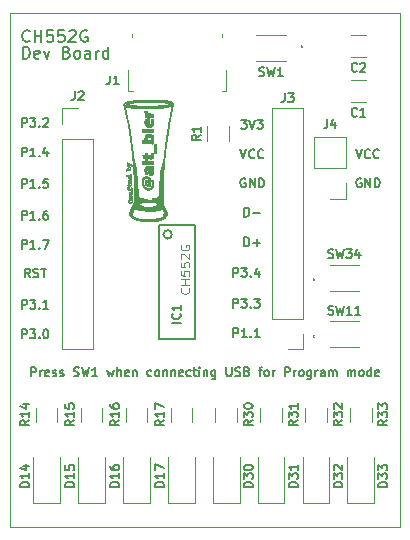
<source format=gbr>
G04 #@! TF.GenerationSoftware,KiCad,Pcbnew,(5.1.0)-1*
G04 #@! TF.CreationDate,2019-09-14T12:41:00-05:00*
G04 #@! TF.ProjectId,CH552G_dev,43483535-3247-45f6-9465-762e6b696361,rev?*
G04 #@! TF.SameCoordinates,Original*
G04 #@! TF.FileFunction,Legend,Top*
G04 #@! TF.FilePolarity,Positive*
%FSLAX46Y46*%
G04 Gerber Fmt 4.6, Leading zero omitted, Abs format (unit mm)*
G04 Created by KiCad (PCBNEW (5.1.0)-1) date 2019-09-14 12:41:00*
%MOMM*%
%LPD*%
G04 APERTURE LIST*
%ADD10C,0.150000*%
%ADD11C,0.050000*%
%ADD12C,0.100000*%
%ADD13C,0.010000*%
%ADD14C,0.120000*%
%ADD15C,0.200000*%
G04 APERTURE END LIST*
D10*
X96285714Y-108739285D02*
X96285714Y-107989285D01*
X96571428Y-107989285D01*
X96642857Y-108025000D01*
X96678571Y-108060714D01*
X96714285Y-108132142D01*
X96714285Y-108239285D01*
X96678571Y-108310714D01*
X96642857Y-108346428D01*
X96571428Y-108382142D01*
X96285714Y-108382142D01*
X97035714Y-108739285D02*
X97035714Y-108239285D01*
X97035714Y-108382142D02*
X97071428Y-108310714D01*
X97107142Y-108275000D01*
X97178571Y-108239285D01*
X97250000Y-108239285D01*
X97785714Y-108703571D02*
X97714285Y-108739285D01*
X97571428Y-108739285D01*
X97500000Y-108703571D01*
X97464285Y-108632142D01*
X97464285Y-108346428D01*
X97500000Y-108275000D01*
X97571428Y-108239285D01*
X97714285Y-108239285D01*
X97785714Y-108275000D01*
X97821428Y-108346428D01*
X97821428Y-108417857D01*
X97464285Y-108489285D01*
X98107142Y-108703571D02*
X98178571Y-108739285D01*
X98321428Y-108739285D01*
X98392857Y-108703571D01*
X98428571Y-108632142D01*
X98428571Y-108596428D01*
X98392857Y-108525000D01*
X98321428Y-108489285D01*
X98214285Y-108489285D01*
X98142857Y-108453571D01*
X98107142Y-108382142D01*
X98107142Y-108346428D01*
X98142857Y-108275000D01*
X98214285Y-108239285D01*
X98321428Y-108239285D01*
X98392857Y-108275000D01*
X98714285Y-108703571D02*
X98785714Y-108739285D01*
X98928571Y-108739285D01*
X99000000Y-108703571D01*
X99035714Y-108632142D01*
X99035714Y-108596428D01*
X99000000Y-108525000D01*
X98928571Y-108489285D01*
X98821428Y-108489285D01*
X98750000Y-108453571D01*
X98714285Y-108382142D01*
X98714285Y-108346428D01*
X98750000Y-108275000D01*
X98821428Y-108239285D01*
X98928571Y-108239285D01*
X99000000Y-108275000D01*
X99892857Y-108703571D02*
X100000000Y-108739285D01*
X100178571Y-108739285D01*
X100250000Y-108703571D01*
X100285714Y-108667857D01*
X100321428Y-108596428D01*
X100321428Y-108525000D01*
X100285714Y-108453571D01*
X100250000Y-108417857D01*
X100178571Y-108382142D01*
X100035714Y-108346428D01*
X99964285Y-108310714D01*
X99928571Y-108275000D01*
X99892857Y-108203571D01*
X99892857Y-108132142D01*
X99928571Y-108060714D01*
X99964285Y-108025000D01*
X100035714Y-107989285D01*
X100214285Y-107989285D01*
X100321428Y-108025000D01*
X100571428Y-107989285D02*
X100750000Y-108739285D01*
X100892857Y-108203571D01*
X101035714Y-108739285D01*
X101214285Y-107989285D01*
X101892857Y-108739285D02*
X101464285Y-108739285D01*
X101678571Y-108739285D02*
X101678571Y-107989285D01*
X101607142Y-108096428D01*
X101535714Y-108167857D01*
X101464285Y-108203571D01*
X102714285Y-108239285D02*
X102857142Y-108739285D01*
X103000000Y-108382142D01*
X103142857Y-108739285D01*
X103285714Y-108239285D01*
X103571428Y-108739285D02*
X103571428Y-107989285D01*
X103892857Y-108739285D02*
X103892857Y-108346428D01*
X103857142Y-108275000D01*
X103785714Y-108239285D01*
X103678571Y-108239285D01*
X103607142Y-108275000D01*
X103571428Y-108310714D01*
X104535714Y-108703571D02*
X104464285Y-108739285D01*
X104321428Y-108739285D01*
X104250000Y-108703571D01*
X104214285Y-108632142D01*
X104214285Y-108346428D01*
X104250000Y-108275000D01*
X104321428Y-108239285D01*
X104464285Y-108239285D01*
X104535714Y-108275000D01*
X104571428Y-108346428D01*
X104571428Y-108417857D01*
X104214285Y-108489285D01*
X104892857Y-108239285D02*
X104892857Y-108739285D01*
X104892857Y-108310714D02*
X104928571Y-108275000D01*
X105000000Y-108239285D01*
X105107142Y-108239285D01*
X105178571Y-108275000D01*
X105214285Y-108346428D01*
X105214285Y-108739285D01*
X106464285Y-108703571D02*
X106392857Y-108739285D01*
X106250000Y-108739285D01*
X106178571Y-108703571D01*
X106142857Y-108667857D01*
X106107142Y-108596428D01*
X106107142Y-108382142D01*
X106142857Y-108310714D01*
X106178571Y-108275000D01*
X106250000Y-108239285D01*
X106392857Y-108239285D01*
X106464285Y-108275000D01*
X106892857Y-108739285D02*
X106821428Y-108703571D01*
X106785714Y-108667857D01*
X106750000Y-108596428D01*
X106750000Y-108382142D01*
X106785714Y-108310714D01*
X106821428Y-108275000D01*
X106892857Y-108239285D01*
X107000000Y-108239285D01*
X107071428Y-108275000D01*
X107107142Y-108310714D01*
X107142857Y-108382142D01*
X107142857Y-108596428D01*
X107107142Y-108667857D01*
X107071428Y-108703571D01*
X107000000Y-108739285D01*
X106892857Y-108739285D01*
X107464285Y-108239285D02*
X107464285Y-108739285D01*
X107464285Y-108310714D02*
X107500000Y-108275000D01*
X107571428Y-108239285D01*
X107678571Y-108239285D01*
X107750000Y-108275000D01*
X107785714Y-108346428D01*
X107785714Y-108739285D01*
X108142857Y-108239285D02*
X108142857Y-108739285D01*
X108142857Y-108310714D02*
X108178571Y-108275000D01*
X108250000Y-108239285D01*
X108357142Y-108239285D01*
X108428571Y-108275000D01*
X108464285Y-108346428D01*
X108464285Y-108739285D01*
X109107142Y-108703571D02*
X109035714Y-108739285D01*
X108892857Y-108739285D01*
X108821428Y-108703571D01*
X108785714Y-108632142D01*
X108785714Y-108346428D01*
X108821428Y-108275000D01*
X108892857Y-108239285D01*
X109035714Y-108239285D01*
X109107142Y-108275000D01*
X109142857Y-108346428D01*
X109142857Y-108417857D01*
X108785714Y-108489285D01*
X109785714Y-108703571D02*
X109714285Y-108739285D01*
X109571428Y-108739285D01*
X109500000Y-108703571D01*
X109464285Y-108667857D01*
X109428571Y-108596428D01*
X109428571Y-108382142D01*
X109464285Y-108310714D01*
X109500000Y-108275000D01*
X109571428Y-108239285D01*
X109714285Y-108239285D01*
X109785714Y-108275000D01*
X110000000Y-108239285D02*
X110285714Y-108239285D01*
X110107142Y-107989285D02*
X110107142Y-108632142D01*
X110142857Y-108703571D01*
X110214285Y-108739285D01*
X110285714Y-108739285D01*
X110535714Y-108739285D02*
X110535714Y-108239285D01*
X110535714Y-107989285D02*
X110500000Y-108025000D01*
X110535714Y-108060714D01*
X110571428Y-108025000D01*
X110535714Y-107989285D01*
X110535714Y-108060714D01*
X110892857Y-108239285D02*
X110892857Y-108739285D01*
X110892857Y-108310714D02*
X110928571Y-108275000D01*
X111000000Y-108239285D01*
X111107142Y-108239285D01*
X111178571Y-108275000D01*
X111214285Y-108346428D01*
X111214285Y-108739285D01*
X111892857Y-108239285D02*
X111892857Y-108846428D01*
X111857142Y-108917857D01*
X111821428Y-108953571D01*
X111750000Y-108989285D01*
X111642857Y-108989285D01*
X111571428Y-108953571D01*
X111892857Y-108703571D02*
X111821428Y-108739285D01*
X111678571Y-108739285D01*
X111607142Y-108703571D01*
X111571428Y-108667857D01*
X111535714Y-108596428D01*
X111535714Y-108382142D01*
X111571428Y-108310714D01*
X111607142Y-108275000D01*
X111678571Y-108239285D01*
X111821428Y-108239285D01*
X111892857Y-108275000D01*
X112821428Y-107989285D02*
X112821428Y-108596428D01*
X112857142Y-108667857D01*
X112892857Y-108703571D01*
X112964285Y-108739285D01*
X113107142Y-108739285D01*
X113178571Y-108703571D01*
X113214285Y-108667857D01*
X113250000Y-108596428D01*
X113250000Y-107989285D01*
X113571428Y-108703571D02*
X113678571Y-108739285D01*
X113857142Y-108739285D01*
X113928571Y-108703571D01*
X113964285Y-108667857D01*
X114000000Y-108596428D01*
X114000000Y-108525000D01*
X113964285Y-108453571D01*
X113928571Y-108417857D01*
X113857142Y-108382142D01*
X113714285Y-108346428D01*
X113642857Y-108310714D01*
X113607142Y-108275000D01*
X113571428Y-108203571D01*
X113571428Y-108132142D01*
X113607142Y-108060714D01*
X113642857Y-108025000D01*
X113714285Y-107989285D01*
X113892857Y-107989285D01*
X114000000Y-108025000D01*
X114571428Y-108346428D02*
X114678571Y-108382142D01*
X114714285Y-108417857D01*
X114750000Y-108489285D01*
X114750000Y-108596428D01*
X114714285Y-108667857D01*
X114678571Y-108703571D01*
X114607142Y-108739285D01*
X114321428Y-108739285D01*
X114321428Y-107989285D01*
X114571428Y-107989285D01*
X114642857Y-108025000D01*
X114678571Y-108060714D01*
X114714285Y-108132142D01*
X114714285Y-108203571D01*
X114678571Y-108275000D01*
X114642857Y-108310714D01*
X114571428Y-108346428D01*
X114321428Y-108346428D01*
X115535714Y-108239285D02*
X115821428Y-108239285D01*
X115642857Y-108739285D02*
X115642857Y-108096428D01*
X115678571Y-108025000D01*
X115750000Y-107989285D01*
X115821428Y-107989285D01*
X116178571Y-108739285D02*
X116107142Y-108703571D01*
X116071428Y-108667857D01*
X116035714Y-108596428D01*
X116035714Y-108382142D01*
X116071428Y-108310714D01*
X116107142Y-108275000D01*
X116178571Y-108239285D01*
X116285714Y-108239285D01*
X116357142Y-108275000D01*
X116392857Y-108310714D01*
X116428571Y-108382142D01*
X116428571Y-108596428D01*
X116392857Y-108667857D01*
X116357142Y-108703571D01*
X116285714Y-108739285D01*
X116178571Y-108739285D01*
X116750000Y-108739285D02*
X116750000Y-108239285D01*
X116750000Y-108382142D02*
X116785714Y-108310714D01*
X116821428Y-108275000D01*
X116892857Y-108239285D01*
X116964285Y-108239285D01*
X117785714Y-108739285D02*
X117785714Y-107989285D01*
X118071428Y-107989285D01*
X118142857Y-108025000D01*
X118178571Y-108060714D01*
X118214285Y-108132142D01*
X118214285Y-108239285D01*
X118178571Y-108310714D01*
X118142857Y-108346428D01*
X118071428Y-108382142D01*
X117785714Y-108382142D01*
X118535714Y-108739285D02*
X118535714Y-108239285D01*
X118535714Y-108382142D02*
X118571428Y-108310714D01*
X118607142Y-108275000D01*
X118678571Y-108239285D01*
X118750000Y-108239285D01*
X119107142Y-108739285D02*
X119035714Y-108703571D01*
X119000000Y-108667857D01*
X118964285Y-108596428D01*
X118964285Y-108382142D01*
X119000000Y-108310714D01*
X119035714Y-108275000D01*
X119107142Y-108239285D01*
X119214285Y-108239285D01*
X119285714Y-108275000D01*
X119321428Y-108310714D01*
X119357142Y-108382142D01*
X119357142Y-108596428D01*
X119321428Y-108667857D01*
X119285714Y-108703571D01*
X119214285Y-108739285D01*
X119107142Y-108739285D01*
X120000000Y-108239285D02*
X120000000Y-108846428D01*
X119964285Y-108917857D01*
X119928571Y-108953571D01*
X119857142Y-108989285D01*
X119750000Y-108989285D01*
X119678571Y-108953571D01*
X120000000Y-108703571D02*
X119928571Y-108739285D01*
X119785714Y-108739285D01*
X119714285Y-108703571D01*
X119678571Y-108667857D01*
X119642857Y-108596428D01*
X119642857Y-108382142D01*
X119678571Y-108310714D01*
X119714285Y-108275000D01*
X119785714Y-108239285D01*
X119928571Y-108239285D01*
X120000000Y-108275000D01*
X120357142Y-108739285D02*
X120357142Y-108239285D01*
X120357142Y-108382142D02*
X120392857Y-108310714D01*
X120428571Y-108275000D01*
X120500000Y-108239285D01*
X120571428Y-108239285D01*
X121142857Y-108739285D02*
X121142857Y-108346428D01*
X121107142Y-108275000D01*
X121035714Y-108239285D01*
X120892857Y-108239285D01*
X120821428Y-108275000D01*
X121142857Y-108703571D02*
X121071428Y-108739285D01*
X120892857Y-108739285D01*
X120821428Y-108703571D01*
X120785714Y-108632142D01*
X120785714Y-108560714D01*
X120821428Y-108489285D01*
X120892857Y-108453571D01*
X121071428Y-108453571D01*
X121142857Y-108417857D01*
X121500000Y-108739285D02*
X121500000Y-108239285D01*
X121500000Y-108310714D02*
X121535714Y-108275000D01*
X121607142Y-108239285D01*
X121714285Y-108239285D01*
X121785714Y-108275000D01*
X121821428Y-108346428D01*
X121821428Y-108739285D01*
X121821428Y-108346428D02*
X121857142Y-108275000D01*
X121928571Y-108239285D01*
X122035714Y-108239285D01*
X122107142Y-108275000D01*
X122142857Y-108346428D01*
X122142857Y-108739285D01*
X123071428Y-108739285D02*
X123071428Y-108239285D01*
X123071428Y-108310714D02*
X123107142Y-108275000D01*
X123178571Y-108239285D01*
X123285714Y-108239285D01*
X123357142Y-108275000D01*
X123392857Y-108346428D01*
X123392857Y-108739285D01*
X123392857Y-108346428D02*
X123428571Y-108275000D01*
X123500000Y-108239285D01*
X123607142Y-108239285D01*
X123678571Y-108275000D01*
X123714285Y-108346428D01*
X123714285Y-108739285D01*
X124178571Y-108739285D02*
X124107142Y-108703571D01*
X124071428Y-108667857D01*
X124035714Y-108596428D01*
X124035714Y-108382142D01*
X124071428Y-108310714D01*
X124107142Y-108275000D01*
X124178571Y-108239285D01*
X124285714Y-108239285D01*
X124357142Y-108275000D01*
X124392857Y-108310714D01*
X124428571Y-108382142D01*
X124428571Y-108596428D01*
X124392857Y-108667857D01*
X124357142Y-108703571D01*
X124285714Y-108739285D01*
X124178571Y-108739285D01*
X125071428Y-108739285D02*
X125071428Y-107989285D01*
X125071428Y-108703571D02*
X125000000Y-108739285D01*
X124857142Y-108739285D01*
X124785714Y-108703571D01*
X124750000Y-108667857D01*
X124714285Y-108596428D01*
X124714285Y-108382142D01*
X124750000Y-108310714D01*
X124785714Y-108275000D01*
X124857142Y-108239285D01*
X125000000Y-108239285D01*
X125071428Y-108275000D01*
X125714285Y-108703571D02*
X125642857Y-108739285D01*
X125500000Y-108739285D01*
X125428571Y-108703571D01*
X125392857Y-108632142D01*
X125392857Y-108346428D01*
X125428571Y-108275000D01*
X125500000Y-108239285D01*
X125642857Y-108239285D01*
X125714285Y-108275000D01*
X125750000Y-108346428D01*
X125750000Y-108417857D01*
X125392857Y-108489285D01*
D11*
X94500000Y-121500000D02*
X127500000Y-121500000D01*
X94500000Y-78000000D02*
X94500000Y-121500000D01*
X127500000Y-78000000D02*
X94500000Y-78000000D01*
X127500000Y-121500000D02*
X127500000Y-78000000D01*
D10*
X95585595Y-81852380D02*
X95585595Y-80852380D01*
X95823690Y-80852380D01*
X95966547Y-80900000D01*
X96061785Y-80995238D01*
X96109404Y-81090476D01*
X96157023Y-81280952D01*
X96157023Y-81423809D01*
X96109404Y-81614285D01*
X96061785Y-81709523D01*
X95966547Y-81804761D01*
X95823690Y-81852380D01*
X95585595Y-81852380D01*
X96966547Y-81804761D02*
X96871309Y-81852380D01*
X96680833Y-81852380D01*
X96585595Y-81804761D01*
X96537976Y-81709523D01*
X96537976Y-81328571D01*
X96585595Y-81233333D01*
X96680833Y-81185714D01*
X96871309Y-81185714D01*
X96966547Y-81233333D01*
X97014166Y-81328571D01*
X97014166Y-81423809D01*
X96537976Y-81519047D01*
X97347500Y-81185714D02*
X97585595Y-81852380D01*
X97823690Y-81185714D01*
X99299880Y-81328571D02*
X99442738Y-81376190D01*
X99490357Y-81423809D01*
X99537976Y-81519047D01*
X99537976Y-81661904D01*
X99490357Y-81757142D01*
X99442738Y-81804761D01*
X99347500Y-81852380D01*
X98966547Y-81852380D01*
X98966547Y-80852380D01*
X99299880Y-80852380D01*
X99395119Y-80900000D01*
X99442738Y-80947619D01*
X99490357Y-81042857D01*
X99490357Y-81138095D01*
X99442738Y-81233333D01*
X99395119Y-81280952D01*
X99299880Y-81328571D01*
X98966547Y-81328571D01*
X100109404Y-81852380D02*
X100014166Y-81804761D01*
X99966547Y-81757142D01*
X99918928Y-81661904D01*
X99918928Y-81376190D01*
X99966547Y-81280952D01*
X100014166Y-81233333D01*
X100109404Y-81185714D01*
X100252261Y-81185714D01*
X100347500Y-81233333D01*
X100395119Y-81280952D01*
X100442738Y-81376190D01*
X100442738Y-81661904D01*
X100395119Y-81757142D01*
X100347500Y-81804761D01*
X100252261Y-81852380D01*
X100109404Y-81852380D01*
X101299880Y-81852380D02*
X101299880Y-81328571D01*
X101252261Y-81233333D01*
X101157023Y-81185714D01*
X100966547Y-81185714D01*
X100871309Y-81233333D01*
X101299880Y-81804761D02*
X101204642Y-81852380D01*
X100966547Y-81852380D01*
X100871309Y-81804761D01*
X100823690Y-81709523D01*
X100823690Y-81614285D01*
X100871309Y-81519047D01*
X100966547Y-81471428D01*
X101204642Y-81471428D01*
X101299880Y-81423809D01*
X101776071Y-81852380D02*
X101776071Y-81185714D01*
X101776071Y-81376190D02*
X101823690Y-81280952D01*
X101871309Y-81233333D01*
X101966547Y-81185714D01*
X102061785Y-81185714D01*
X102823690Y-81852380D02*
X102823690Y-80852380D01*
X102823690Y-81804761D02*
X102728452Y-81852380D01*
X102537976Y-81852380D01*
X102442738Y-81804761D01*
X102395119Y-81757142D01*
X102347500Y-81661904D01*
X102347500Y-81376190D01*
X102395119Y-81280952D01*
X102442738Y-81233333D01*
X102537976Y-81185714D01*
X102728452Y-81185714D01*
X102823690Y-81233333D01*
X96157023Y-80357142D02*
X96109404Y-80404761D01*
X95966547Y-80452380D01*
X95871309Y-80452380D01*
X95728452Y-80404761D01*
X95633214Y-80309523D01*
X95585595Y-80214285D01*
X95537976Y-80023809D01*
X95537976Y-79880952D01*
X95585595Y-79690476D01*
X95633214Y-79595238D01*
X95728452Y-79500000D01*
X95871309Y-79452380D01*
X95966547Y-79452380D01*
X96109404Y-79500000D01*
X96157023Y-79547619D01*
X96585595Y-80452380D02*
X96585595Y-79452380D01*
X96585595Y-79928571D02*
X97157023Y-79928571D01*
X97157023Y-80452380D02*
X97157023Y-79452380D01*
X98109404Y-79452380D02*
X97633214Y-79452380D01*
X97585595Y-79928571D01*
X97633214Y-79880952D01*
X97728452Y-79833333D01*
X97966547Y-79833333D01*
X98061785Y-79880952D01*
X98109404Y-79928571D01*
X98157023Y-80023809D01*
X98157023Y-80261904D01*
X98109404Y-80357142D01*
X98061785Y-80404761D01*
X97966547Y-80452380D01*
X97728452Y-80452380D01*
X97633214Y-80404761D01*
X97585595Y-80357142D01*
X99061785Y-79452380D02*
X98585595Y-79452380D01*
X98537976Y-79928571D01*
X98585595Y-79880952D01*
X98680833Y-79833333D01*
X98918928Y-79833333D01*
X99014166Y-79880952D01*
X99061785Y-79928571D01*
X99109404Y-80023809D01*
X99109404Y-80261904D01*
X99061785Y-80357142D01*
X99014166Y-80404761D01*
X98918928Y-80452380D01*
X98680833Y-80452380D01*
X98585595Y-80404761D01*
X98537976Y-80357142D01*
X99490357Y-79547619D02*
X99537976Y-79500000D01*
X99633214Y-79452380D01*
X99871309Y-79452380D01*
X99966547Y-79500000D01*
X100014166Y-79547619D01*
X100061785Y-79642857D01*
X100061785Y-79738095D01*
X100014166Y-79880952D01*
X99442738Y-80452380D01*
X100061785Y-80452380D01*
X101014166Y-79500000D02*
X100918928Y-79452380D01*
X100776071Y-79452380D01*
X100633214Y-79500000D01*
X100537976Y-79595238D01*
X100490357Y-79690476D01*
X100442738Y-79880952D01*
X100442738Y-80023809D01*
X100490357Y-80214285D01*
X100537976Y-80309523D01*
X100633214Y-80404761D01*
X100776071Y-80452380D01*
X100871309Y-80452380D01*
X101014166Y-80404761D01*
X101061785Y-80357142D01*
X101061785Y-80023809D01*
X100871309Y-80023809D01*
X95510714Y-87639285D02*
X95510714Y-86889285D01*
X95796428Y-86889285D01*
X95867857Y-86925000D01*
X95903571Y-86960714D01*
X95939285Y-87032142D01*
X95939285Y-87139285D01*
X95903571Y-87210714D01*
X95867857Y-87246428D01*
X95796428Y-87282142D01*
X95510714Y-87282142D01*
X96189285Y-86889285D02*
X96653571Y-86889285D01*
X96403571Y-87175000D01*
X96510714Y-87175000D01*
X96582142Y-87210714D01*
X96617857Y-87246428D01*
X96653571Y-87317857D01*
X96653571Y-87496428D01*
X96617857Y-87567857D01*
X96582142Y-87603571D01*
X96510714Y-87639285D01*
X96296428Y-87639285D01*
X96225000Y-87603571D01*
X96189285Y-87567857D01*
X96975000Y-87567857D02*
X97010714Y-87603571D01*
X96975000Y-87639285D01*
X96939285Y-87603571D01*
X96975000Y-87567857D01*
X96975000Y-87639285D01*
X97296428Y-86960714D02*
X97332142Y-86925000D01*
X97403571Y-86889285D01*
X97582142Y-86889285D01*
X97653571Y-86925000D01*
X97689285Y-86960714D01*
X97725000Y-87032142D01*
X97725000Y-87103571D01*
X97689285Y-87210714D01*
X97260714Y-87639285D01*
X97725000Y-87639285D01*
X95510714Y-90139285D02*
X95510714Y-89389285D01*
X95796428Y-89389285D01*
X95867857Y-89425000D01*
X95903571Y-89460714D01*
X95939285Y-89532142D01*
X95939285Y-89639285D01*
X95903571Y-89710714D01*
X95867857Y-89746428D01*
X95796428Y-89782142D01*
X95510714Y-89782142D01*
X96653571Y-90139285D02*
X96225000Y-90139285D01*
X96439285Y-90139285D02*
X96439285Y-89389285D01*
X96367857Y-89496428D01*
X96296428Y-89567857D01*
X96225000Y-89603571D01*
X96975000Y-90067857D02*
X97010714Y-90103571D01*
X96975000Y-90139285D01*
X96939285Y-90103571D01*
X96975000Y-90067857D01*
X96975000Y-90139285D01*
X97653571Y-89639285D02*
X97653571Y-90139285D01*
X97475000Y-89353571D02*
X97296428Y-89889285D01*
X97760714Y-89889285D01*
X95510714Y-92789285D02*
X95510714Y-92039285D01*
X95796428Y-92039285D01*
X95867857Y-92075000D01*
X95903571Y-92110714D01*
X95939285Y-92182142D01*
X95939285Y-92289285D01*
X95903571Y-92360714D01*
X95867857Y-92396428D01*
X95796428Y-92432142D01*
X95510714Y-92432142D01*
X96653571Y-92789285D02*
X96225000Y-92789285D01*
X96439285Y-92789285D02*
X96439285Y-92039285D01*
X96367857Y-92146428D01*
X96296428Y-92217857D01*
X96225000Y-92253571D01*
X96975000Y-92717857D02*
X97010714Y-92753571D01*
X96975000Y-92789285D01*
X96939285Y-92753571D01*
X96975000Y-92717857D01*
X96975000Y-92789285D01*
X97689285Y-92039285D02*
X97332142Y-92039285D01*
X97296428Y-92396428D01*
X97332142Y-92360714D01*
X97403571Y-92325000D01*
X97582142Y-92325000D01*
X97653571Y-92360714D01*
X97689285Y-92396428D01*
X97725000Y-92467857D01*
X97725000Y-92646428D01*
X97689285Y-92717857D01*
X97653571Y-92753571D01*
X97582142Y-92789285D01*
X97403571Y-92789285D01*
X97332142Y-92753571D01*
X97296428Y-92717857D01*
X95510714Y-95489285D02*
X95510714Y-94739285D01*
X95796428Y-94739285D01*
X95867857Y-94775000D01*
X95903571Y-94810714D01*
X95939285Y-94882142D01*
X95939285Y-94989285D01*
X95903571Y-95060714D01*
X95867857Y-95096428D01*
X95796428Y-95132142D01*
X95510714Y-95132142D01*
X96653571Y-95489285D02*
X96225000Y-95489285D01*
X96439285Y-95489285D02*
X96439285Y-94739285D01*
X96367857Y-94846428D01*
X96296428Y-94917857D01*
X96225000Y-94953571D01*
X96975000Y-95417857D02*
X97010714Y-95453571D01*
X96975000Y-95489285D01*
X96939285Y-95453571D01*
X96975000Y-95417857D01*
X96975000Y-95489285D01*
X97653571Y-94739285D02*
X97510714Y-94739285D01*
X97439285Y-94775000D01*
X97403571Y-94810714D01*
X97332142Y-94917857D01*
X97296428Y-95060714D01*
X97296428Y-95346428D01*
X97332142Y-95417857D01*
X97367857Y-95453571D01*
X97439285Y-95489285D01*
X97582142Y-95489285D01*
X97653571Y-95453571D01*
X97689285Y-95417857D01*
X97725000Y-95346428D01*
X97725000Y-95167857D01*
X97689285Y-95096428D01*
X97653571Y-95060714D01*
X97582142Y-95025000D01*
X97439285Y-95025000D01*
X97367857Y-95060714D01*
X97332142Y-95096428D01*
X97296428Y-95167857D01*
X95510714Y-97939285D02*
X95510714Y-97189285D01*
X95796428Y-97189285D01*
X95867857Y-97225000D01*
X95903571Y-97260714D01*
X95939285Y-97332142D01*
X95939285Y-97439285D01*
X95903571Y-97510714D01*
X95867857Y-97546428D01*
X95796428Y-97582142D01*
X95510714Y-97582142D01*
X96653571Y-97939285D02*
X96225000Y-97939285D01*
X96439285Y-97939285D02*
X96439285Y-97189285D01*
X96367857Y-97296428D01*
X96296428Y-97367857D01*
X96225000Y-97403571D01*
X96975000Y-97867857D02*
X97010714Y-97903571D01*
X96975000Y-97939285D01*
X96939285Y-97903571D01*
X96975000Y-97867857D01*
X96975000Y-97939285D01*
X97260714Y-97189285D02*
X97760714Y-97189285D01*
X97439285Y-97939285D01*
X96189285Y-100389285D02*
X95939285Y-100032142D01*
X95760714Y-100389285D02*
X95760714Y-99639285D01*
X96046428Y-99639285D01*
X96117857Y-99675000D01*
X96153571Y-99710714D01*
X96189285Y-99782142D01*
X96189285Y-99889285D01*
X96153571Y-99960714D01*
X96117857Y-99996428D01*
X96046428Y-100032142D01*
X95760714Y-100032142D01*
X96475000Y-100353571D02*
X96582142Y-100389285D01*
X96760714Y-100389285D01*
X96832142Y-100353571D01*
X96867857Y-100317857D01*
X96903571Y-100246428D01*
X96903571Y-100175000D01*
X96867857Y-100103571D01*
X96832142Y-100067857D01*
X96760714Y-100032142D01*
X96617857Y-99996428D01*
X96546428Y-99960714D01*
X96510714Y-99925000D01*
X96475000Y-99853571D01*
X96475000Y-99782142D01*
X96510714Y-99710714D01*
X96546428Y-99675000D01*
X96617857Y-99639285D01*
X96796428Y-99639285D01*
X96903571Y-99675000D01*
X97117857Y-99639285D02*
X97546428Y-99639285D01*
X97332142Y-100389285D02*
X97332142Y-99639285D01*
X124228571Y-92025000D02*
X124157142Y-91989285D01*
X124050000Y-91989285D01*
X123942857Y-92025000D01*
X123871428Y-92096428D01*
X123835714Y-92167857D01*
X123800000Y-92310714D01*
X123800000Y-92417857D01*
X123835714Y-92560714D01*
X123871428Y-92632142D01*
X123942857Y-92703571D01*
X124050000Y-92739285D01*
X124121428Y-92739285D01*
X124228571Y-92703571D01*
X124264285Y-92667857D01*
X124264285Y-92417857D01*
X124121428Y-92417857D01*
X124585714Y-92739285D02*
X124585714Y-91989285D01*
X125014285Y-92739285D01*
X125014285Y-91989285D01*
X125371428Y-92739285D02*
X125371428Y-91989285D01*
X125550000Y-91989285D01*
X125657142Y-92025000D01*
X125728571Y-92096428D01*
X125764285Y-92167857D01*
X125800000Y-92310714D01*
X125800000Y-92417857D01*
X125764285Y-92560714D01*
X125728571Y-92632142D01*
X125657142Y-92703571D01*
X125550000Y-92739285D01*
X125371428Y-92739285D01*
X123800000Y-89539285D02*
X124050000Y-90289285D01*
X124300000Y-89539285D01*
X124978571Y-90217857D02*
X124942857Y-90253571D01*
X124835714Y-90289285D01*
X124764285Y-90289285D01*
X124657142Y-90253571D01*
X124585714Y-90182142D01*
X124550000Y-90110714D01*
X124514285Y-89967857D01*
X124514285Y-89860714D01*
X124550000Y-89717857D01*
X124585714Y-89646428D01*
X124657142Y-89575000D01*
X124764285Y-89539285D01*
X124835714Y-89539285D01*
X124942857Y-89575000D01*
X124978571Y-89610714D01*
X125728571Y-90217857D02*
X125692857Y-90253571D01*
X125585714Y-90289285D01*
X125514285Y-90289285D01*
X125407142Y-90253571D01*
X125335714Y-90182142D01*
X125300000Y-90110714D01*
X125264285Y-89967857D01*
X125264285Y-89860714D01*
X125300000Y-89717857D01*
X125335714Y-89646428D01*
X125407142Y-89575000D01*
X125514285Y-89539285D01*
X125585714Y-89539285D01*
X125692857Y-89575000D01*
X125728571Y-89610714D01*
X95510714Y-103039285D02*
X95510714Y-102289285D01*
X95796428Y-102289285D01*
X95867857Y-102325000D01*
X95903571Y-102360714D01*
X95939285Y-102432142D01*
X95939285Y-102539285D01*
X95903571Y-102610714D01*
X95867857Y-102646428D01*
X95796428Y-102682142D01*
X95510714Y-102682142D01*
X96189285Y-102289285D02*
X96653571Y-102289285D01*
X96403571Y-102575000D01*
X96510714Y-102575000D01*
X96582142Y-102610714D01*
X96617857Y-102646428D01*
X96653571Y-102717857D01*
X96653571Y-102896428D01*
X96617857Y-102967857D01*
X96582142Y-103003571D01*
X96510714Y-103039285D01*
X96296428Y-103039285D01*
X96225000Y-103003571D01*
X96189285Y-102967857D01*
X96975000Y-102967857D02*
X97010714Y-103003571D01*
X96975000Y-103039285D01*
X96939285Y-103003571D01*
X96975000Y-102967857D01*
X96975000Y-103039285D01*
X97725000Y-103039285D02*
X97296428Y-103039285D01*
X97510714Y-103039285D02*
X97510714Y-102289285D01*
X97439285Y-102396428D01*
X97367857Y-102467857D01*
X97296428Y-102503571D01*
X95510714Y-105539285D02*
X95510714Y-104789285D01*
X95796428Y-104789285D01*
X95867857Y-104825000D01*
X95903571Y-104860714D01*
X95939285Y-104932142D01*
X95939285Y-105039285D01*
X95903571Y-105110714D01*
X95867857Y-105146428D01*
X95796428Y-105182142D01*
X95510714Y-105182142D01*
X96189285Y-104789285D02*
X96653571Y-104789285D01*
X96403571Y-105075000D01*
X96510714Y-105075000D01*
X96582142Y-105110714D01*
X96617857Y-105146428D01*
X96653571Y-105217857D01*
X96653571Y-105396428D01*
X96617857Y-105467857D01*
X96582142Y-105503571D01*
X96510714Y-105539285D01*
X96296428Y-105539285D01*
X96225000Y-105503571D01*
X96189285Y-105467857D01*
X96975000Y-105467857D02*
X97010714Y-105503571D01*
X96975000Y-105539285D01*
X96939285Y-105503571D01*
X96975000Y-105467857D01*
X96975000Y-105539285D01*
X97475000Y-104789285D02*
X97546428Y-104789285D01*
X97617857Y-104825000D01*
X97653571Y-104860714D01*
X97689285Y-104932142D01*
X97725000Y-105075000D01*
X97725000Y-105253571D01*
X97689285Y-105396428D01*
X97653571Y-105467857D01*
X97617857Y-105503571D01*
X97546428Y-105539285D01*
X97475000Y-105539285D01*
X97403571Y-105503571D01*
X97367857Y-105467857D01*
X97332142Y-105396428D01*
X97296428Y-105253571D01*
X97296428Y-105075000D01*
X97332142Y-104932142D01*
X97367857Y-104860714D01*
X97403571Y-104825000D01*
X97475000Y-104789285D01*
D12*
X109617857Y-101307142D02*
X109653571Y-101342857D01*
X109689285Y-101450000D01*
X109689285Y-101521428D01*
X109653571Y-101628571D01*
X109582142Y-101700000D01*
X109510714Y-101735714D01*
X109367857Y-101771428D01*
X109260714Y-101771428D01*
X109117857Y-101735714D01*
X109046428Y-101700000D01*
X108975000Y-101628571D01*
X108939285Y-101521428D01*
X108939285Y-101450000D01*
X108975000Y-101342857D01*
X109010714Y-101307142D01*
X109689285Y-100985714D02*
X108939285Y-100985714D01*
X109296428Y-100985714D02*
X109296428Y-100557142D01*
X109689285Y-100557142D02*
X108939285Y-100557142D01*
X108939285Y-99842857D02*
X108939285Y-100200000D01*
X109296428Y-100235714D01*
X109260714Y-100200000D01*
X109225000Y-100128571D01*
X109225000Y-99950000D01*
X109260714Y-99878571D01*
X109296428Y-99842857D01*
X109367857Y-99807142D01*
X109546428Y-99807142D01*
X109617857Y-99842857D01*
X109653571Y-99878571D01*
X109689285Y-99950000D01*
X109689285Y-100128571D01*
X109653571Y-100200000D01*
X109617857Y-100235714D01*
X108939285Y-99128571D02*
X108939285Y-99485714D01*
X109296428Y-99521428D01*
X109260714Y-99485714D01*
X109225000Y-99414285D01*
X109225000Y-99235714D01*
X109260714Y-99164285D01*
X109296428Y-99128571D01*
X109367857Y-99092857D01*
X109546428Y-99092857D01*
X109617857Y-99128571D01*
X109653571Y-99164285D01*
X109689285Y-99235714D01*
X109689285Y-99414285D01*
X109653571Y-99485714D01*
X109617857Y-99521428D01*
X109010714Y-98807142D02*
X108975000Y-98771428D01*
X108939285Y-98700000D01*
X108939285Y-98521428D01*
X108975000Y-98450000D01*
X109010714Y-98414285D01*
X109082142Y-98378571D01*
X109153571Y-98378571D01*
X109260714Y-98414285D01*
X109689285Y-98842857D01*
X109689285Y-98378571D01*
X108975000Y-97664285D02*
X108939285Y-97735714D01*
X108939285Y-97842857D01*
X108975000Y-97950000D01*
X109046428Y-98021428D01*
X109117857Y-98057142D01*
X109260714Y-98092857D01*
X109367857Y-98092857D01*
X109510714Y-98057142D01*
X109582142Y-98021428D01*
X109653571Y-97950000D01*
X109689285Y-97842857D01*
X109689285Y-97771428D01*
X109653571Y-97664285D01*
X109617857Y-97628571D01*
X109367857Y-97628571D01*
X109367857Y-97771428D01*
D10*
X113410714Y-105439285D02*
X113410714Y-104689285D01*
X113696428Y-104689285D01*
X113767857Y-104725000D01*
X113803571Y-104760714D01*
X113839285Y-104832142D01*
X113839285Y-104939285D01*
X113803571Y-105010714D01*
X113767857Y-105046428D01*
X113696428Y-105082142D01*
X113410714Y-105082142D01*
X114553571Y-105439285D02*
X114125000Y-105439285D01*
X114339285Y-105439285D02*
X114339285Y-104689285D01*
X114267857Y-104796428D01*
X114196428Y-104867857D01*
X114125000Y-104903571D01*
X114875000Y-105367857D02*
X114910714Y-105403571D01*
X114875000Y-105439285D01*
X114839285Y-105403571D01*
X114875000Y-105367857D01*
X114875000Y-105439285D01*
X115625000Y-105439285D02*
X115196428Y-105439285D01*
X115410714Y-105439285D02*
X115410714Y-104689285D01*
X115339285Y-104796428D01*
X115267857Y-104867857D01*
X115196428Y-104903571D01*
X113410714Y-102939285D02*
X113410714Y-102189285D01*
X113696428Y-102189285D01*
X113767857Y-102225000D01*
X113803571Y-102260714D01*
X113839285Y-102332142D01*
X113839285Y-102439285D01*
X113803571Y-102510714D01*
X113767857Y-102546428D01*
X113696428Y-102582142D01*
X113410714Y-102582142D01*
X114089285Y-102189285D02*
X114553571Y-102189285D01*
X114303571Y-102475000D01*
X114410714Y-102475000D01*
X114482142Y-102510714D01*
X114517857Y-102546428D01*
X114553571Y-102617857D01*
X114553571Y-102796428D01*
X114517857Y-102867857D01*
X114482142Y-102903571D01*
X114410714Y-102939285D01*
X114196428Y-102939285D01*
X114125000Y-102903571D01*
X114089285Y-102867857D01*
X114875000Y-102867857D02*
X114910714Y-102903571D01*
X114875000Y-102939285D01*
X114839285Y-102903571D01*
X114875000Y-102867857D01*
X114875000Y-102939285D01*
X115160714Y-102189285D02*
X115625000Y-102189285D01*
X115375000Y-102475000D01*
X115482142Y-102475000D01*
X115553571Y-102510714D01*
X115589285Y-102546428D01*
X115625000Y-102617857D01*
X115625000Y-102796428D01*
X115589285Y-102867857D01*
X115553571Y-102903571D01*
X115482142Y-102939285D01*
X115267857Y-102939285D01*
X115196428Y-102903571D01*
X115160714Y-102867857D01*
X113410714Y-100339285D02*
X113410714Y-99589285D01*
X113696428Y-99589285D01*
X113767857Y-99625000D01*
X113803571Y-99660714D01*
X113839285Y-99732142D01*
X113839285Y-99839285D01*
X113803571Y-99910714D01*
X113767857Y-99946428D01*
X113696428Y-99982142D01*
X113410714Y-99982142D01*
X114089285Y-99589285D02*
X114553571Y-99589285D01*
X114303571Y-99875000D01*
X114410714Y-99875000D01*
X114482142Y-99910714D01*
X114517857Y-99946428D01*
X114553571Y-100017857D01*
X114553571Y-100196428D01*
X114517857Y-100267857D01*
X114482142Y-100303571D01*
X114410714Y-100339285D01*
X114196428Y-100339285D01*
X114125000Y-100303571D01*
X114089285Y-100267857D01*
X114875000Y-100267857D02*
X114910714Y-100303571D01*
X114875000Y-100339285D01*
X114839285Y-100303571D01*
X114875000Y-100267857D01*
X114875000Y-100339285D01*
X115553571Y-99839285D02*
X115553571Y-100339285D01*
X115375000Y-99553571D02*
X115196428Y-100089285D01*
X115660714Y-100089285D01*
X114339285Y-97739285D02*
X114339285Y-96989285D01*
X114517857Y-96989285D01*
X114625000Y-97025000D01*
X114696428Y-97096428D01*
X114732142Y-97167857D01*
X114767857Y-97310714D01*
X114767857Y-97417857D01*
X114732142Y-97560714D01*
X114696428Y-97632142D01*
X114625000Y-97703571D01*
X114517857Y-97739285D01*
X114339285Y-97739285D01*
X115089285Y-97453571D02*
X115660714Y-97453571D01*
X115375000Y-97739285D02*
X115375000Y-97167857D01*
X114339285Y-95239285D02*
X114339285Y-94489285D01*
X114517857Y-94489285D01*
X114625000Y-94525000D01*
X114696428Y-94596428D01*
X114732142Y-94667857D01*
X114767857Y-94810714D01*
X114767857Y-94917857D01*
X114732142Y-95060714D01*
X114696428Y-95132142D01*
X114625000Y-95203571D01*
X114517857Y-95239285D01*
X114339285Y-95239285D01*
X115089285Y-94953571D02*
X115660714Y-94953571D01*
X114428571Y-92025000D02*
X114357142Y-91989285D01*
X114250000Y-91989285D01*
X114142857Y-92025000D01*
X114071428Y-92096428D01*
X114035714Y-92167857D01*
X114000000Y-92310714D01*
X114000000Y-92417857D01*
X114035714Y-92560714D01*
X114071428Y-92632142D01*
X114142857Y-92703571D01*
X114250000Y-92739285D01*
X114321428Y-92739285D01*
X114428571Y-92703571D01*
X114464285Y-92667857D01*
X114464285Y-92417857D01*
X114321428Y-92417857D01*
X114785714Y-92739285D02*
X114785714Y-91989285D01*
X115214285Y-92739285D01*
X115214285Y-91989285D01*
X115571428Y-92739285D02*
X115571428Y-91989285D01*
X115750000Y-91989285D01*
X115857142Y-92025000D01*
X115928571Y-92096428D01*
X115964285Y-92167857D01*
X116000000Y-92310714D01*
X116000000Y-92417857D01*
X115964285Y-92560714D01*
X115928571Y-92632142D01*
X115857142Y-92703571D01*
X115750000Y-92739285D01*
X115571428Y-92739285D01*
X114000000Y-89539285D02*
X114250000Y-90289285D01*
X114500000Y-89539285D01*
X115178571Y-90217857D02*
X115142857Y-90253571D01*
X115035714Y-90289285D01*
X114964285Y-90289285D01*
X114857142Y-90253571D01*
X114785714Y-90182142D01*
X114750000Y-90110714D01*
X114714285Y-89967857D01*
X114714285Y-89860714D01*
X114750000Y-89717857D01*
X114785714Y-89646428D01*
X114857142Y-89575000D01*
X114964285Y-89539285D01*
X115035714Y-89539285D01*
X115142857Y-89575000D01*
X115178571Y-89610714D01*
X115928571Y-90217857D02*
X115892857Y-90253571D01*
X115785714Y-90289285D01*
X115714285Y-90289285D01*
X115607142Y-90253571D01*
X115535714Y-90182142D01*
X115500000Y-90110714D01*
X115464285Y-89967857D01*
X115464285Y-89860714D01*
X115500000Y-89717857D01*
X115535714Y-89646428D01*
X115607142Y-89575000D01*
X115714285Y-89539285D01*
X115785714Y-89539285D01*
X115892857Y-89575000D01*
X115928571Y-89610714D01*
X114071428Y-87039285D02*
X114535714Y-87039285D01*
X114285714Y-87325000D01*
X114392857Y-87325000D01*
X114464285Y-87360714D01*
X114500000Y-87396428D01*
X114535714Y-87467857D01*
X114535714Y-87646428D01*
X114500000Y-87717857D01*
X114464285Y-87753571D01*
X114392857Y-87789285D01*
X114178571Y-87789285D01*
X114107142Y-87753571D01*
X114071428Y-87717857D01*
X114750000Y-87039285D02*
X115000000Y-87789285D01*
X115250000Y-87039285D01*
X115428571Y-87039285D02*
X115892857Y-87039285D01*
X115642857Y-87325000D01*
X115750000Y-87325000D01*
X115821428Y-87360714D01*
X115857142Y-87396428D01*
X115892857Y-87467857D01*
X115892857Y-87646428D01*
X115857142Y-87717857D01*
X115821428Y-87753571D01*
X115750000Y-87789285D01*
X115535714Y-87789285D01*
X115464285Y-87753571D01*
X115428571Y-87717857D01*
D13*
G04 #@! TO.C,G\002A\002A\002A*
G36*
X106647282Y-85439935D02*
G01*
X106755563Y-85440274D01*
X106856769Y-85440837D01*
X106948386Y-85441628D01*
X107027901Y-85442650D01*
X107092799Y-85443910D01*
X107140567Y-85445410D01*
X107168682Y-85447154D01*
X107329222Y-85464903D01*
X107467662Y-85481471D01*
X107584957Y-85496986D01*
X107682059Y-85511581D01*
X107759923Y-85525385D01*
X107797819Y-85533346D01*
X107885305Y-85553842D01*
X107952589Y-85571588D01*
X108002208Y-85587847D01*
X108036700Y-85603883D01*
X108058602Y-85620957D01*
X108070451Y-85640334D01*
X108074785Y-85663277D01*
X108075000Y-85671318D01*
X108070564Y-85700137D01*
X108055754Y-85724676D01*
X108028316Y-85746067D01*
X107985995Y-85765445D01*
X107926538Y-85783942D01*
X107847690Y-85802692D01*
X107790076Y-85814546D01*
X107723384Y-85827241D01*
X107658450Y-85838749D01*
X107601569Y-85848012D01*
X107559035Y-85853970D01*
X107549682Y-85854987D01*
X107505585Y-85859376D01*
X107448710Y-85865264D01*
X107389230Y-85871594D01*
X107370727Y-85873603D01*
X107309262Y-85879850D01*
X107245790Y-85885271D01*
X107178237Y-85889923D01*
X107104528Y-85893867D01*
X107022587Y-85897160D01*
X106930342Y-85899864D01*
X106825717Y-85902036D01*
X106706637Y-85903737D01*
X106571027Y-85905024D01*
X106416815Y-85905958D01*
X106241923Y-85906597D01*
X106211435Y-85906677D01*
X106083446Y-85907060D01*
X105961890Y-85907546D01*
X105848803Y-85908118D01*
X105746221Y-85908760D01*
X105656180Y-85909457D01*
X105580716Y-85910192D01*
X105521866Y-85910948D01*
X105481664Y-85911711D01*
X105462147Y-85912464D01*
X105460980Y-85912599D01*
X105439927Y-85913430D01*
X105401752Y-85912480D01*
X105352338Y-85909966D01*
X105309863Y-85907064D01*
X105236414Y-85900475D01*
X105149514Y-85891013D01*
X105052751Y-85879215D01*
X104949710Y-85865616D01*
X104843979Y-85850751D01*
X104739143Y-85835156D01*
X104638789Y-85819367D01*
X104546504Y-85803919D01*
X104465873Y-85789349D01*
X104400484Y-85776192D01*
X104353922Y-85764984D01*
X104348821Y-85763515D01*
X104311328Y-85750197D01*
X104290719Y-85735906D01*
X104281020Y-85716409D01*
X104280734Y-85715301D01*
X104279607Y-85693504D01*
X104384381Y-85693504D01*
X104398924Y-85700357D01*
X104419764Y-85705705D01*
X104460182Y-85713736D01*
X104516889Y-85723937D01*
X104586593Y-85735796D01*
X104666004Y-85748802D01*
X104751833Y-85762442D01*
X104840788Y-85776204D01*
X104929580Y-85789576D01*
X105014918Y-85802045D01*
X105093512Y-85813101D01*
X105162071Y-85822230D01*
X105217304Y-85828920D01*
X105240591Y-85831354D01*
X105261470Y-85832206D01*
X105302886Y-85832880D01*
X105362687Y-85833386D01*
X105438722Y-85833732D01*
X105528843Y-85833928D01*
X105630897Y-85833981D01*
X105742734Y-85833902D01*
X105862205Y-85833698D01*
X105987159Y-85833379D01*
X106115444Y-85832954D01*
X106244912Y-85832432D01*
X106373411Y-85831821D01*
X106498791Y-85831130D01*
X106618902Y-85830369D01*
X106731592Y-85829545D01*
X106834713Y-85828669D01*
X106926112Y-85827749D01*
X107003641Y-85826794D01*
X107065148Y-85825813D01*
X107108482Y-85824814D01*
X107131495Y-85823807D01*
X107134045Y-85823517D01*
X107162287Y-85819630D01*
X107205035Y-85815107D01*
X107253756Y-85810838D01*
X107261045Y-85810275D01*
X107370891Y-85800735D01*
X107478585Y-85789090D01*
X107581946Y-85775768D01*
X107678795Y-85761200D01*
X107766950Y-85745816D01*
X107844233Y-85730043D01*
X107908461Y-85714312D01*
X107957456Y-85699053D01*
X107989037Y-85684694D01*
X108001023Y-85671664D01*
X107998321Y-85665067D01*
X107981883Y-85657251D01*
X107947105Y-85646142D01*
X107898330Y-85632780D01*
X107839900Y-85618207D01*
X107776155Y-85603464D01*
X107711437Y-85589592D01*
X107650087Y-85577632D01*
X107596448Y-85568626D01*
X107595734Y-85568520D01*
X107503028Y-85555222D01*
X107417835Y-85544067D01*
X107336909Y-85534870D01*
X107257000Y-85527452D01*
X107174859Y-85521629D01*
X107087240Y-85517220D01*
X106990893Y-85514043D01*
X106882569Y-85511916D01*
X106759021Y-85510657D01*
X106617000Y-85510084D01*
X106551000Y-85510004D01*
X106386063Y-85510272D01*
X106228378Y-85511245D01*
X106079974Y-85512877D01*
X105942881Y-85515123D01*
X105819127Y-85517939D01*
X105710743Y-85521280D01*
X105619757Y-85525100D01*
X105548199Y-85529357D01*
X105506136Y-85533064D01*
X105472094Y-85536515D01*
X105429069Y-85540305D01*
X105374137Y-85544657D01*
X105304376Y-85549795D01*
X105216861Y-85555944D01*
X105130909Y-85561821D01*
X105021189Y-85570786D01*
X104908942Y-85582736D01*
X104797995Y-85597059D01*
X104692176Y-85613141D01*
X104595314Y-85630367D01*
X104511235Y-85648126D01*
X104443768Y-85665801D01*
X104409084Y-85677557D01*
X104386826Y-85687238D01*
X104384381Y-85693504D01*
X104279607Y-85693504D01*
X104279219Y-85686025D01*
X104291791Y-85660509D01*
X104320358Y-85637508D01*
X104366825Y-85615779D01*
X104433100Y-85594078D01*
X104489893Y-85578845D01*
X104575063Y-85560000D01*
X104677834Y-85541606D01*
X104792716Y-85524401D01*
X104914221Y-85509124D01*
X105036861Y-85496513D01*
X105155146Y-85487305D01*
X105182863Y-85485651D01*
X105237026Y-85482397D01*
X105282305Y-85479229D01*
X105313987Y-85476508D01*
X105327359Y-85474595D01*
X105327380Y-85474583D01*
X105340418Y-85472924D01*
X105372355Y-85470585D01*
X105419015Y-85467824D01*
X105476225Y-85464900D01*
X105506335Y-85463509D01*
X105569501Y-85460376D01*
X105626414Y-85456973D01*
X105672149Y-85453638D01*
X105701779Y-85450708D01*
X105708182Y-85449691D01*
X105728378Y-85447862D01*
X105769152Y-85446209D01*
X105827988Y-85444735D01*
X105902373Y-85443445D01*
X105989793Y-85442343D01*
X106087735Y-85441434D01*
X106193684Y-85440723D01*
X106305127Y-85440213D01*
X106419550Y-85439908D01*
X106534440Y-85439814D01*
X106647282Y-85439935D01*
X106647282Y-85439935D01*
G37*
X106647282Y-85439935D02*
X106755563Y-85440274D01*
X106856769Y-85440837D01*
X106948386Y-85441628D01*
X107027901Y-85442650D01*
X107092799Y-85443910D01*
X107140567Y-85445410D01*
X107168682Y-85447154D01*
X107329222Y-85464903D01*
X107467662Y-85481471D01*
X107584957Y-85496986D01*
X107682059Y-85511581D01*
X107759923Y-85525385D01*
X107797819Y-85533346D01*
X107885305Y-85553842D01*
X107952589Y-85571588D01*
X108002208Y-85587847D01*
X108036700Y-85603883D01*
X108058602Y-85620957D01*
X108070451Y-85640334D01*
X108074785Y-85663277D01*
X108075000Y-85671318D01*
X108070564Y-85700137D01*
X108055754Y-85724676D01*
X108028316Y-85746067D01*
X107985995Y-85765445D01*
X107926538Y-85783942D01*
X107847690Y-85802692D01*
X107790076Y-85814546D01*
X107723384Y-85827241D01*
X107658450Y-85838749D01*
X107601569Y-85848012D01*
X107559035Y-85853970D01*
X107549682Y-85854987D01*
X107505585Y-85859376D01*
X107448710Y-85865264D01*
X107389230Y-85871594D01*
X107370727Y-85873603D01*
X107309262Y-85879850D01*
X107245790Y-85885271D01*
X107178237Y-85889923D01*
X107104528Y-85893867D01*
X107022587Y-85897160D01*
X106930342Y-85899864D01*
X106825717Y-85902036D01*
X106706637Y-85903737D01*
X106571027Y-85905024D01*
X106416815Y-85905958D01*
X106241923Y-85906597D01*
X106211435Y-85906677D01*
X106083446Y-85907060D01*
X105961890Y-85907546D01*
X105848803Y-85908118D01*
X105746221Y-85908760D01*
X105656180Y-85909457D01*
X105580716Y-85910192D01*
X105521866Y-85910948D01*
X105481664Y-85911711D01*
X105462147Y-85912464D01*
X105460980Y-85912599D01*
X105439927Y-85913430D01*
X105401752Y-85912480D01*
X105352338Y-85909966D01*
X105309863Y-85907064D01*
X105236414Y-85900475D01*
X105149514Y-85891013D01*
X105052751Y-85879215D01*
X104949710Y-85865616D01*
X104843979Y-85850751D01*
X104739143Y-85835156D01*
X104638789Y-85819367D01*
X104546504Y-85803919D01*
X104465873Y-85789349D01*
X104400484Y-85776192D01*
X104353922Y-85764984D01*
X104348821Y-85763515D01*
X104311328Y-85750197D01*
X104290719Y-85735906D01*
X104281020Y-85716409D01*
X104280734Y-85715301D01*
X104279607Y-85693504D01*
X104384381Y-85693504D01*
X104398924Y-85700357D01*
X104419764Y-85705705D01*
X104460182Y-85713736D01*
X104516889Y-85723937D01*
X104586593Y-85735796D01*
X104666004Y-85748802D01*
X104751833Y-85762442D01*
X104840788Y-85776204D01*
X104929580Y-85789576D01*
X105014918Y-85802045D01*
X105093512Y-85813101D01*
X105162071Y-85822230D01*
X105217304Y-85828920D01*
X105240591Y-85831354D01*
X105261470Y-85832206D01*
X105302886Y-85832880D01*
X105362687Y-85833386D01*
X105438722Y-85833732D01*
X105528843Y-85833928D01*
X105630897Y-85833981D01*
X105742734Y-85833902D01*
X105862205Y-85833698D01*
X105987159Y-85833379D01*
X106115444Y-85832954D01*
X106244912Y-85832432D01*
X106373411Y-85831821D01*
X106498791Y-85831130D01*
X106618902Y-85830369D01*
X106731592Y-85829545D01*
X106834713Y-85828669D01*
X106926112Y-85827749D01*
X107003641Y-85826794D01*
X107065148Y-85825813D01*
X107108482Y-85824814D01*
X107131495Y-85823807D01*
X107134045Y-85823517D01*
X107162287Y-85819630D01*
X107205035Y-85815107D01*
X107253756Y-85810838D01*
X107261045Y-85810275D01*
X107370891Y-85800735D01*
X107478585Y-85789090D01*
X107581946Y-85775768D01*
X107678795Y-85761200D01*
X107766950Y-85745816D01*
X107844233Y-85730043D01*
X107908461Y-85714312D01*
X107957456Y-85699053D01*
X107989037Y-85684694D01*
X108001023Y-85671664D01*
X107998321Y-85665067D01*
X107981883Y-85657251D01*
X107947105Y-85646142D01*
X107898330Y-85632780D01*
X107839900Y-85618207D01*
X107776155Y-85603464D01*
X107711437Y-85589592D01*
X107650087Y-85577632D01*
X107596448Y-85568626D01*
X107595734Y-85568520D01*
X107503028Y-85555222D01*
X107417835Y-85544067D01*
X107336909Y-85534870D01*
X107257000Y-85527452D01*
X107174859Y-85521629D01*
X107087240Y-85517220D01*
X106990893Y-85514043D01*
X106882569Y-85511916D01*
X106759021Y-85510657D01*
X106617000Y-85510084D01*
X106551000Y-85510004D01*
X106386063Y-85510272D01*
X106228378Y-85511245D01*
X106079974Y-85512877D01*
X105942881Y-85515123D01*
X105819127Y-85517939D01*
X105710743Y-85521280D01*
X105619757Y-85525100D01*
X105548199Y-85529357D01*
X105506136Y-85533064D01*
X105472094Y-85536515D01*
X105429069Y-85540305D01*
X105374137Y-85544657D01*
X105304376Y-85549795D01*
X105216861Y-85555944D01*
X105130909Y-85561821D01*
X105021189Y-85570786D01*
X104908942Y-85582736D01*
X104797995Y-85597059D01*
X104692176Y-85613141D01*
X104595314Y-85630367D01*
X104511235Y-85648126D01*
X104443768Y-85665801D01*
X104409084Y-85677557D01*
X104386826Y-85687238D01*
X104384381Y-85693504D01*
X104279607Y-85693504D01*
X104279219Y-85686025D01*
X104291791Y-85660509D01*
X104320358Y-85637508D01*
X104366825Y-85615779D01*
X104433100Y-85594078D01*
X104489893Y-85578845D01*
X104575063Y-85560000D01*
X104677834Y-85541606D01*
X104792716Y-85524401D01*
X104914221Y-85509124D01*
X105036861Y-85496513D01*
X105155146Y-85487305D01*
X105182863Y-85485651D01*
X105237026Y-85482397D01*
X105282305Y-85479229D01*
X105313987Y-85476508D01*
X105327359Y-85474595D01*
X105327380Y-85474583D01*
X105340418Y-85472924D01*
X105372355Y-85470585D01*
X105419015Y-85467824D01*
X105476225Y-85464900D01*
X105506335Y-85463509D01*
X105569501Y-85460376D01*
X105626414Y-85456973D01*
X105672149Y-85453638D01*
X105701779Y-85450708D01*
X105708182Y-85449691D01*
X105728378Y-85447862D01*
X105769152Y-85446209D01*
X105827988Y-85444735D01*
X105902373Y-85443445D01*
X105989793Y-85442343D01*
X106087735Y-85441434D01*
X106193684Y-85440723D01*
X106305127Y-85440213D01*
X106419550Y-85439908D01*
X106534440Y-85439814D01*
X106647282Y-85439935D01*
G36*
X106087732Y-86253395D02*
G01*
X106092068Y-86253548D01*
X106103422Y-86257582D01*
X106109596Y-86271886D01*
X106112020Y-86301514D01*
X106112273Y-86324995D01*
X106113382Y-86365658D01*
X106119046Y-86392466D01*
X106132764Y-86414628D01*
X106155568Y-86438890D01*
X106185273Y-86463829D01*
X106219946Y-86482324D01*
X106263292Y-86495199D01*
X106319018Y-86503279D01*
X106390827Y-86507389D01*
X106467864Y-86508376D01*
X106614500Y-86508388D01*
X106612350Y-86626717D01*
X106611367Y-86679441D01*
X106610458Y-86725754D01*
X106609749Y-86759310D01*
X106609464Y-86771023D01*
X106602543Y-86791602D01*
X106581788Y-86797000D01*
X106558875Y-86795207D01*
X106550038Y-86792274D01*
X106537092Y-86789973D01*
X106504873Y-86787192D01*
X106457191Y-86784102D01*
X106397855Y-86780872D01*
X106330674Y-86777675D01*
X106259456Y-86774680D01*
X106188012Y-86772058D01*
X106120150Y-86769980D01*
X106059680Y-86768616D01*
X106011240Y-86768137D01*
X105892889Y-86768137D01*
X105892899Y-86632478D01*
X105892909Y-86496818D01*
X105966502Y-86496818D01*
X105936889Y-86465068D01*
X105912687Y-86435751D01*
X105894011Y-86407542D01*
X105893111Y-86405841D01*
X105885971Y-86382370D01*
X105880692Y-86347970D01*
X105877873Y-86310872D01*
X105878116Y-86279306D01*
X105882020Y-86261500D01*
X105882536Y-86260888D01*
X105895148Y-86258749D01*
X105924656Y-86256677D01*
X105964863Y-86254889D01*
X106009575Y-86253601D01*
X106052597Y-86253030D01*
X106087732Y-86253395D01*
X106087732Y-86253395D01*
G37*
X106087732Y-86253395D02*
X106092068Y-86253548D01*
X106103422Y-86257582D01*
X106109596Y-86271886D01*
X106112020Y-86301514D01*
X106112273Y-86324995D01*
X106113382Y-86365658D01*
X106119046Y-86392466D01*
X106132764Y-86414628D01*
X106155568Y-86438890D01*
X106185273Y-86463829D01*
X106219946Y-86482324D01*
X106263292Y-86495199D01*
X106319018Y-86503279D01*
X106390827Y-86507389D01*
X106467864Y-86508376D01*
X106614500Y-86508388D01*
X106612350Y-86626717D01*
X106611367Y-86679441D01*
X106610458Y-86725754D01*
X106609749Y-86759310D01*
X106609464Y-86771023D01*
X106602543Y-86791602D01*
X106581788Y-86797000D01*
X106558875Y-86795207D01*
X106550038Y-86792274D01*
X106537092Y-86789973D01*
X106504873Y-86787192D01*
X106457191Y-86784102D01*
X106397855Y-86780872D01*
X106330674Y-86777675D01*
X106259456Y-86774680D01*
X106188012Y-86772058D01*
X106120150Y-86769980D01*
X106059680Y-86768616D01*
X106011240Y-86768137D01*
X105892889Y-86768137D01*
X105892899Y-86632478D01*
X105892909Y-86496818D01*
X105966502Y-86496818D01*
X105936889Y-86465068D01*
X105912687Y-86435751D01*
X105894011Y-86407542D01*
X105893111Y-86405841D01*
X105885971Y-86382370D01*
X105880692Y-86347970D01*
X105877873Y-86310872D01*
X105878116Y-86279306D01*
X105882020Y-86261500D01*
X105882536Y-86260888D01*
X105895148Y-86258749D01*
X105924656Y-86256677D01*
X105964863Y-86254889D01*
X106009575Y-86253601D01*
X106052597Y-86253030D01*
X106087732Y-86253395D01*
G36*
X106247932Y-86888028D02*
G01*
X106285454Y-86889364D01*
X106285454Y-87385818D01*
X106318534Y-87385818D01*
X106351880Y-87378575D01*
X106380569Y-87363042D01*
X106417986Y-87320363D01*
X106439726Y-87263078D01*
X106445893Y-87190429D01*
X106436592Y-87101663D01*
X106424822Y-87045278D01*
X106414978Y-87002524D01*
X106408115Y-86969547D01*
X106405338Y-86951785D01*
X106405498Y-86950199D01*
X106417318Y-86950703D01*
X106445367Y-86954593D01*
X106483232Y-86960739D01*
X106524496Y-86968009D01*
X106562746Y-86975272D01*
X106591567Y-86981396D01*
X106604543Y-86985249D01*
X106604621Y-86985319D01*
X106611229Y-87002443D01*
X106617764Y-87037506D01*
X106623610Y-87085358D01*
X106628153Y-87140855D01*
X106630779Y-87198847D01*
X106630937Y-87205757D01*
X106628669Y-87305444D01*
X106618100Y-87393850D01*
X106599870Y-87466832D01*
X106585117Y-87502291D01*
X106549258Y-87552558D01*
X106498305Y-87598428D01*
X106440170Y-87633490D01*
X106407977Y-87645851D01*
X106340444Y-87658649D01*
X106263632Y-87661854D01*
X106187926Y-87655632D01*
X106127280Y-87641410D01*
X106042872Y-87602577D01*
X105976314Y-87550137D01*
X105927013Y-87483229D01*
X105894377Y-87400992D01*
X105877815Y-87302566D01*
X105876143Y-87275935D01*
X105876499Y-87265412D01*
X106043022Y-87265412D01*
X106061147Y-87309454D01*
X106082254Y-87335018D01*
X106110528Y-87358462D01*
X106136782Y-87372497D01*
X106145754Y-87374273D01*
X106156727Y-87372935D01*
X106163770Y-87366137D01*
X106167751Y-87349705D01*
X106169535Y-87319466D01*
X106169991Y-87271245D01*
X106170000Y-87257583D01*
X106169586Y-87204568D01*
X106167933Y-87170914D01*
X106164421Y-87152901D01*
X106158430Y-87146809D01*
X106151737Y-87147901D01*
X106125341Y-87154261D01*
X106116576Y-87154909D01*
X106097421Y-87162551D01*
X106073475Y-87181158D01*
X106071339Y-87183248D01*
X106046343Y-87222277D01*
X106043022Y-87265412D01*
X105876499Y-87265412D01*
X105879717Y-87170512D01*
X105900517Y-87080367D01*
X105938523Y-87005556D01*
X105975602Y-86962108D01*
X106017450Y-86928356D01*
X106063514Y-86905518D01*
X106118669Y-86892269D01*
X106187790Y-86887283D01*
X106247932Y-86888028D01*
X106247932Y-86888028D01*
G37*
X106247932Y-86888028D02*
X106285454Y-86889364D01*
X106285454Y-87385818D01*
X106318534Y-87385818D01*
X106351880Y-87378575D01*
X106380569Y-87363042D01*
X106417986Y-87320363D01*
X106439726Y-87263078D01*
X106445893Y-87190429D01*
X106436592Y-87101663D01*
X106424822Y-87045278D01*
X106414978Y-87002524D01*
X106408115Y-86969547D01*
X106405338Y-86951785D01*
X106405498Y-86950199D01*
X106417318Y-86950703D01*
X106445367Y-86954593D01*
X106483232Y-86960739D01*
X106524496Y-86968009D01*
X106562746Y-86975272D01*
X106591567Y-86981396D01*
X106604543Y-86985249D01*
X106604621Y-86985319D01*
X106611229Y-87002443D01*
X106617764Y-87037506D01*
X106623610Y-87085358D01*
X106628153Y-87140855D01*
X106630779Y-87198847D01*
X106630937Y-87205757D01*
X106628669Y-87305444D01*
X106618100Y-87393850D01*
X106599870Y-87466832D01*
X106585117Y-87502291D01*
X106549258Y-87552558D01*
X106498305Y-87598428D01*
X106440170Y-87633490D01*
X106407977Y-87645851D01*
X106340444Y-87658649D01*
X106263632Y-87661854D01*
X106187926Y-87655632D01*
X106127280Y-87641410D01*
X106042872Y-87602577D01*
X105976314Y-87550137D01*
X105927013Y-87483229D01*
X105894377Y-87400992D01*
X105877815Y-87302566D01*
X105876143Y-87275935D01*
X105876499Y-87265412D01*
X106043022Y-87265412D01*
X106061147Y-87309454D01*
X106082254Y-87335018D01*
X106110528Y-87358462D01*
X106136782Y-87372497D01*
X106145754Y-87374273D01*
X106156727Y-87372935D01*
X106163770Y-87366137D01*
X106167751Y-87349705D01*
X106169535Y-87319466D01*
X106169991Y-87271245D01*
X106170000Y-87257583D01*
X106169586Y-87204568D01*
X106167933Y-87170914D01*
X106164421Y-87152901D01*
X106158430Y-87146809D01*
X106151737Y-87147901D01*
X106125341Y-87154261D01*
X106116576Y-87154909D01*
X106097421Y-87162551D01*
X106073475Y-87181158D01*
X106071339Y-87183248D01*
X106046343Y-87222277D01*
X106043022Y-87265412D01*
X105876499Y-87265412D01*
X105879717Y-87170512D01*
X105900517Y-87080367D01*
X105938523Y-87005556D01*
X105975602Y-86962108D01*
X106017450Y-86928356D01*
X106063514Y-86905518D01*
X106118669Y-86892269D01*
X106187790Y-86887283D01*
X106247932Y-86888028D01*
G36*
X105719701Y-87776425D02*
G01*
X105800545Y-87780259D01*
X105800545Y-88055455D01*
X105719727Y-88055455D01*
X105672562Y-88053884D01*
X105646204Y-88048924D01*
X105638536Y-88041023D01*
X105638212Y-88017833D01*
X105637956Y-87979823D01*
X105637778Y-87933342D01*
X105637690Y-87884740D01*
X105637704Y-87840368D01*
X105637831Y-87806575D01*
X105638074Y-87789909D01*
X105642713Y-87780782D01*
X105658562Y-87776175D01*
X105690091Y-87775350D01*
X105719701Y-87776425D01*
X105719701Y-87776425D01*
G37*
X105719701Y-87776425D02*
X105800545Y-87780259D01*
X105800545Y-88055455D01*
X105719727Y-88055455D01*
X105672562Y-88053884D01*
X105646204Y-88048924D01*
X105638536Y-88041023D01*
X105638212Y-88017833D01*
X105637956Y-87979823D01*
X105637778Y-87933342D01*
X105637690Y-87884740D01*
X105637704Y-87840368D01*
X105637831Y-87806575D01*
X105638074Y-87789909D01*
X105642713Y-87780782D01*
X105658562Y-87776175D01*
X105690091Y-87775350D01*
X105719701Y-87776425D01*
G36*
X105999704Y-87782597D02*
G01*
X106044711Y-87785222D01*
X106107261Y-87788183D01*
X106181812Y-87791252D01*
X106262825Y-87794205D01*
X106344758Y-87796813D01*
X106354727Y-87797102D01*
X106427739Y-87799258D01*
X106492405Y-87801291D01*
X106545363Y-87803085D01*
X106583254Y-87804526D01*
X106602716Y-87805496D01*
X106604583Y-87805719D01*
X106605537Y-87817129D01*
X106606981Y-87847235D01*
X106608729Y-87891651D01*
X106610595Y-87945992D01*
X106610865Y-87954432D01*
X106615518Y-88101637D01*
X106579410Y-88101637D01*
X106552573Y-88100094D01*
X106538044Y-88096373D01*
X106537947Y-88096280D01*
X106525128Y-88093960D01*
X106493393Y-88091138D01*
X106446902Y-88088106D01*
X106389815Y-88085154D01*
X106359954Y-88083854D01*
X106293682Y-88081023D01*
X106230597Y-88078118D01*
X106176680Y-88075429D01*
X106137915Y-88073245D01*
X106129591Y-88072694D01*
X106088149Y-88070520D01*
X106035138Y-88068761D01*
X105982386Y-88067802D01*
X105892909Y-88067000D01*
X105892909Y-87775200D01*
X105999704Y-87782597D01*
X105999704Y-87782597D01*
G37*
X105999704Y-87782597D02*
X106044711Y-87785222D01*
X106107261Y-87788183D01*
X106181812Y-87791252D01*
X106262825Y-87794205D01*
X106344758Y-87796813D01*
X106354727Y-87797102D01*
X106427739Y-87799258D01*
X106492405Y-87801291D01*
X106545363Y-87803085D01*
X106583254Y-87804526D01*
X106602716Y-87805496D01*
X106604583Y-87805719D01*
X106605537Y-87817129D01*
X106606981Y-87847235D01*
X106608729Y-87891651D01*
X106610595Y-87945992D01*
X106610865Y-87954432D01*
X106615518Y-88101637D01*
X106579410Y-88101637D01*
X106552573Y-88100094D01*
X106538044Y-88096373D01*
X106537947Y-88096280D01*
X106525128Y-88093960D01*
X106493393Y-88091138D01*
X106446902Y-88088106D01*
X106389815Y-88085154D01*
X106359954Y-88083854D01*
X106293682Y-88081023D01*
X106230597Y-88078118D01*
X106176680Y-88075429D01*
X106137915Y-88073245D01*
X106129591Y-88072694D01*
X106088149Y-88070520D01*
X106035138Y-88068761D01*
X105982386Y-88067802D01*
X105892909Y-88067000D01*
X105892909Y-87775200D01*
X105999704Y-87782597D01*
G36*
X106255536Y-88208355D02*
G01*
X106357030Y-88223042D01*
X106444697Y-88253548D01*
X106517181Y-88298655D01*
X106573127Y-88357146D01*
X106611180Y-88427803D01*
X106629985Y-88509409D01*
X106631818Y-88546470D01*
X106624787Y-88620018D01*
X106601957Y-88682545D01*
X106572120Y-88727978D01*
X106553102Y-88755583D01*
X106551291Y-88769872D01*
X106567287Y-88773571D01*
X106581879Y-88772335D01*
X106594371Y-88774546D01*
X106602901Y-88786931D01*
X106608099Y-88812676D01*
X106610593Y-88854971D01*
X106611014Y-88917002D01*
X106610997Y-88919833D01*
X106610875Y-88974079D01*
X106608819Y-89010727D01*
X106601093Y-89032753D01*
X106583959Y-89043129D01*
X106553683Y-89044830D01*
X106506528Y-89040830D01*
X106464409Y-89036518D01*
X106418668Y-89032653D01*
X106356991Y-89028330D01*
X106286517Y-89024006D01*
X106214383Y-89020139D01*
X106193091Y-89019119D01*
X106130085Y-89016030D01*
X106074480Y-89012998D01*
X106030717Y-89010289D01*
X106003240Y-89008169D01*
X105996818Y-89007379D01*
X105979462Y-89006083D01*
X105943703Y-89004881D01*
X105894233Y-89003884D01*
X105835740Y-89003203D01*
X105814977Y-89003065D01*
X105650454Y-89002182D01*
X105650454Y-88710787D01*
X105895220Y-88727471D01*
X105887063Y-88701769D01*
X105883491Y-88679281D01*
X105881141Y-88646586D01*
X106077794Y-88646586D01*
X106079222Y-88694815D01*
X106085686Y-88724680D01*
X106101013Y-88740877D01*
X106129032Y-88748102D01*
X106162551Y-88750549D01*
X106252996Y-88750531D01*
X106322704Y-88740766D01*
X106371890Y-88721213D01*
X106388361Y-88708251D01*
X106409569Y-88679668D01*
X106417694Y-88644676D01*
X106418227Y-88627905D01*
X106408258Y-88576034D01*
X106379233Y-88536008D01*
X106332475Y-88508815D01*
X106269306Y-88495441D01*
X106239070Y-88494182D01*
X106174140Y-88502360D01*
X106125568Y-88526675D01*
X106093702Y-88566802D01*
X106078886Y-88622412D01*
X106077794Y-88646586D01*
X105881141Y-88646586D01*
X105880690Y-88640318D01*
X105879055Y-88591493D01*
X105878799Y-88564392D01*
X105883231Y-88478533D01*
X105897890Y-88409428D01*
X105924544Y-88352345D01*
X105964962Y-88302551D01*
X105982989Y-88285705D01*
X106043337Y-88243640D01*
X106112009Y-88217925D01*
X106192945Y-88207442D01*
X106255536Y-88208355D01*
X106255536Y-88208355D01*
G37*
X106255536Y-88208355D02*
X106357030Y-88223042D01*
X106444697Y-88253548D01*
X106517181Y-88298655D01*
X106573127Y-88357146D01*
X106611180Y-88427803D01*
X106629985Y-88509409D01*
X106631818Y-88546470D01*
X106624787Y-88620018D01*
X106601957Y-88682545D01*
X106572120Y-88727978D01*
X106553102Y-88755583D01*
X106551291Y-88769872D01*
X106567287Y-88773571D01*
X106581879Y-88772335D01*
X106594371Y-88774546D01*
X106602901Y-88786931D01*
X106608099Y-88812676D01*
X106610593Y-88854971D01*
X106611014Y-88917002D01*
X106610997Y-88919833D01*
X106610875Y-88974079D01*
X106608819Y-89010727D01*
X106601093Y-89032753D01*
X106583959Y-89043129D01*
X106553683Y-89044830D01*
X106506528Y-89040830D01*
X106464409Y-89036518D01*
X106418668Y-89032653D01*
X106356991Y-89028330D01*
X106286517Y-89024006D01*
X106214383Y-89020139D01*
X106193091Y-89019119D01*
X106130085Y-89016030D01*
X106074480Y-89012998D01*
X106030717Y-89010289D01*
X106003240Y-89008169D01*
X105996818Y-89007379D01*
X105979462Y-89006083D01*
X105943703Y-89004881D01*
X105894233Y-89003884D01*
X105835740Y-89003203D01*
X105814977Y-89003065D01*
X105650454Y-89002182D01*
X105650454Y-88710787D01*
X105895220Y-88727471D01*
X105887063Y-88701769D01*
X105883491Y-88679281D01*
X105881141Y-88646586D01*
X106077794Y-88646586D01*
X106079222Y-88694815D01*
X106085686Y-88724680D01*
X106101013Y-88740877D01*
X106129032Y-88748102D01*
X106162551Y-88750549D01*
X106252996Y-88750531D01*
X106322704Y-88740766D01*
X106371890Y-88721213D01*
X106388361Y-88708251D01*
X106409569Y-88679668D01*
X106417694Y-88644676D01*
X106418227Y-88627905D01*
X106408258Y-88576034D01*
X106379233Y-88536008D01*
X106332475Y-88508815D01*
X106269306Y-88495441D01*
X106239070Y-88494182D01*
X106174140Y-88502360D01*
X106125568Y-88526675D01*
X106093702Y-88566802D01*
X106078886Y-88622412D01*
X106077794Y-88646586D01*
X105881141Y-88646586D01*
X105880690Y-88640318D01*
X105879055Y-88591493D01*
X105878799Y-88564392D01*
X105883231Y-88478533D01*
X105897890Y-88409428D01*
X105924544Y-88352345D01*
X105964962Y-88302551D01*
X105982989Y-88285705D01*
X106043337Y-88243640D01*
X106112009Y-88217925D01*
X106192945Y-88207442D01*
X106255536Y-88208355D01*
G36*
X106755932Y-89101351D02*
G01*
X106793453Y-89103107D01*
X106821189Y-89104555D01*
X106830977Y-89105202D01*
X106833113Y-89116510D01*
X106835057Y-89148123D01*
X106836743Y-89197256D01*
X106838103Y-89261124D01*
X106839070Y-89336941D01*
X106839576Y-89421921D01*
X106839636Y-89464000D01*
X106839636Y-89821909D01*
X106689545Y-89821909D01*
X106689545Y-89098389D01*
X106755932Y-89101351D01*
X106755932Y-89101351D01*
G37*
X106755932Y-89101351D02*
X106793453Y-89103107D01*
X106821189Y-89104555D01*
X106830977Y-89105202D01*
X106833113Y-89116510D01*
X106835057Y-89148123D01*
X106836743Y-89197256D01*
X106838103Y-89261124D01*
X106839070Y-89336941D01*
X106839576Y-89421921D01*
X106839636Y-89464000D01*
X106839636Y-89821909D01*
X106689545Y-89821909D01*
X106689545Y-89098389D01*
X106755932Y-89101351D01*
G36*
X106047800Y-89857857D02*
G01*
X106078108Y-89862024D01*
X106090024Y-89869400D01*
X106090383Y-89870978D01*
X106091297Y-89889723D01*
X106092424Y-89923370D01*
X106093269Y-89954682D01*
X106094954Y-90023955D01*
X106237499Y-90027623D01*
X106298633Y-90028802D01*
X106341124Y-90028329D01*
X106369392Y-90025743D01*
X106387854Y-90020582D01*
X106400927Y-90012385D01*
X106403324Y-90010305D01*
X106416721Y-89994425D01*
X106422259Y-89973820D01*
X106421433Y-89940834D01*
X106419944Y-89925205D01*
X106413284Y-89861092D01*
X106510502Y-89878045D01*
X106567076Y-89889836D01*
X106601693Y-89901770D01*
X106615158Y-89913295D01*
X106618766Y-89932026D01*
X106622602Y-89968061D01*
X106626129Y-90015628D01*
X106628133Y-90052818D01*
X106630207Y-90108908D01*
X106629839Y-90148150D01*
X106626265Y-90176726D01*
X106618725Y-90200817D01*
X106606767Y-90226000D01*
X106587328Y-90259275D01*
X106566030Y-90283644D01*
X106539212Y-90300231D01*
X106503210Y-90310162D01*
X106454360Y-90314563D01*
X106389001Y-90314557D01*
X106325863Y-90312291D01*
X106262669Y-90309481D01*
X106205727Y-90306882D01*
X106159956Y-90304724D01*
X106130278Y-90303236D01*
X106123818Y-90302868D01*
X106105983Y-90303829D01*
X106097315Y-90313665D01*
X106094247Y-90338336D01*
X106093803Y-90353000D01*
X106092653Y-90404955D01*
X106047622Y-90405016D01*
X106004786Y-90404123D01*
X105959073Y-90401855D01*
X105953523Y-90401466D01*
X105904454Y-90397854D01*
X105904454Y-90340791D01*
X105902940Y-90305799D01*
X105897146Y-90288426D01*
X105885191Y-90283324D01*
X105884250Y-90283291D01*
X105850575Y-90280836D01*
X105814100Y-90275703D01*
X105783067Y-90269333D01*
X105765722Y-90263167D01*
X105764895Y-90262446D01*
X105760255Y-90249299D01*
X105752261Y-90219369D01*
X105742252Y-90178485D01*
X105731564Y-90132474D01*
X105721535Y-90087164D01*
X105713501Y-90048382D01*
X105708800Y-90021956D01*
X105708116Y-90014977D01*
X105718764Y-90011712D01*
X105747129Y-90010707D01*
X105787941Y-90012055D01*
X105806318Y-90013254D01*
X105904454Y-90020510D01*
X105904454Y-89856546D01*
X105996818Y-89856546D01*
X106047800Y-89857857D01*
X106047800Y-89857857D01*
G37*
X106047800Y-89857857D02*
X106078108Y-89862024D01*
X106090024Y-89869400D01*
X106090383Y-89870978D01*
X106091297Y-89889723D01*
X106092424Y-89923370D01*
X106093269Y-89954682D01*
X106094954Y-90023955D01*
X106237499Y-90027623D01*
X106298633Y-90028802D01*
X106341124Y-90028329D01*
X106369392Y-90025743D01*
X106387854Y-90020582D01*
X106400927Y-90012385D01*
X106403324Y-90010305D01*
X106416721Y-89994425D01*
X106422259Y-89973820D01*
X106421433Y-89940834D01*
X106419944Y-89925205D01*
X106413284Y-89861092D01*
X106510502Y-89878045D01*
X106567076Y-89889836D01*
X106601693Y-89901770D01*
X106615158Y-89913295D01*
X106618766Y-89932026D01*
X106622602Y-89968061D01*
X106626129Y-90015628D01*
X106628133Y-90052818D01*
X106630207Y-90108908D01*
X106629839Y-90148150D01*
X106626265Y-90176726D01*
X106618725Y-90200817D01*
X106606767Y-90226000D01*
X106587328Y-90259275D01*
X106566030Y-90283644D01*
X106539212Y-90300231D01*
X106503210Y-90310162D01*
X106454360Y-90314563D01*
X106389001Y-90314557D01*
X106325863Y-90312291D01*
X106262669Y-90309481D01*
X106205727Y-90306882D01*
X106159956Y-90304724D01*
X106130278Y-90303236D01*
X106123818Y-90302868D01*
X106105983Y-90303829D01*
X106097315Y-90313665D01*
X106094247Y-90338336D01*
X106093803Y-90353000D01*
X106092653Y-90404955D01*
X106047622Y-90405016D01*
X106004786Y-90404123D01*
X105959073Y-90401855D01*
X105953523Y-90401466D01*
X105904454Y-90397854D01*
X105904454Y-90340791D01*
X105902940Y-90305799D01*
X105897146Y-90288426D01*
X105885191Y-90283324D01*
X105884250Y-90283291D01*
X105850575Y-90280836D01*
X105814100Y-90275703D01*
X105783067Y-90269333D01*
X105765722Y-90263167D01*
X105764895Y-90262446D01*
X105760255Y-90249299D01*
X105752261Y-90219369D01*
X105742252Y-90178485D01*
X105731564Y-90132474D01*
X105721535Y-90087164D01*
X105713501Y-90048382D01*
X105708800Y-90021956D01*
X105708116Y-90014977D01*
X105718764Y-90011712D01*
X105747129Y-90010707D01*
X105787941Y-90012055D01*
X105806318Y-90013254D01*
X105904454Y-90020510D01*
X105904454Y-89856546D01*
X105996818Y-89856546D01*
X106047800Y-89857857D01*
G36*
X105713126Y-90489278D02*
G01*
X105756576Y-90492105D01*
X105768390Y-90493079D01*
X105813586Y-90496441D01*
X105874983Y-90500281D01*
X105945707Y-90504207D01*
X106018885Y-90507821D01*
X106047359Y-90509094D01*
X106113325Y-90512099D01*
X106173563Y-90515131D01*
X106223213Y-90517923D01*
X106257417Y-90520211D01*
X106268136Y-90521186D01*
X106292851Y-90522905D01*
X106334869Y-90524623D01*
X106388405Y-90526146D01*
X106447673Y-90527279D01*
X106450288Y-90527317D01*
X106506365Y-90528903D01*
X106553727Y-90531745D01*
X106587785Y-90535459D01*
X106603949Y-90539661D01*
X106604503Y-90540233D01*
X106607144Y-90555486D01*
X106609297Y-90588807D01*
X106610729Y-90635175D01*
X106611211Y-90685831D01*
X106611222Y-90820591D01*
X106581311Y-90821753D01*
X106557760Y-90821487D01*
X106548052Y-90819567D01*
X106535950Y-90817853D01*
X106505021Y-90815444D01*
X106459510Y-90812622D01*
X106403661Y-90809666D01*
X106383329Y-90808692D01*
X106322245Y-90805629D01*
X106267432Y-90802486D01*
X106224043Y-90799587D01*
X106197231Y-90797255D01*
X106193609Y-90796782D01*
X106174067Y-90795155D01*
X106135212Y-90793054D01*
X106080813Y-90790639D01*
X106014642Y-90788073D01*
X105940466Y-90785519D01*
X105907859Y-90784489D01*
X105650454Y-90776581D01*
X105650454Y-90635026D01*
X105651485Y-90567498D01*
X105654515Y-90520170D01*
X105659448Y-90494144D01*
X105663007Y-90489286D01*
X105679793Y-90488261D01*
X105713126Y-90489278D01*
X105713126Y-90489278D01*
G37*
X105713126Y-90489278D02*
X105756576Y-90492105D01*
X105768390Y-90493079D01*
X105813586Y-90496441D01*
X105874983Y-90500281D01*
X105945707Y-90504207D01*
X106018885Y-90507821D01*
X106047359Y-90509094D01*
X106113325Y-90512099D01*
X106173563Y-90515131D01*
X106223213Y-90517923D01*
X106257417Y-90520211D01*
X106268136Y-90521186D01*
X106292851Y-90522905D01*
X106334869Y-90524623D01*
X106388405Y-90526146D01*
X106447673Y-90527279D01*
X106450288Y-90527317D01*
X106506365Y-90528903D01*
X106553727Y-90531745D01*
X106587785Y-90535459D01*
X106603949Y-90539661D01*
X106604503Y-90540233D01*
X106607144Y-90555486D01*
X106609297Y-90588807D01*
X106610729Y-90635175D01*
X106611211Y-90685831D01*
X106611222Y-90820591D01*
X106581311Y-90821753D01*
X106557760Y-90821487D01*
X106548052Y-90819567D01*
X106535950Y-90817853D01*
X106505021Y-90815444D01*
X106459510Y-90812622D01*
X106403661Y-90809666D01*
X106383329Y-90808692D01*
X106322245Y-90805629D01*
X106267432Y-90802486D01*
X106224043Y-90799587D01*
X106197231Y-90797255D01*
X106193609Y-90796782D01*
X106174067Y-90795155D01*
X106135212Y-90793054D01*
X106080813Y-90790639D01*
X106014642Y-90788073D01*
X105940466Y-90785519D01*
X105907859Y-90784489D01*
X105650454Y-90776581D01*
X105650454Y-90635026D01*
X105651485Y-90567498D01*
X105654515Y-90520170D01*
X105659448Y-90494144D01*
X105663007Y-90489286D01*
X105679793Y-90488261D01*
X105713126Y-90489278D01*
G36*
X106136741Y-90957265D02*
G01*
X106180661Y-90959480D01*
X106236247Y-90962846D01*
X106283109Y-90966185D01*
X106316624Y-90969132D01*
X106332170Y-90971321D01*
X106332564Y-90971487D01*
X106346104Y-90973254D01*
X106377904Y-90975132D01*
X106423134Y-90976892D01*
X106473996Y-90978240D01*
X106532806Y-90979942D01*
X106572143Y-90982472D01*
X106595623Y-90986383D01*
X106606860Y-90992229D01*
X106609481Y-90998974D01*
X106609768Y-91017532D01*
X106609944Y-91053426D01*
X106609991Y-91100902D01*
X106609936Y-91138091D01*
X106609437Y-91192365D01*
X106607810Y-91227487D01*
X106604374Y-91247393D01*
X106598449Y-91256018D01*
X106589356Y-91257296D01*
X106589341Y-91257294D01*
X106570143Y-91255826D01*
X106533366Y-91253368D01*
X106484484Y-91250278D01*
X106434593Y-91247246D01*
X106300141Y-91239221D01*
X106327816Y-91324315D01*
X106345009Y-91369688D01*
X106364407Y-91409606D01*
X106382057Y-91436022D01*
X106383443Y-91437481D01*
X106405250Y-91455795D01*
X106423808Y-91458371D01*
X106440788Y-91452160D01*
X106458410Y-91441042D01*
X106468388Y-91424053D01*
X106472252Y-91395741D01*
X106471527Y-91350649D01*
X106471192Y-91343593D01*
X106469076Y-91300868D01*
X106541788Y-91325204D01*
X106580253Y-91339468D01*
X106609629Y-91352934D01*
X106622982Y-91362156D01*
X106628196Y-91382147D01*
X106630895Y-91418136D01*
X106631182Y-91463180D01*
X106629160Y-91510336D01*
X106624931Y-91552660D01*
X106619764Y-91579346D01*
X106595870Y-91631719D01*
X106557927Y-91678711D01*
X106516092Y-91709731D01*
X106453744Y-91730733D01*
X106390879Y-91728944D01*
X106334582Y-91708897D01*
X106293505Y-91683884D01*
X106259763Y-91651853D01*
X106231570Y-91609539D01*
X106207138Y-91553672D01*
X106184683Y-91480987D01*
X106164547Y-91397864D01*
X106153647Y-91352398D01*
X106142559Y-91311826D01*
X106133954Y-91285680D01*
X106113285Y-91255819D01*
X106085965Y-91246084D01*
X106056366Y-91257786D01*
X106052341Y-91261164D01*
X106040250Y-91274687D01*
X106033883Y-91291887D01*
X106032239Y-91318921D01*
X106034316Y-91361947D01*
X106034805Y-91369000D01*
X106041891Y-91425235D01*
X106054571Y-91489078D01*
X106069918Y-91546094D01*
X106098926Y-91636597D01*
X106073849Y-91630444D01*
X106048056Y-91625418D01*
X106010089Y-91619423D01*
X105987262Y-91616267D01*
X105957846Y-91611622D01*
X105936740Y-91604161D01*
X105921888Y-91590187D01*
X105911237Y-91566001D01*
X105902732Y-91527906D01*
X105894317Y-91472205D01*
X105890162Y-91441522D01*
X105878289Y-91317237D01*
X105878212Y-91210436D01*
X105889813Y-91121662D01*
X105912973Y-91051456D01*
X105947576Y-91000359D01*
X105993300Y-90968996D01*
X106016418Y-90961454D01*
X106044779Y-90957150D01*
X106083261Y-90955836D01*
X106136741Y-90957265D01*
X106136741Y-90957265D01*
G37*
X106136741Y-90957265D02*
X106180661Y-90959480D01*
X106236247Y-90962846D01*
X106283109Y-90966185D01*
X106316624Y-90969132D01*
X106332170Y-90971321D01*
X106332564Y-90971487D01*
X106346104Y-90973254D01*
X106377904Y-90975132D01*
X106423134Y-90976892D01*
X106473996Y-90978240D01*
X106532806Y-90979942D01*
X106572143Y-90982472D01*
X106595623Y-90986383D01*
X106606860Y-90992229D01*
X106609481Y-90998974D01*
X106609768Y-91017532D01*
X106609944Y-91053426D01*
X106609991Y-91100902D01*
X106609936Y-91138091D01*
X106609437Y-91192365D01*
X106607810Y-91227487D01*
X106604374Y-91247393D01*
X106598449Y-91256018D01*
X106589356Y-91257296D01*
X106589341Y-91257294D01*
X106570143Y-91255826D01*
X106533366Y-91253368D01*
X106484484Y-91250278D01*
X106434593Y-91247246D01*
X106300141Y-91239221D01*
X106327816Y-91324315D01*
X106345009Y-91369688D01*
X106364407Y-91409606D01*
X106382057Y-91436022D01*
X106383443Y-91437481D01*
X106405250Y-91455795D01*
X106423808Y-91458371D01*
X106440788Y-91452160D01*
X106458410Y-91441042D01*
X106468388Y-91424053D01*
X106472252Y-91395741D01*
X106471527Y-91350649D01*
X106471192Y-91343593D01*
X106469076Y-91300868D01*
X106541788Y-91325204D01*
X106580253Y-91339468D01*
X106609629Y-91352934D01*
X106622982Y-91362156D01*
X106628196Y-91382147D01*
X106630895Y-91418136D01*
X106631182Y-91463180D01*
X106629160Y-91510336D01*
X106624931Y-91552660D01*
X106619764Y-91579346D01*
X106595870Y-91631719D01*
X106557927Y-91678711D01*
X106516092Y-91709731D01*
X106453744Y-91730733D01*
X106390879Y-91728944D01*
X106334582Y-91708897D01*
X106293505Y-91683884D01*
X106259763Y-91651853D01*
X106231570Y-91609539D01*
X106207138Y-91553672D01*
X106184683Y-91480987D01*
X106164547Y-91397864D01*
X106153647Y-91352398D01*
X106142559Y-91311826D01*
X106133954Y-91285680D01*
X106113285Y-91255819D01*
X106085965Y-91246084D01*
X106056366Y-91257786D01*
X106052341Y-91261164D01*
X106040250Y-91274687D01*
X106033883Y-91291887D01*
X106032239Y-91318921D01*
X106034316Y-91361947D01*
X106034805Y-91369000D01*
X106041891Y-91425235D01*
X106054571Y-91489078D01*
X106069918Y-91546094D01*
X106098926Y-91636597D01*
X106073849Y-91630444D01*
X106048056Y-91625418D01*
X106010089Y-91619423D01*
X105987262Y-91616267D01*
X105957846Y-91611622D01*
X105936740Y-91604161D01*
X105921888Y-91590187D01*
X105911237Y-91566001D01*
X105902732Y-91527906D01*
X105894317Y-91472205D01*
X105890162Y-91441522D01*
X105878289Y-91317237D01*
X105878212Y-91210436D01*
X105889813Y-91121662D01*
X105912973Y-91051456D01*
X105947576Y-91000359D01*
X105993300Y-90968996D01*
X106016418Y-90961454D01*
X106044779Y-90957150D01*
X106083261Y-90955836D01*
X106136741Y-90957265D01*
G36*
X106052136Y-91826333D02*
G01*
X106088138Y-91830619D01*
X106120106Y-91840770D01*
X106157545Y-91859029D01*
X106168081Y-91864693D01*
X106246356Y-91919586D01*
X106307625Y-91989223D01*
X106350321Y-92071339D01*
X106372428Y-92160157D01*
X106374305Y-92212162D01*
X106367525Y-92261974D01*
X106353660Y-92302897D01*
X106334283Y-92328233D01*
X106332701Y-92329287D01*
X106320312Y-92339008D01*
X106319567Y-92350553D01*
X106331243Y-92371131D01*
X106338379Y-92381755D01*
X106363856Y-92436195D01*
X106374492Y-92497480D01*
X106368755Y-92555736D01*
X106366516Y-92563216D01*
X106339711Y-92611453D01*
X106298241Y-92645521D01*
X106245816Y-92665242D01*
X106186142Y-92670434D01*
X106122929Y-92660918D01*
X106059883Y-92636514D01*
X106000712Y-92597042D01*
X105983817Y-92581795D01*
X105947098Y-92540475D01*
X105920951Y-92495745D01*
X105904235Y-92443349D01*
X105895810Y-92379029D01*
X105895342Y-92349450D01*
X106031454Y-92349450D01*
X106037050Y-92386761D01*
X106049520Y-92421081D01*
X106075624Y-92452625D01*
X106112807Y-92475207D01*
X106154229Y-92486850D01*
X106193053Y-92485574D01*
X106221130Y-92470766D01*
X106237957Y-92439783D01*
X106235715Y-92404552D01*
X106216151Y-92370821D01*
X106183008Y-92345348D01*
X106151978Y-92333810D01*
X106110642Y-92323852D01*
X106090987Y-92320650D01*
X106031454Y-92312753D01*
X106031454Y-92349450D01*
X105895342Y-92349450D01*
X105894536Y-92298527D01*
X105896074Y-92254109D01*
X105899341Y-92199711D01*
X105903530Y-92153745D01*
X105908094Y-92121136D01*
X105912380Y-92106911D01*
X105927450Y-92104800D01*
X105960060Y-92107417D01*
X106005267Y-92114231D01*
X106037523Y-92120346D01*
X106112377Y-92134530D01*
X106167199Y-92142000D01*
X106204166Y-92142355D01*
X106225458Y-92135198D01*
X106233252Y-92120128D01*
X106229726Y-92096745D01*
X106225941Y-92085782D01*
X106194909Y-92034440D01*
X106147907Y-91994447D01*
X106089867Y-91967343D01*
X106025723Y-91954668D01*
X105960408Y-91957963D01*
X105898855Y-91978767D01*
X105893094Y-91981871D01*
X105845087Y-92021348D01*
X105806830Y-92078302D01*
X105778856Y-92149037D01*
X105761703Y-92229859D01*
X105755906Y-92317070D01*
X105762001Y-92406976D01*
X105780523Y-92495880D01*
X105807729Y-92570801D01*
X105847701Y-92637418D01*
X105903468Y-92699900D01*
X105968504Y-92752068D01*
X106036281Y-92787743D01*
X106037261Y-92788112D01*
X106104010Y-92805159D01*
X106179541Y-92812001D01*
X106253205Y-92808204D01*
X106298634Y-92798783D01*
X106353803Y-92772108D01*
X106406785Y-92728300D01*
X106451392Y-92672968D01*
X106466797Y-92646365D01*
X106481264Y-92614682D01*
X106490931Y-92582853D01*
X106497098Y-92544204D01*
X106501065Y-92492060D01*
X106502439Y-92463316D01*
X106503368Y-92375988D01*
X106497135Y-92304021D01*
X106482743Y-92240525D01*
X106462340Y-92185723D01*
X106451625Y-92157783D01*
X106447597Y-92140314D01*
X106448171Y-92138135D01*
X106461413Y-92134140D01*
X106489584Y-92128803D01*
X106506083Y-92126243D01*
X106559302Y-92118526D01*
X106582746Y-92173831D01*
X106613124Y-92269202D01*
X106629197Y-92373983D01*
X106631114Y-92482144D01*
X106619025Y-92587654D01*
X106593079Y-92684485D01*
X106568681Y-92740244D01*
X106539730Y-92790240D01*
X106509823Y-92827867D01*
X106470893Y-92862725D01*
X106456103Y-92874188D01*
X106390623Y-92911225D01*
X106310994Y-92936249D01*
X106223307Y-92948360D01*
X106133654Y-92946661D01*
X106057715Y-92932959D01*
X105950084Y-92892720D01*
X105856046Y-92834439D01*
X105777018Y-92759692D01*
X105714412Y-92670057D01*
X105669646Y-92567109D01*
X105647602Y-92476072D01*
X105639842Y-92404067D01*
X105637832Y-92323001D01*
X105641159Y-92239728D01*
X105649412Y-92161102D01*
X105662178Y-92093978D01*
X105672600Y-92060029D01*
X105711088Y-91986474D01*
X105765469Y-91920576D01*
X105829923Y-91868959D01*
X105851076Y-91856875D01*
X105887835Y-91840182D01*
X105923321Y-91830678D01*
X105966743Y-91826464D01*
X106002591Y-91825671D01*
X106052136Y-91826333D01*
X106052136Y-91826333D01*
G37*
X106052136Y-91826333D02*
X106088138Y-91830619D01*
X106120106Y-91840770D01*
X106157545Y-91859029D01*
X106168081Y-91864693D01*
X106246356Y-91919586D01*
X106307625Y-91989223D01*
X106350321Y-92071339D01*
X106372428Y-92160157D01*
X106374305Y-92212162D01*
X106367525Y-92261974D01*
X106353660Y-92302897D01*
X106334283Y-92328233D01*
X106332701Y-92329287D01*
X106320312Y-92339008D01*
X106319567Y-92350553D01*
X106331243Y-92371131D01*
X106338379Y-92381755D01*
X106363856Y-92436195D01*
X106374492Y-92497480D01*
X106368755Y-92555736D01*
X106366516Y-92563216D01*
X106339711Y-92611453D01*
X106298241Y-92645521D01*
X106245816Y-92665242D01*
X106186142Y-92670434D01*
X106122929Y-92660918D01*
X106059883Y-92636514D01*
X106000712Y-92597042D01*
X105983817Y-92581795D01*
X105947098Y-92540475D01*
X105920951Y-92495745D01*
X105904235Y-92443349D01*
X105895810Y-92379029D01*
X105895342Y-92349450D01*
X106031454Y-92349450D01*
X106037050Y-92386761D01*
X106049520Y-92421081D01*
X106075624Y-92452625D01*
X106112807Y-92475207D01*
X106154229Y-92486850D01*
X106193053Y-92485574D01*
X106221130Y-92470766D01*
X106237957Y-92439783D01*
X106235715Y-92404552D01*
X106216151Y-92370821D01*
X106183008Y-92345348D01*
X106151978Y-92333810D01*
X106110642Y-92323852D01*
X106090987Y-92320650D01*
X106031454Y-92312753D01*
X106031454Y-92349450D01*
X105895342Y-92349450D01*
X105894536Y-92298527D01*
X105896074Y-92254109D01*
X105899341Y-92199711D01*
X105903530Y-92153745D01*
X105908094Y-92121136D01*
X105912380Y-92106911D01*
X105927450Y-92104800D01*
X105960060Y-92107417D01*
X106005267Y-92114231D01*
X106037523Y-92120346D01*
X106112377Y-92134530D01*
X106167199Y-92142000D01*
X106204166Y-92142355D01*
X106225458Y-92135198D01*
X106233252Y-92120128D01*
X106229726Y-92096745D01*
X106225941Y-92085782D01*
X106194909Y-92034440D01*
X106147907Y-91994447D01*
X106089867Y-91967343D01*
X106025723Y-91954668D01*
X105960408Y-91957963D01*
X105898855Y-91978767D01*
X105893094Y-91981871D01*
X105845087Y-92021348D01*
X105806830Y-92078302D01*
X105778856Y-92149037D01*
X105761703Y-92229859D01*
X105755906Y-92317070D01*
X105762001Y-92406976D01*
X105780523Y-92495880D01*
X105807729Y-92570801D01*
X105847701Y-92637418D01*
X105903468Y-92699900D01*
X105968504Y-92752068D01*
X106036281Y-92787743D01*
X106037261Y-92788112D01*
X106104010Y-92805159D01*
X106179541Y-92812001D01*
X106253205Y-92808204D01*
X106298634Y-92798783D01*
X106353803Y-92772108D01*
X106406785Y-92728300D01*
X106451392Y-92672968D01*
X106466797Y-92646365D01*
X106481264Y-92614682D01*
X106490931Y-92582853D01*
X106497098Y-92544204D01*
X106501065Y-92492060D01*
X106502439Y-92463316D01*
X106503368Y-92375988D01*
X106497135Y-92304021D01*
X106482743Y-92240525D01*
X106462340Y-92185723D01*
X106451625Y-92157783D01*
X106447597Y-92140314D01*
X106448171Y-92138135D01*
X106461413Y-92134140D01*
X106489584Y-92128803D01*
X106506083Y-92126243D01*
X106559302Y-92118526D01*
X106582746Y-92173831D01*
X106613124Y-92269202D01*
X106629197Y-92373983D01*
X106631114Y-92482144D01*
X106619025Y-92587654D01*
X106593079Y-92684485D01*
X106568681Y-92740244D01*
X106539730Y-92790240D01*
X106509823Y-92827867D01*
X106470893Y-92862725D01*
X106456103Y-92874188D01*
X106390623Y-92911225D01*
X106310994Y-92936249D01*
X106223307Y-92948360D01*
X106133654Y-92946661D01*
X106057715Y-92932959D01*
X105950084Y-92892720D01*
X105856046Y-92834439D01*
X105777018Y-92759692D01*
X105714412Y-92670057D01*
X105669646Y-92567109D01*
X105647602Y-92476072D01*
X105639842Y-92404067D01*
X105637832Y-92323001D01*
X105641159Y-92239728D01*
X105649412Y-92161102D01*
X105662178Y-92093978D01*
X105672600Y-92060029D01*
X105711088Y-91986474D01*
X105765469Y-91920576D01*
X105829923Y-91868959D01*
X105851076Y-91856875D01*
X105887835Y-91840182D01*
X105923321Y-91830678D01*
X105966743Y-91826464D01*
X106002591Y-91825671D01*
X106052136Y-91826333D01*
G36*
X104434809Y-90645625D02*
G01*
X104446267Y-90657367D01*
X104459472Y-90667092D01*
X104488870Y-90683172D01*
X104529276Y-90703231D01*
X104575505Y-90724898D01*
X104622372Y-90745799D01*
X104664690Y-90763561D01*
X104697276Y-90775810D01*
X104714625Y-90780182D01*
X104725439Y-90770841D01*
X104726818Y-90762864D01*
X104736347Y-90748534D01*
X104748466Y-90745546D01*
X104765466Y-90754045D01*
X104776845Y-90780626D01*
X104783035Y-90826918D01*
X104784545Y-90880565D01*
X104783784Y-90916572D01*
X104779954Y-90934791D01*
X104770732Y-90940510D01*
X104758568Y-90939735D01*
X104740173Y-90932138D01*
X104731339Y-90911867D01*
X104729075Y-90893890D01*
X104722553Y-90862539D01*
X104705705Y-90844538D01*
X104691856Y-90837774D01*
X104674444Y-90832119D01*
X104657310Y-90832233D01*
X104635272Y-90839781D01*
X104603152Y-90856430D01*
X104564474Y-90878733D01*
X104522931Y-90904314D01*
X104489442Y-90927233D01*
X104468823Y-90944082D01*
X104464799Y-90949281D01*
X104449571Y-90962762D01*
X104438516Y-90964909D01*
X104424494Y-90958699D01*
X104415416Y-90937026D01*
X104410944Y-90911760D01*
X104407865Y-90877881D01*
X104408500Y-90853656D01*
X104410056Y-90848260D01*
X104427058Y-90838294D01*
X104447393Y-90843276D01*
X104457023Y-90855034D01*
X104464258Y-90863221D01*
X104479307Y-90861004D01*
X104507169Y-90847267D01*
X104517274Y-90841588D01*
X104556064Y-90818871D01*
X104575670Y-90803722D01*
X104577064Y-90792435D01*
X104561214Y-90781306D01*
X104536077Y-90769719D01*
X104489967Y-90751620D01*
X104461744Y-90746274D01*
X104450167Y-90753499D01*
X104449727Y-90757091D01*
X104440125Y-90766676D01*
X104428112Y-90768637D01*
X104412165Y-90762102D01*
X104402348Y-90739335D01*
X104399258Y-90723372D01*
X104396244Y-90689518D01*
X104397991Y-90663375D01*
X104399018Y-90659872D01*
X104414444Y-90643632D01*
X104434809Y-90645625D01*
X104434809Y-90645625D01*
G37*
X104434809Y-90645625D02*
X104446267Y-90657367D01*
X104459472Y-90667092D01*
X104488870Y-90683172D01*
X104529276Y-90703231D01*
X104575505Y-90724898D01*
X104622372Y-90745799D01*
X104664690Y-90763561D01*
X104697276Y-90775810D01*
X104714625Y-90780182D01*
X104725439Y-90770841D01*
X104726818Y-90762864D01*
X104736347Y-90748534D01*
X104748466Y-90745546D01*
X104765466Y-90754045D01*
X104776845Y-90780626D01*
X104783035Y-90826918D01*
X104784545Y-90880565D01*
X104783784Y-90916572D01*
X104779954Y-90934791D01*
X104770732Y-90940510D01*
X104758568Y-90939735D01*
X104740173Y-90932138D01*
X104731339Y-90911867D01*
X104729075Y-90893890D01*
X104722553Y-90862539D01*
X104705705Y-90844538D01*
X104691856Y-90837774D01*
X104674444Y-90832119D01*
X104657310Y-90832233D01*
X104635272Y-90839781D01*
X104603152Y-90856430D01*
X104564474Y-90878733D01*
X104522931Y-90904314D01*
X104489442Y-90927233D01*
X104468823Y-90944082D01*
X104464799Y-90949281D01*
X104449571Y-90962762D01*
X104438516Y-90964909D01*
X104424494Y-90958699D01*
X104415416Y-90937026D01*
X104410944Y-90911760D01*
X104407865Y-90877881D01*
X104408500Y-90853656D01*
X104410056Y-90848260D01*
X104427058Y-90838294D01*
X104447393Y-90843276D01*
X104457023Y-90855034D01*
X104464258Y-90863221D01*
X104479307Y-90861004D01*
X104507169Y-90847267D01*
X104517274Y-90841588D01*
X104556064Y-90818871D01*
X104575670Y-90803722D01*
X104577064Y-90792435D01*
X104561214Y-90781306D01*
X104536077Y-90769719D01*
X104489967Y-90751620D01*
X104461744Y-90746274D01*
X104450167Y-90753499D01*
X104449727Y-90757091D01*
X104440125Y-90766676D01*
X104428112Y-90768637D01*
X104412165Y-90762102D01*
X104402348Y-90739335D01*
X104399258Y-90723372D01*
X104396244Y-90689518D01*
X104397991Y-90663375D01*
X104399018Y-90659872D01*
X104414444Y-90643632D01*
X104434809Y-90645625D01*
G36*
X104592878Y-90993380D02*
G01*
X104635711Y-91013161D01*
X104665065Y-91044242D01*
X104673945Y-91068638D01*
X104681049Y-91108100D01*
X104686043Y-91156253D01*
X104688596Y-91206723D01*
X104688376Y-91253134D01*
X104685048Y-91289113D01*
X104678810Y-91307700D01*
X104660353Y-91316239D01*
X104641806Y-91309199D01*
X104634454Y-91292720D01*
X104628096Y-91283417D01*
X104606552Y-91278330D01*
X104566119Y-91276649D01*
X104561020Y-91276637D01*
X104483788Y-91278615D01*
X104428531Y-91284656D01*
X104394465Y-91294917D01*
X104380807Y-91309553D01*
X104380454Y-91312842D01*
X104371365Y-91329304D01*
X104351300Y-91335116D01*
X104331068Y-91327290D01*
X104330424Y-91326667D01*
X104325439Y-91311076D01*
X104322836Y-91282233D01*
X104322727Y-91274712D01*
X104322727Y-91230455D01*
X104381801Y-91230455D01*
X104416231Y-91229712D01*
X104432641Y-91225787D01*
X104436095Y-91216136D01*
X104433477Y-91204478D01*
X104421851Y-91157309D01*
X104419756Y-91132318D01*
X104472818Y-91132318D01*
X104482793Y-91165468D01*
X104507662Y-91195688D01*
X104539844Y-91215349D01*
X104558884Y-91218909D01*
X104589182Y-91210862D01*
X104611363Y-91195818D01*
X104629309Y-91163179D01*
X104631996Y-91122941D01*
X104620432Y-91083899D01*
X104595623Y-91054846D01*
X104595203Y-91054563D01*
X104564208Y-91046170D01*
X104530107Y-91054719D01*
X104499331Y-91076126D01*
X104478312Y-91106304D01*
X104472818Y-91132318D01*
X104419756Y-91132318D01*
X104418972Y-91122974D01*
X104424654Y-91093010D01*
X104430688Y-91076929D01*
X104459416Y-91033099D01*
X104499507Y-91004078D01*
X104545736Y-90990596D01*
X104592878Y-90993380D01*
X104592878Y-90993380D01*
G37*
X104592878Y-90993380D02*
X104635711Y-91013161D01*
X104665065Y-91044242D01*
X104673945Y-91068638D01*
X104681049Y-91108100D01*
X104686043Y-91156253D01*
X104688596Y-91206723D01*
X104688376Y-91253134D01*
X104685048Y-91289113D01*
X104678810Y-91307700D01*
X104660353Y-91316239D01*
X104641806Y-91309199D01*
X104634454Y-91292720D01*
X104628096Y-91283417D01*
X104606552Y-91278330D01*
X104566119Y-91276649D01*
X104561020Y-91276637D01*
X104483788Y-91278615D01*
X104428531Y-91284656D01*
X104394465Y-91294917D01*
X104380807Y-91309553D01*
X104380454Y-91312842D01*
X104371365Y-91329304D01*
X104351300Y-91335116D01*
X104331068Y-91327290D01*
X104330424Y-91326667D01*
X104325439Y-91311076D01*
X104322836Y-91282233D01*
X104322727Y-91274712D01*
X104322727Y-91230455D01*
X104381801Y-91230455D01*
X104416231Y-91229712D01*
X104432641Y-91225787D01*
X104436095Y-91216136D01*
X104433477Y-91204478D01*
X104421851Y-91157309D01*
X104419756Y-91132318D01*
X104472818Y-91132318D01*
X104482793Y-91165468D01*
X104507662Y-91195688D01*
X104539844Y-91215349D01*
X104558884Y-91218909D01*
X104589182Y-91210862D01*
X104611363Y-91195818D01*
X104629309Y-91163179D01*
X104631996Y-91122941D01*
X104620432Y-91083899D01*
X104595623Y-91054846D01*
X104595203Y-91054563D01*
X104564208Y-91046170D01*
X104530107Y-91054719D01*
X104499331Y-91076126D01*
X104478312Y-91106304D01*
X104472818Y-91132318D01*
X104419756Y-91132318D01*
X104418972Y-91122974D01*
X104424654Y-91093010D01*
X104430688Y-91076929D01*
X104459416Y-91033099D01*
X104499507Y-91004078D01*
X104545736Y-90990596D01*
X104592878Y-90993380D01*
G36*
X104699406Y-91665139D02*
G01*
X104708016Y-91679667D01*
X104712314Y-91709445D01*
X104713135Y-91721137D01*
X104716441Y-91767820D01*
X104720723Y-91820999D01*
X104722867Y-91845332D01*
X104725455Y-91883842D01*
X104722374Y-91908572D01*
X104710693Y-91928670D01*
X104688637Y-91952127D01*
X104643137Y-91983762D01*
X104593583Y-91992909D01*
X104541960Y-91979368D01*
X104523148Y-91968835D01*
X104484521Y-91931643D01*
X104465397Y-91882186D01*
X104465333Y-91845344D01*
X104519000Y-91845344D01*
X104527853Y-91884555D01*
X104550714Y-91913923D01*
X104582032Y-91930711D01*
X104616258Y-91932180D01*
X104647841Y-91915591D01*
X104652256Y-91911102D01*
X104669934Y-91877658D01*
X104671971Y-91839601D01*
X104660607Y-91803347D01*
X104638077Y-91775311D01*
X104606621Y-91761909D01*
X104600096Y-91761546D01*
X104567008Y-91771725D01*
X104538196Y-91797206D01*
X104520997Y-91830406D01*
X104519000Y-91845344D01*
X104465333Y-91845344D01*
X104465297Y-91824740D01*
X104468770Y-91793051D01*
X104465859Y-91777991D01*
X104453858Y-91773394D01*
X104442653Y-91773091D01*
X104415933Y-91780932D01*
X104406891Y-91796182D01*
X104393369Y-91814969D01*
X104380371Y-91819273D01*
X104364959Y-91812005D01*
X104356182Y-91787383D01*
X104354463Y-91775978D01*
X104352104Y-91745638D01*
X104353194Y-91725898D01*
X104353882Y-91724023D01*
X104367198Y-91719163D01*
X104396149Y-91716022D01*
X104419803Y-91715364D01*
X104463283Y-91714317D01*
X104517691Y-91711577D01*
X104569212Y-91707897D01*
X104614361Y-91703379D01*
X104641052Y-91698245D01*
X104653898Y-91690945D01*
X104657513Y-91679931D01*
X104657545Y-91678230D01*
X104663683Y-91661553D01*
X104683523Y-91659720D01*
X104699406Y-91665139D01*
X104699406Y-91665139D01*
G37*
X104699406Y-91665139D02*
X104708016Y-91679667D01*
X104712314Y-91709445D01*
X104713135Y-91721137D01*
X104716441Y-91767820D01*
X104720723Y-91820999D01*
X104722867Y-91845332D01*
X104725455Y-91883842D01*
X104722374Y-91908572D01*
X104710693Y-91928670D01*
X104688637Y-91952127D01*
X104643137Y-91983762D01*
X104593583Y-91992909D01*
X104541960Y-91979368D01*
X104523148Y-91968835D01*
X104484521Y-91931643D01*
X104465397Y-91882186D01*
X104465333Y-91845344D01*
X104519000Y-91845344D01*
X104527853Y-91884555D01*
X104550714Y-91913923D01*
X104582032Y-91930711D01*
X104616258Y-91932180D01*
X104647841Y-91915591D01*
X104652256Y-91911102D01*
X104669934Y-91877658D01*
X104671971Y-91839601D01*
X104660607Y-91803347D01*
X104638077Y-91775311D01*
X104606621Y-91761909D01*
X104600096Y-91761546D01*
X104567008Y-91771725D01*
X104538196Y-91797206D01*
X104520997Y-91830406D01*
X104519000Y-91845344D01*
X104465333Y-91845344D01*
X104465297Y-91824740D01*
X104468770Y-91793051D01*
X104465859Y-91777991D01*
X104453858Y-91773394D01*
X104442653Y-91773091D01*
X104415933Y-91780932D01*
X104406891Y-91796182D01*
X104393369Y-91814969D01*
X104380371Y-91819273D01*
X104364959Y-91812005D01*
X104356182Y-91787383D01*
X104354463Y-91775978D01*
X104352104Y-91745638D01*
X104353194Y-91725898D01*
X104353882Y-91724023D01*
X104367198Y-91719163D01*
X104396149Y-91716022D01*
X104419803Y-91715364D01*
X104463283Y-91714317D01*
X104517691Y-91711577D01*
X104569212Y-91707897D01*
X104614361Y-91703379D01*
X104641052Y-91698245D01*
X104653898Y-91690945D01*
X104657513Y-91679931D01*
X104657545Y-91678230D01*
X104663683Y-91661553D01*
X104683523Y-91659720D01*
X104699406Y-91665139D01*
G36*
X104623014Y-92046296D02*
G01*
X104632056Y-92072163D01*
X104637872Y-92116946D01*
X104640789Y-92154091D01*
X104645119Y-92202528D01*
X104650260Y-92240963D01*
X104655458Y-92264517D01*
X104658626Y-92269546D01*
X104670872Y-92260544D01*
X104681537Y-92244771D01*
X104688752Y-92215830D01*
X104687930Y-92169657D01*
X104678986Y-92104421D01*
X104673616Y-92075165D01*
X104670123Y-92049422D01*
X104675821Y-92039951D01*
X104693287Y-92040529D01*
X104715991Y-92054868D01*
X104733785Y-92088386D01*
X104745279Y-92137443D01*
X104749022Y-92186414D01*
X104740890Y-92244023D01*
X104716701Y-92290088D01*
X104680115Y-92322130D01*
X104634792Y-92337665D01*
X104584393Y-92334212D01*
X104550895Y-92320745D01*
X104514746Y-92289158D01*
X104492551Y-92245143D01*
X104484255Y-92194597D01*
X104486004Y-92178467D01*
X104537022Y-92178467D01*
X104537960Y-92203438D01*
X104547119Y-92229137D01*
X104563013Y-92259860D01*
X104575302Y-92267981D01*
X104583683Y-92253750D01*
X104587851Y-92217418D01*
X104588273Y-92195182D01*
X104585932Y-92147428D01*
X104579282Y-92120359D01*
X104568883Y-92114629D01*
X104555292Y-92130889D01*
X104547467Y-92147487D01*
X104537022Y-92178467D01*
X104486004Y-92178467D01*
X104489807Y-92143415D01*
X104509153Y-92097492D01*
X104542242Y-92062723D01*
X104553258Y-92056150D01*
X104585942Y-92040893D01*
X104608418Y-92036741D01*
X104623014Y-92046296D01*
X104623014Y-92046296D01*
G37*
X104623014Y-92046296D02*
X104632056Y-92072163D01*
X104637872Y-92116946D01*
X104640789Y-92154091D01*
X104645119Y-92202528D01*
X104650260Y-92240963D01*
X104655458Y-92264517D01*
X104658626Y-92269546D01*
X104670872Y-92260544D01*
X104681537Y-92244771D01*
X104688752Y-92215830D01*
X104687930Y-92169657D01*
X104678986Y-92104421D01*
X104673616Y-92075165D01*
X104670123Y-92049422D01*
X104675821Y-92039951D01*
X104693287Y-92040529D01*
X104715991Y-92054868D01*
X104733785Y-92088386D01*
X104745279Y-92137443D01*
X104749022Y-92186414D01*
X104740890Y-92244023D01*
X104716701Y-92290088D01*
X104680115Y-92322130D01*
X104634792Y-92337665D01*
X104584393Y-92334212D01*
X104550895Y-92320745D01*
X104514746Y-92289158D01*
X104492551Y-92245143D01*
X104484255Y-92194597D01*
X104486004Y-92178467D01*
X104537022Y-92178467D01*
X104537960Y-92203438D01*
X104547119Y-92229137D01*
X104563013Y-92259860D01*
X104575302Y-92267981D01*
X104583683Y-92253750D01*
X104587851Y-92217418D01*
X104588273Y-92195182D01*
X104585932Y-92147428D01*
X104579282Y-92120359D01*
X104568883Y-92114629D01*
X104555292Y-92130889D01*
X104547467Y-92147487D01*
X104537022Y-92178467D01*
X104486004Y-92178467D01*
X104489807Y-92143415D01*
X104509153Y-92097492D01*
X104542242Y-92062723D01*
X104553258Y-92056150D01*
X104585942Y-92040893D01*
X104608418Y-92036741D01*
X104623014Y-92046296D01*
G36*
X104730183Y-92374897D02*
G01*
X104748380Y-92402077D01*
X104762828Y-92439950D01*
X104771104Y-92484472D01*
X104772121Y-92502062D01*
X104766992Y-92545632D01*
X104747747Y-92575353D01*
X104711818Y-92593403D01*
X104656634Y-92601959D01*
X104653947Y-92602137D01*
X104612660Y-92605619D01*
X104589147Y-92610766D01*
X104578090Y-92619551D01*
X104574473Y-92631646D01*
X104564232Y-92651501D01*
X104546063Y-92660931D01*
X104528261Y-92658613D01*
X104519121Y-92643222D01*
X104519000Y-92640500D01*
X104514080Y-92624320D01*
X104495439Y-92616192D01*
X104475704Y-92613720D01*
X104446242Y-92608632D01*
X104433953Y-92597604D01*
X104432409Y-92587046D01*
X104438448Y-92569739D01*
X104460208Y-92561538D01*
X104469932Y-92560337D01*
X104507454Y-92556719D01*
X104507454Y-92482405D01*
X104508252Y-92441888D01*
X104511637Y-92419378D01*
X104519096Y-92409817D01*
X104529310Y-92408091D01*
X104548560Y-92414198D01*
X104559915Y-92434769D01*
X104564757Y-92473177D01*
X104565182Y-92495626D01*
X104565182Y-92546637D01*
X104621965Y-92546637D01*
X104659211Y-92545263D01*
X104688640Y-92541782D01*
X104697010Y-92539629D01*
X104711187Y-92522806D01*
X104714545Y-92490951D01*
X104707052Y-92449447D01*
X104697689Y-92422994D01*
X104687310Y-92389228D01*
X104691168Y-92369956D01*
X104692234Y-92368784D01*
X104710660Y-92362451D01*
X104730183Y-92374897D01*
X104730183Y-92374897D01*
G37*
X104730183Y-92374897D02*
X104748380Y-92402077D01*
X104762828Y-92439950D01*
X104771104Y-92484472D01*
X104772121Y-92502062D01*
X104766992Y-92545632D01*
X104747747Y-92575353D01*
X104711818Y-92593403D01*
X104656634Y-92601959D01*
X104653947Y-92602137D01*
X104612660Y-92605619D01*
X104589147Y-92610766D01*
X104578090Y-92619551D01*
X104574473Y-92631646D01*
X104564232Y-92651501D01*
X104546063Y-92660931D01*
X104528261Y-92658613D01*
X104519121Y-92643222D01*
X104519000Y-92640500D01*
X104514080Y-92624320D01*
X104495439Y-92616192D01*
X104475704Y-92613720D01*
X104446242Y-92608632D01*
X104433953Y-92597604D01*
X104432409Y-92587046D01*
X104438448Y-92569739D01*
X104460208Y-92561538D01*
X104469932Y-92560337D01*
X104507454Y-92556719D01*
X104507454Y-92482405D01*
X104508252Y-92441888D01*
X104511637Y-92419378D01*
X104519096Y-92409817D01*
X104529310Y-92408091D01*
X104548560Y-92414198D01*
X104559915Y-92434769D01*
X104564757Y-92473177D01*
X104565182Y-92495626D01*
X104565182Y-92546637D01*
X104621965Y-92546637D01*
X104659211Y-92545263D01*
X104688640Y-92541782D01*
X104697010Y-92539629D01*
X104711187Y-92522806D01*
X104714545Y-92490951D01*
X104707052Y-92449447D01*
X104697689Y-92422994D01*
X104687310Y-92389228D01*
X104691168Y-92369956D01*
X104692234Y-92368784D01*
X104710660Y-92362451D01*
X104730183Y-92374897D01*
G36*
X104462186Y-92740897D02*
G01*
X104470854Y-92766798D01*
X104472818Y-92796304D01*
X104477279Y-92844826D01*
X104489748Y-92878028D01*
X104508849Y-92892608D01*
X104513057Y-92893000D01*
X104523516Y-92885274D01*
X104529995Y-92860042D01*
X104532855Y-92826614D01*
X104536612Y-92786682D01*
X104543400Y-92765863D01*
X104553636Y-92760228D01*
X104566735Y-92770082D01*
X104577276Y-92800697D01*
X104581325Y-92821366D01*
X104591695Y-92882505D01*
X104656370Y-92879094D01*
X104721045Y-92875682D01*
X104724535Y-92815068D01*
X104728033Y-92778835D01*
X104734557Y-92760422D01*
X104746252Y-92754578D01*
X104749277Y-92754455D01*
X104764383Y-92757674D01*
X104774561Y-92769707D01*
X104780714Y-92794119D01*
X104783741Y-92834475D01*
X104784545Y-92893945D01*
X104784153Y-92943046D01*
X104782315Y-92973474D01*
X104778043Y-92989645D01*
X104770346Y-92995970D01*
X104761454Y-92996909D01*
X104743194Y-92989963D01*
X104738363Y-92968727D01*
X104736214Y-92947391D01*
X104726598Y-92935817D01*
X104704759Y-92932124D01*
X104665943Y-92934434D01*
X104654491Y-92935578D01*
X104617289Y-92940394D01*
X104597274Y-92947086D01*
X104588579Y-92958809D01*
X104586003Y-92972385D01*
X104576343Y-92999056D01*
X104560173Y-93006419D01*
X104544058Y-92994199D01*
X104536459Y-92974461D01*
X104526935Y-92949050D01*
X104508947Y-92939857D01*
X104496781Y-92939182D01*
X104464889Y-92930890D01*
X104443792Y-92915912D01*
X104428440Y-92886805D01*
X104419251Y-92845798D01*
X104417007Y-92802121D01*
X104422489Y-92765000D01*
X104429742Y-92749805D01*
X104447978Y-92734690D01*
X104462186Y-92740897D01*
X104462186Y-92740897D01*
G37*
X104462186Y-92740897D02*
X104470854Y-92766798D01*
X104472818Y-92796304D01*
X104477279Y-92844826D01*
X104489748Y-92878028D01*
X104508849Y-92892608D01*
X104513057Y-92893000D01*
X104523516Y-92885274D01*
X104529995Y-92860042D01*
X104532855Y-92826614D01*
X104536612Y-92786682D01*
X104543400Y-92765863D01*
X104553636Y-92760228D01*
X104566735Y-92770082D01*
X104577276Y-92800697D01*
X104581325Y-92821366D01*
X104591695Y-92882505D01*
X104656370Y-92879094D01*
X104721045Y-92875682D01*
X104724535Y-92815068D01*
X104728033Y-92778835D01*
X104734557Y-92760422D01*
X104746252Y-92754578D01*
X104749277Y-92754455D01*
X104764383Y-92757674D01*
X104774561Y-92769707D01*
X104780714Y-92794119D01*
X104783741Y-92834475D01*
X104784545Y-92893945D01*
X104784153Y-92943046D01*
X104782315Y-92973474D01*
X104778043Y-92989645D01*
X104770346Y-92995970D01*
X104761454Y-92996909D01*
X104743194Y-92989963D01*
X104738363Y-92968727D01*
X104736214Y-92947391D01*
X104726598Y-92935817D01*
X104704759Y-92932124D01*
X104665943Y-92934434D01*
X104654491Y-92935578D01*
X104617289Y-92940394D01*
X104597274Y-92947086D01*
X104588579Y-92958809D01*
X104586003Y-92972385D01*
X104576343Y-92999056D01*
X104560173Y-93006419D01*
X104544058Y-92994199D01*
X104536459Y-92974461D01*
X104526935Y-92949050D01*
X104508947Y-92939857D01*
X104496781Y-92939182D01*
X104464889Y-92930890D01*
X104443792Y-92915912D01*
X104428440Y-92886805D01*
X104419251Y-92845798D01*
X104417007Y-92802121D01*
X104422489Y-92765000D01*
X104429742Y-92749805D01*
X104447978Y-92734690D01*
X104462186Y-92740897D01*
G36*
X104783532Y-93069339D02*
G01*
X104791723Y-93082170D01*
X104797232Y-93109718D01*
X104800404Y-93138341D01*
X104805426Y-93186029D01*
X104810925Y-93232260D01*
X104814243Y-93256805D01*
X104812553Y-93301597D01*
X104796022Y-93336593D01*
X104769064Y-93359030D01*
X104736091Y-93366147D01*
X104701516Y-93355182D01*
X104682373Y-93339349D01*
X104655935Y-93298063D01*
X104638887Y-93244854D01*
X104634454Y-93202280D01*
X104632566Y-93188863D01*
X104692799Y-93188863D01*
X104694886Y-93220721D01*
X104695034Y-93222039D01*
X104703473Y-93261490D01*
X104716897Y-93290277D01*
X104732322Y-93305837D01*
X104746766Y-93305607D01*
X104757244Y-93287025D01*
X104759216Y-93277163D01*
X104757295Y-93247796D01*
X104746592Y-93215101D01*
X104730831Y-93186950D01*
X104713735Y-93171217D01*
X104708587Y-93170091D01*
X104696880Y-93173852D01*
X104692799Y-93188863D01*
X104632566Y-93188863D01*
X104631353Y-93180254D01*
X104619941Y-93176633D01*
X104615738Y-93177998D01*
X104604479Y-93187248D01*
X104601273Y-93207123D01*
X104604145Y-93238249D01*
X104609147Y-93275781D01*
X104613225Y-93306815D01*
X104614202Y-93314404D01*
X104608968Y-93334371D01*
X104591897Y-93341087D01*
X104573920Y-93339200D01*
X104562021Y-93323522D01*
X104554438Y-93300684D01*
X104542552Y-93234028D01*
X104548272Y-93182244D01*
X104571849Y-93144981D01*
X104613531Y-93121883D01*
X104673566Y-93112596D01*
X104686785Y-93112364D01*
X104719567Y-93110055D01*
X104736118Y-93101289D01*
X104741709Y-93089273D01*
X104756585Y-93069993D01*
X104770574Y-93066182D01*
X104783532Y-93069339D01*
X104783532Y-93069339D01*
G37*
X104783532Y-93069339D02*
X104791723Y-93082170D01*
X104797232Y-93109718D01*
X104800404Y-93138341D01*
X104805426Y-93186029D01*
X104810925Y-93232260D01*
X104814243Y-93256805D01*
X104812553Y-93301597D01*
X104796022Y-93336593D01*
X104769064Y-93359030D01*
X104736091Y-93366147D01*
X104701516Y-93355182D01*
X104682373Y-93339349D01*
X104655935Y-93298063D01*
X104638887Y-93244854D01*
X104634454Y-93202280D01*
X104632566Y-93188863D01*
X104692799Y-93188863D01*
X104694886Y-93220721D01*
X104695034Y-93222039D01*
X104703473Y-93261490D01*
X104716897Y-93290277D01*
X104732322Y-93305837D01*
X104746766Y-93305607D01*
X104757244Y-93287025D01*
X104759216Y-93277163D01*
X104757295Y-93247796D01*
X104746592Y-93215101D01*
X104730831Y-93186950D01*
X104713735Y-93171217D01*
X104708587Y-93170091D01*
X104696880Y-93173852D01*
X104692799Y-93188863D01*
X104632566Y-93188863D01*
X104631353Y-93180254D01*
X104619941Y-93176633D01*
X104615738Y-93177998D01*
X104604479Y-93187248D01*
X104601273Y-93207123D01*
X104604145Y-93238249D01*
X104609147Y-93275781D01*
X104613225Y-93306815D01*
X104614202Y-93314404D01*
X104608968Y-93334371D01*
X104591897Y-93341087D01*
X104573920Y-93339200D01*
X104562021Y-93323522D01*
X104554438Y-93300684D01*
X104542552Y-93234028D01*
X104548272Y-93182244D01*
X104571849Y-93144981D01*
X104613531Y-93121883D01*
X104673566Y-93112596D01*
X104686785Y-93112364D01*
X104719567Y-93110055D01*
X104736118Y-93101289D01*
X104741709Y-93089273D01*
X104756585Y-93069993D01*
X104770574Y-93066182D01*
X104783532Y-93069339D01*
G36*
X104629066Y-93427227D02*
G01*
X104632732Y-93440850D01*
X104629276Y-93465392D01*
X104627005Y-93496941D01*
X104636485Y-93523994D01*
X104652153Y-93546843D01*
X104674816Y-93572570D01*
X104696027Y-93583112D01*
X104725002Y-93583474D01*
X104767227Y-93579955D01*
X104770717Y-93519341D01*
X104774247Y-93483037D01*
X104780828Y-93464599D01*
X104792561Y-93458824D01*
X104795183Y-93458728D01*
X104810370Y-93466812D01*
X104821064Y-93492196D01*
X104827632Y-93536577D01*
X104830439Y-93601652D01*
X104830600Y-93623250D01*
X104830015Y-93664771D01*
X104827089Y-93688245D01*
X104820321Y-93698704D01*
X104808211Y-93701178D01*
X104807348Y-93701182D01*
X104788088Y-93693463D01*
X104777252Y-93667528D01*
X104776819Y-93665436D01*
X104769501Y-93641049D01*
X104755959Y-93633866D01*
X104735255Y-93636572D01*
X104697262Y-93641818D01*
X104667648Y-93643455D01*
X104643565Y-93646891D01*
X104635063Y-93661256D01*
X104634454Y-93672318D01*
X104628638Y-93695381D01*
X104613288Y-93701182D01*
X104591335Y-93697413D01*
X104584424Y-93693485D01*
X104578341Y-93676237D01*
X104576605Y-93647428D01*
X104578719Y-93616194D01*
X104584185Y-93591670D01*
X104590442Y-93583080D01*
X104596431Y-93573331D01*
X104585363Y-93551681D01*
X104584670Y-93550685D01*
X104567768Y-93513721D01*
X104565276Y-93476914D01*
X104575789Y-93446140D01*
X104597901Y-93427269D01*
X104614957Y-93424091D01*
X104629066Y-93427227D01*
X104629066Y-93427227D01*
G37*
X104629066Y-93427227D02*
X104632732Y-93440850D01*
X104629276Y-93465392D01*
X104627005Y-93496941D01*
X104636485Y-93523994D01*
X104652153Y-93546843D01*
X104674816Y-93572570D01*
X104696027Y-93583112D01*
X104725002Y-93583474D01*
X104767227Y-93579955D01*
X104770717Y-93519341D01*
X104774247Y-93483037D01*
X104780828Y-93464599D01*
X104792561Y-93458824D01*
X104795183Y-93458728D01*
X104810370Y-93466812D01*
X104821064Y-93492196D01*
X104827632Y-93536577D01*
X104830439Y-93601652D01*
X104830600Y-93623250D01*
X104830015Y-93664771D01*
X104827089Y-93688245D01*
X104820321Y-93698704D01*
X104808211Y-93701178D01*
X104807348Y-93701182D01*
X104788088Y-93693463D01*
X104777252Y-93667528D01*
X104776819Y-93665436D01*
X104769501Y-93641049D01*
X104755959Y-93633866D01*
X104735255Y-93636572D01*
X104697262Y-93641818D01*
X104667648Y-93643455D01*
X104643565Y-93646891D01*
X104635063Y-93661256D01*
X104634454Y-93672318D01*
X104628638Y-93695381D01*
X104613288Y-93701182D01*
X104591335Y-93697413D01*
X104584424Y-93693485D01*
X104578341Y-93676237D01*
X104576605Y-93647428D01*
X104578719Y-93616194D01*
X104584185Y-93591670D01*
X104590442Y-93583080D01*
X104596431Y-93573331D01*
X104585363Y-93551681D01*
X104584670Y-93550685D01*
X104567768Y-93513721D01*
X104565276Y-93476914D01*
X104575789Y-93446140D01*
X104597901Y-93427269D01*
X104614957Y-93424091D01*
X104629066Y-93427227D01*
G36*
X104781218Y-93761022D02*
G01*
X104807419Y-93776622D01*
X104830500Y-93808863D01*
X104847086Y-93851298D01*
X104853802Y-93897478D01*
X104853818Y-93899735D01*
X104845303Y-93965391D01*
X104819877Y-94015348D01*
X104777718Y-94049437D01*
X104719002Y-94067487D01*
X104674863Y-94070550D01*
X104615739Y-94065680D01*
X104572581Y-94050353D01*
X104569396Y-94048480D01*
X104534995Y-94015747D01*
X104510763Y-93970117D01*
X104500074Y-93920267D01*
X104504228Y-93880817D01*
X104509759Y-93850519D01*
X104507396Y-93828284D01*
X104506661Y-93826898D01*
X104503641Y-93806273D01*
X104520585Y-93790909D01*
X104554601Y-93782782D01*
X104572368Y-93782000D01*
X104604257Y-93783579D01*
X104619117Y-93790151D01*
X104622903Y-93804470D01*
X104622909Y-93805377D01*
X104612483Y-93828326D01*
X104595115Y-93839321D01*
X104570527Y-93859521D01*
X104558498Y-93891959D01*
X104558668Y-93929733D01*
X104570678Y-93965942D01*
X104594166Y-93993686D01*
X104603466Y-93999360D01*
X104653055Y-94014489D01*
X104704168Y-94014075D01*
X104748908Y-93998832D01*
X104767752Y-93984570D01*
X104789976Y-93947457D01*
X104797047Y-93901252D01*
X104788746Y-93854476D01*
X104771895Y-93823627D01*
X104756718Y-93795556D01*
X104756038Y-93772798D01*
X104769022Y-93760952D01*
X104781218Y-93761022D01*
X104781218Y-93761022D01*
G37*
X104781218Y-93761022D02*
X104807419Y-93776622D01*
X104830500Y-93808863D01*
X104847086Y-93851298D01*
X104853802Y-93897478D01*
X104853818Y-93899735D01*
X104845303Y-93965391D01*
X104819877Y-94015348D01*
X104777718Y-94049437D01*
X104719002Y-94067487D01*
X104674863Y-94070550D01*
X104615739Y-94065680D01*
X104572581Y-94050353D01*
X104569396Y-94048480D01*
X104534995Y-94015747D01*
X104510763Y-93970117D01*
X104500074Y-93920267D01*
X104504228Y-93880817D01*
X104509759Y-93850519D01*
X104507396Y-93828284D01*
X104506661Y-93826898D01*
X104503641Y-93806273D01*
X104520585Y-93790909D01*
X104554601Y-93782782D01*
X104572368Y-93782000D01*
X104604257Y-93783579D01*
X104619117Y-93790151D01*
X104622903Y-93804470D01*
X104622909Y-93805377D01*
X104612483Y-93828326D01*
X104595115Y-93839321D01*
X104570527Y-93859521D01*
X104558498Y-93891959D01*
X104558668Y-93929733D01*
X104570678Y-93965942D01*
X104594166Y-93993686D01*
X104603466Y-93999360D01*
X104653055Y-94014489D01*
X104704168Y-94014075D01*
X104748908Y-93998832D01*
X104767752Y-93984570D01*
X104789976Y-93947457D01*
X104797047Y-93901252D01*
X104788746Y-93854476D01*
X104771895Y-93823627D01*
X104756718Y-93795556D01*
X104756038Y-93772798D01*
X104769022Y-93760952D01*
X104781218Y-93761022D01*
G36*
X106873658Y-85337081D02*
G01*
X106990446Y-85337783D01*
X107095699Y-85338914D01*
X107186945Y-85340493D01*
X107261710Y-85342537D01*
X107317521Y-85345064D01*
X107324545Y-85345516D01*
X107479431Y-85358925D01*
X107633138Y-85377706D01*
X107779902Y-85400969D01*
X107913958Y-85427822D01*
X108006649Y-85450869D01*
X108096175Y-85479119D01*
X108164719Y-85509591D01*
X108214393Y-85544215D01*
X108247303Y-85584923D01*
X108265560Y-85633646D01*
X108271272Y-85692315D01*
X108271273Y-85693190D01*
X108269047Y-85724125D01*
X108262845Y-85773036D01*
X108253377Y-85835288D01*
X108241354Y-85906247D01*
X108227486Y-85981278D01*
X108225591Y-85991059D01*
X108210248Y-86070508D01*
X108195067Y-86150399D01*
X108181126Y-86224964D01*
X108169502Y-86288434D01*
X108161275Y-86335042D01*
X108161251Y-86335182D01*
X108153314Y-86379778D01*
X108141785Y-86441792D01*
X108127659Y-86516011D01*
X108111930Y-86597222D01*
X108095595Y-86680212D01*
X108090733Y-86704637D01*
X108069065Y-86816761D01*
X108044749Y-86948953D01*
X108018231Y-87098396D01*
X107989959Y-87262276D01*
X107960381Y-87437776D01*
X107929945Y-87622082D01*
X107899099Y-87812379D01*
X107868289Y-88005850D01*
X107837964Y-88199681D01*
X107808572Y-88391056D01*
X107780560Y-88577160D01*
X107754375Y-88755178D01*
X107730467Y-88922294D01*
X107709281Y-89075693D01*
X107691266Y-89212560D01*
X107688663Y-89233091D01*
X107680494Y-89300740D01*
X107670475Y-89388339D01*
X107658920Y-89492848D01*
X107646141Y-89611229D01*
X107632453Y-89740442D01*
X107618169Y-89877448D01*
X107603603Y-90019208D01*
X107589067Y-90162682D01*
X107574876Y-90304832D01*
X107561343Y-90442617D01*
X107548781Y-90572998D01*
X107537504Y-90692937D01*
X107532672Y-90745546D01*
X107525490Y-90824435D01*
X107518696Y-90899054D01*
X107512678Y-90965132D01*
X107507825Y-91018398D01*
X107504526Y-91054581D01*
X107503753Y-91063046D01*
X107500654Y-91101324D01*
X107496954Y-91153455D01*
X107493294Y-91210234D01*
X107492086Y-91230455D01*
X107488484Y-91291997D01*
X107484630Y-91357441D01*
X107481228Y-91414834D01*
X107480518Y-91426728D01*
X107478170Y-91470743D01*
X107475362Y-91530700D01*
X107472408Y-91599459D01*
X107469627Y-91669884D01*
X107469011Y-91686500D01*
X107466186Y-91763010D01*
X107463072Y-91846110D01*
X107460034Y-91926172D01*
X107457433Y-91993572D01*
X107457251Y-91998228D01*
X107455112Y-92055874D01*
X107452547Y-92129753D01*
X107449786Y-92213013D01*
X107447055Y-92298804D01*
X107444956Y-92367682D01*
X107442552Y-92441177D01*
X107439918Y-92509230D01*
X107437255Y-92567533D01*
X107434760Y-92611777D01*
X107432632Y-92637655D01*
X107432456Y-92639000D01*
X107431304Y-92657829D01*
X107430008Y-92697529D01*
X107428605Y-92755883D01*
X107427134Y-92830673D01*
X107425633Y-92919680D01*
X107424141Y-93020686D01*
X107422694Y-93131474D01*
X107421332Y-93249823D01*
X107420435Y-93337500D01*
X107419099Y-93477618D01*
X107418061Y-93596621D01*
X107417367Y-93696485D01*
X107417062Y-93779184D01*
X107417192Y-93846693D01*
X107417803Y-93900988D01*
X107418940Y-93944043D01*
X107420649Y-93977834D01*
X107422976Y-94004335D01*
X107425967Y-94025521D01*
X107429666Y-94043367D01*
X107434121Y-94059848D01*
X107437403Y-94070637D01*
X107459735Y-94136047D01*
X107489903Y-94215263D01*
X107525843Y-94303616D01*
X107565489Y-94396436D01*
X107606778Y-94489051D01*
X107647645Y-94576793D01*
X107686025Y-94654992D01*
X107719853Y-94718976D01*
X107737244Y-94748827D01*
X107775763Y-94820633D01*
X107797446Y-94886648D01*
X107802321Y-94951668D01*
X107790419Y-95020483D01*
X107761766Y-95097890D01*
X107739634Y-95144364D01*
X107699242Y-95212609D01*
X107650623Y-95270068D01*
X107588514Y-95322180D01*
X107529802Y-95361093D01*
X107399448Y-95430628D01*
X107250117Y-95491598D01*
X107084571Y-95543219D01*
X106905576Y-95584706D01*
X106715893Y-95615275D01*
X106585636Y-95629136D01*
X106506395Y-95634111D01*
X106409708Y-95637375D01*
X106301153Y-95638975D01*
X106186307Y-95638959D01*
X106070748Y-95637373D01*
X105960053Y-95634264D01*
X105859801Y-95629680D01*
X105775570Y-95623666D01*
X105760136Y-95622196D01*
X105688649Y-95613919D01*
X105611268Y-95603204D01*
X105538304Y-95591564D01*
X105489834Y-95582559D01*
X105396813Y-95560158D01*
X105290806Y-95528953D01*
X105178969Y-95491437D01*
X105068453Y-95450101D01*
X105063926Y-95448208D01*
X105285034Y-95448208D01*
X105292476Y-95453605D01*
X105317911Y-95462824D01*
X105356808Y-95474607D01*
X105404634Y-95487694D01*
X105456858Y-95500826D01*
X105508949Y-95512743D01*
X105540773Y-95519277D01*
X105638419Y-95536169D01*
X105738154Y-95549084D01*
X105843970Y-95558274D01*
X105959856Y-95563989D01*
X106089802Y-95566483D01*
X106237799Y-95566006D01*
X106273909Y-95565516D01*
X106360541Y-95564027D01*
X106441093Y-95562317D01*
X106512249Y-95560481D01*
X106570693Y-95558615D01*
X106613110Y-95556815D01*
X106636184Y-95555177D01*
X106637591Y-95554981D01*
X106665698Y-95550716D01*
X106708238Y-95544517D01*
X106756769Y-95537613D01*
X106764591Y-95536515D01*
X106857370Y-95520797D01*
X106957116Y-95499137D01*
X107059376Y-95472903D01*
X107159694Y-95443460D01*
X107253618Y-95412175D01*
X107336693Y-95380414D01*
X107404464Y-95349543D01*
X107440333Y-95329246D01*
X107459547Y-95315641D01*
X107462487Y-95310507D01*
X107457318Y-95311793D01*
X107283535Y-95371018D01*
X107122933Y-95419156D01*
X106970174Y-95457117D01*
X106819921Y-95485811D01*
X106666836Y-95506148D01*
X106505583Y-95519039D01*
X106330825Y-95525394D01*
X106198863Y-95526443D01*
X106039274Y-95524501D01*
X105886838Y-95519305D01*
X105744611Y-95511080D01*
X105615650Y-95500049D01*
X105503010Y-95486440D01*
X105409747Y-95470475D01*
X105394906Y-95467292D01*
X105348694Y-95457536D01*
X105311766Y-95450753D01*
X105289316Y-95447845D01*
X105285034Y-95448208D01*
X105063926Y-95448208D01*
X104966414Y-95407438D01*
X104905773Y-95379067D01*
X104847136Y-95349061D01*
X104803915Y-95323809D01*
X104770228Y-95299135D01*
X104740196Y-95270868D01*
X104716490Y-95244750D01*
X104651315Y-95155679D01*
X104606402Y-95062364D01*
X104605895Y-95060334D01*
X104842366Y-95060334D01*
X104850797Y-95142558D01*
X104855529Y-95163695D01*
X104862841Y-95189239D01*
X104872462Y-95207459D01*
X104889045Y-95222589D01*
X104917245Y-95238859D01*
X104961716Y-95260501D01*
X104962325Y-95260791D01*
X105060810Y-95301539D01*
X105177330Y-95339539D01*
X105306881Y-95373587D01*
X105444457Y-95402479D01*
X105585055Y-95425010D01*
X105697764Y-95437775D01*
X105768906Y-95442933D01*
X105855567Y-95447168D01*
X105953416Y-95450449D01*
X106058118Y-95452742D01*
X106165341Y-95454014D01*
X106270749Y-95454234D01*
X106370011Y-95453369D01*
X106458793Y-95451386D01*
X106532760Y-95448254D01*
X106583205Y-95444411D01*
X106692211Y-95430609D01*
X106813046Y-95411178D01*
X106935673Y-95387907D01*
X107050054Y-95362585D01*
X107070790Y-95357499D01*
X107111256Y-95346582D01*
X107162573Y-95331562D01*
X107220399Y-95313847D01*
X107280394Y-95294846D01*
X107338216Y-95275967D01*
X107389524Y-95258618D01*
X107429977Y-95244209D01*
X107455234Y-95234148D01*
X107461277Y-95230796D01*
X107466568Y-95215515D01*
X107472746Y-95182253D01*
X107479245Y-95136074D01*
X107485500Y-95082043D01*
X107490946Y-95025224D01*
X107495018Y-94970682D01*
X107497150Y-94923481D01*
X107497333Y-94907682D01*
X107495035Y-94852387D01*
X107488959Y-94792873D01*
X107479992Y-94733334D01*
X107469017Y-94677965D01*
X107456920Y-94630959D01*
X107444585Y-94596509D01*
X107432899Y-94578810D01*
X107427660Y-94577528D01*
X107410453Y-94582674D01*
X107376352Y-94593084D01*
X107330516Y-94607177D01*
X107284949Y-94621252D01*
X107151467Y-94657857D01*
X107007271Y-94689168D01*
X106862849Y-94713160D01*
X106735727Y-94727274D01*
X106691170Y-94729774D01*
X106630556Y-94731740D01*
X106557522Y-94733184D01*
X106475709Y-94734115D01*
X106388755Y-94734543D01*
X106300299Y-94734480D01*
X106213981Y-94733934D01*
X106133439Y-94732916D01*
X106062312Y-94731437D01*
X106004240Y-94729506D01*
X105962861Y-94727135D01*
X105944863Y-94725052D01*
X105912052Y-94719876D01*
X105869868Y-94714499D01*
X105852500Y-94712608D01*
X105816330Y-94708907D01*
X105765081Y-94703648D01*
X105706644Y-94697640D01*
X105667773Y-94693638D01*
X105531383Y-94675099D01*
X105377623Y-94646005D01*
X105209333Y-94606968D01*
X105029352Y-94558602D01*
X104991897Y-94547774D01*
X104978776Y-94552709D01*
X104963051Y-94575399D01*
X104944118Y-94617126D01*
X104921374Y-94679174D01*
X104901307Y-94740273D01*
X104867361Y-94861600D01*
X104847800Y-94967484D01*
X104842366Y-95060334D01*
X104605895Y-95060334D01*
X104582593Y-94967194D01*
X104580733Y-94872556D01*
X104581774Y-94863309D01*
X104591543Y-94824027D01*
X104613079Y-94766323D01*
X104645852Y-94691323D01*
X104689338Y-94600153D01*
X104743007Y-94493937D01*
X104806334Y-94373801D01*
X104817296Y-94353535D01*
X105084727Y-94353535D01*
X105094680Y-94365849D01*
X105121549Y-94384400D01*
X105160851Y-94406751D01*
X105208103Y-94430467D01*
X105258821Y-94453110D01*
X105292545Y-94466481D01*
X105369637Y-94492924D01*
X105451779Y-94516191D01*
X105542083Y-94536868D01*
X105643661Y-94555540D01*
X105759624Y-94572790D01*
X105893084Y-94589205D01*
X106014136Y-94602087D01*
X106068059Y-94607598D01*
X106115198Y-94612566D01*
X106149735Y-94616369D01*
X106164227Y-94618132D01*
X106191419Y-94620073D01*
X106236915Y-94621288D01*
X106295945Y-94621827D01*
X106363734Y-94621742D01*
X106435511Y-94621083D01*
X106506502Y-94619903D01*
X106571936Y-94618251D01*
X106627039Y-94616178D01*
X106667040Y-94613737D01*
X106678000Y-94612637D01*
X106732090Y-94606155D01*
X106790121Y-94599439D01*
X106822318Y-94595838D01*
X106870805Y-94589383D01*
X106928482Y-94580079D01*
X106977119Y-94571056D01*
X107028640Y-94558538D01*
X107086086Y-94541084D01*
X107145330Y-94520381D01*
X107202246Y-94498117D01*
X107252708Y-94475978D01*
X107292591Y-94455652D01*
X107317766Y-94438826D01*
X107324545Y-94428992D01*
X107315737Y-94413119D01*
X107294478Y-94410719D01*
X107280335Y-94415945D01*
X107253111Y-94426753D01*
X107209146Y-94440119D01*
X107154427Y-94454517D01*
X107094941Y-94468424D01*
X107036675Y-94480318D01*
X107007045Y-94485493D01*
X106936837Y-94494734D01*
X106853303Y-94502368D01*
X106760613Y-94508322D01*
X106662933Y-94512523D01*
X106564432Y-94514898D01*
X106469279Y-94515374D01*
X106381642Y-94513879D01*
X106305688Y-94510340D01*
X106245587Y-94504683D01*
X106214807Y-94499338D01*
X106187010Y-94495535D01*
X106140578Y-94492207D01*
X106079967Y-94489542D01*
X106009631Y-94487728D01*
X105934025Y-94486953D01*
X105920398Y-94486938D01*
X105844917Y-94486682D01*
X105774478Y-94485918D01*
X105713383Y-94484733D01*
X105665934Y-94483214D01*
X105636433Y-94481451D01*
X105633136Y-94481086D01*
X105534646Y-94468310D01*
X105456147Y-94457823D01*
X105394702Y-94449160D01*
X105347378Y-94441858D01*
X105311238Y-94435451D01*
X105283346Y-94429476D01*
X105260768Y-94423468D01*
X105252136Y-94420814D01*
X105217068Y-94408702D01*
X105190845Y-94397970D01*
X105182863Y-94393587D01*
X105165895Y-94383878D01*
X105139881Y-94371918D01*
X105112558Y-94360865D01*
X105091661Y-94353877D01*
X105084727Y-94353535D01*
X104817296Y-94353535D01*
X104842297Y-94307318D01*
X104909891Y-94163744D01*
X105424621Y-94163744D01*
X105427779Y-94189320D01*
X105433713Y-94209217D01*
X105445258Y-94226814D01*
X105465510Y-94244252D01*
X105497563Y-94263675D01*
X105544513Y-94287225D01*
X105609452Y-94317043D01*
X105617536Y-94320667D01*
X105680479Y-94348125D01*
X105729518Y-94367235D01*
X105771395Y-94379994D01*
X105812850Y-94388398D01*
X105860625Y-94394443D01*
X105869818Y-94395375D01*
X105922999Y-94401267D01*
X105972086Y-94407792D01*
X106009321Y-94413879D01*
X106019909Y-94416132D01*
X106056685Y-94421339D01*
X106101405Y-94422745D01*
X106118045Y-94422049D01*
X106151768Y-94420003D01*
X106202011Y-94417292D01*
X106262227Y-94414257D01*
X106325867Y-94411236D01*
X106331636Y-94410972D01*
X106487500Y-94403866D01*
X106664968Y-94333326D01*
X106757757Y-94294556D01*
X106837273Y-94257492D01*
X106901532Y-94223231D01*
X106948550Y-94192873D01*
X106976343Y-94167514D01*
X106982142Y-94157788D01*
X106982130Y-94128513D01*
X106959357Y-94100579D01*
X106914122Y-94074157D01*
X106846725Y-94049419D01*
X106757466Y-94026535D01*
X106749257Y-94024761D01*
X106668646Y-94008997D01*
X106589834Y-93996912D01*
X106508558Y-93988220D01*
X106420557Y-93982635D01*
X106321565Y-93979871D01*
X106207321Y-93979641D01*
X106099560Y-93981137D01*
X105995277Y-93983441D01*
X105910087Y-93986337D01*
X105839988Y-93990390D01*
X105780984Y-93996168D01*
X105729074Y-94004235D01*
X105680259Y-94015160D01*
X105630540Y-94029507D01*
X105575918Y-94047844D01*
X105541369Y-94060185D01*
X105485044Y-94083299D01*
X105448702Y-94106114D01*
X105429506Y-94131854D01*
X105424621Y-94163744D01*
X104909891Y-94163744D01*
X104913357Y-94156383D01*
X104967593Y-93994230D01*
X105005307Y-93822409D01*
X105010870Y-93787765D01*
X105015317Y-93754088D01*
X105018722Y-93718554D01*
X105021162Y-93678338D01*
X105022709Y-93630616D01*
X105023440Y-93572564D01*
X105023429Y-93501358D01*
X105022752Y-93414173D01*
X105021483Y-93308185D01*
X105020620Y-93245137D01*
X105019099Y-93144026D01*
X105017478Y-93049063D01*
X105015820Y-92962983D01*
X105014185Y-92888522D01*
X105012633Y-92828415D01*
X105011226Y-92785396D01*
X105010024Y-92762200D01*
X105009820Y-92760228D01*
X105007742Y-92736345D01*
X105005116Y-92694639D01*
X105002237Y-92640361D01*
X104999397Y-92578765D01*
X104998537Y-92558182D01*
X104995636Y-92490658D01*
X104992514Y-92424215D01*
X104989511Y-92365727D01*
X104986966Y-92322066D01*
X104986543Y-92315728D01*
X104983871Y-92272792D01*
X104980681Y-92215114D01*
X104977418Y-92151019D01*
X104975118Y-92102137D01*
X104971018Y-92014243D01*
X104966812Y-91931331D01*
X104962281Y-91850208D01*
X104957203Y-91767681D01*
X104951357Y-91680557D01*
X104944524Y-91585645D01*
X104936483Y-91479750D01*
X104927013Y-91359681D01*
X104915894Y-91222245D01*
X104912795Y-91184489D01*
X104983900Y-91184489D01*
X104986330Y-91207364D01*
X104989899Y-91240121D01*
X104994116Y-91285494D01*
X104997668Y-91328591D01*
X105010999Y-91505608D01*
X105022120Y-91660479D01*
X105031086Y-91794042D01*
X105037952Y-91907129D01*
X105042775Y-92000577D01*
X105043682Y-92021318D01*
X105047545Y-92110109D01*
X105051544Y-92194074D01*
X105056049Y-92280337D01*
X105061432Y-92376024D01*
X105067409Y-92477364D01*
X105069103Y-92507319D01*
X105070849Y-92542023D01*
X105072740Y-92583867D01*
X105074870Y-92635237D01*
X105077333Y-92698524D01*
X105080223Y-92776116D01*
X105083633Y-92870401D01*
X105087658Y-92983769D01*
X105090758Y-93071955D01*
X105092792Y-93141572D01*
X105094644Y-93226565D01*
X105096184Y-93319219D01*
X105097278Y-93411820D01*
X105097750Y-93481818D01*
X105098671Y-93718500D01*
X105120848Y-93662441D01*
X105133818Y-93621865D01*
X105146377Y-93569714D01*
X105155669Y-93518123D01*
X105159001Y-93480212D01*
X105161297Y-93422966D01*
X105162608Y-93350116D01*
X105162987Y-93265392D01*
X105162485Y-93172525D01*
X105161153Y-93075245D01*
X105159044Y-92977284D01*
X105156210Y-92882370D01*
X105152701Y-92794236D01*
X105148571Y-92716611D01*
X105143870Y-92653225D01*
X105143626Y-92650546D01*
X105137890Y-92585712D01*
X105132109Y-92515961D01*
X105127228Y-92452832D01*
X105125681Y-92431182D01*
X105115548Y-92285197D01*
X105106716Y-92160463D01*
X105099045Y-92055187D01*
X105092395Y-91967574D01*
X105086627Y-91895830D01*
X105081599Y-91838160D01*
X105077172Y-91792771D01*
X105073206Y-91757867D01*
X105072942Y-91755773D01*
X105055435Y-91618708D01*
X105040403Y-91503278D01*
X105027658Y-91408180D01*
X105017015Y-91332111D01*
X105008287Y-91273769D01*
X105001287Y-91231850D01*
X104995828Y-91205054D01*
X104992371Y-91193449D01*
X104985502Y-91179326D01*
X104983900Y-91184489D01*
X104912795Y-91184489D01*
X104906143Y-91103455D01*
X104903125Y-91063042D01*
X104899492Y-91008764D01*
X104895847Y-90949814D01*
X104894381Y-90924500D01*
X104890938Y-90866427D01*
X104887261Y-90808936D01*
X104883947Y-90761221D01*
X104882746Y-90745546D01*
X104876499Y-90661001D01*
X104869830Y-90558132D01*
X104863039Y-90441694D01*
X104859188Y-90370318D01*
X104853947Y-90290355D01*
X104845658Y-90190211D01*
X104834622Y-90072550D01*
X104821141Y-89940041D01*
X104805514Y-89795346D01*
X104788045Y-89641134D01*
X104769033Y-89480068D01*
X104748780Y-89314815D01*
X104727587Y-89148040D01*
X104705755Y-88982409D01*
X104686369Y-88840546D01*
X104671574Y-88733260D01*
X104655770Y-88617031D01*
X104639812Y-88498270D01*
X104624558Y-88383390D01*
X104610864Y-88278802D01*
X104599978Y-88194000D01*
X104590885Y-88123295D01*
X104582082Y-88057956D01*
X104573131Y-87995708D01*
X104563590Y-87934275D01*
X104553020Y-87871383D01*
X104540981Y-87804755D01*
X104527033Y-87732118D01*
X104510736Y-87651195D01*
X104491651Y-87559712D01*
X104469337Y-87455394D01*
X104443354Y-87335965D01*
X104413264Y-87199150D01*
X104378625Y-87042674D01*
X104368943Y-86999046D01*
X104349696Y-86911134D01*
X104328861Y-86813838D01*
X104307038Y-86710148D01*
X104284830Y-86603056D01*
X104262837Y-86495553D01*
X104241659Y-86390631D01*
X104221898Y-86291282D01*
X104204154Y-86200497D01*
X104189029Y-86121268D01*
X104177124Y-86056586D01*
X104169039Y-86009443D01*
X104166015Y-85988818D01*
X104158041Y-85948549D01*
X104143616Y-85896268D01*
X104141120Y-85888730D01*
X104224488Y-85888730D01*
X104228424Y-85923131D01*
X104236502Y-85975871D01*
X104248308Y-86044844D01*
X104263431Y-86127944D01*
X104281456Y-86223066D01*
X104301972Y-86328104D01*
X104324565Y-86440951D01*
X104348823Y-86559502D01*
X104374333Y-86681652D01*
X104400683Y-86805294D01*
X104427459Y-86928323D01*
X104454249Y-87048633D01*
X104461315Y-87079864D01*
X104483637Y-87179246D01*
X104507527Y-87287437D01*
X104531491Y-87397556D01*
X104554039Y-87502723D01*
X104573679Y-87596058D01*
X104582693Y-87639818D01*
X104598637Y-87719079D01*
X104612348Y-87790144D01*
X104624466Y-87857134D01*
X104635632Y-87924171D01*
X104646487Y-87995376D01*
X104657671Y-88074871D01*
X104669825Y-88166778D01*
X104683590Y-88275217D01*
X104692165Y-88344091D01*
X104706051Y-88454592D01*
X104719674Y-88559424D01*
X104733893Y-88664914D01*
X104749568Y-88777385D01*
X104767559Y-88903163D01*
X104777736Y-88973318D01*
X104788551Y-89049676D01*
X104799275Y-89129058D01*
X104808938Y-89204025D01*
X104816567Y-89267137D01*
X104819198Y-89290818D01*
X104826901Y-89359916D01*
X104836174Y-89438174D01*
X104845378Y-89511885D01*
X104848174Y-89533273D01*
X104855474Y-89588638D01*
X104861619Y-89636481D01*
X104867135Y-89681404D01*
X104872549Y-89728009D01*
X104878384Y-89780899D01*
X104885167Y-89844674D01*
X104893423Y-89923938D01*
X104899580Y-89983546D01*
X104911525Y-90086502D01*
X104925742Y-90181618D01*
X104943759Y-90277532D01*
X104967106Y-90382881D01*
X104979308Y-90433818D01*
X105023585Y-90618871D01*
X105061545Y-90785667D01*
X105093808Y-90937972D01*
X105120999Y-91079553D01*
X105143740Y-91214175D01*
X105162655Y-91345606D01*
X105178366Y-91477610D01*
X105191495Y-91613954D01*
X105202667Y-91758404D01*
X105205604Y-91801955D01*
X105210386Y-91872031D01*
X105215248Y-91935973D01*
X105220766Y-92000321D01*
X105227513Y-92071614D01*
X105236065Y-92156391D01*
X105240612Y-92200273D01*
X105256971Y-92368614D01*
X105269704Y-92527251D01*
X105279627Y-92687512D01*
X105286770Y-92841046D01*
X105291800Y-92961853D01*
X105296370Y-93062288D01*
X105300748Y-93145060D01*
X105305200Y-93212876D01*
X105309992Y-93268444D01*
X105315392Y-93314472D01*
X105321666Y-93353668D01*
X105329081Y-93388740D01*
X105337903Y-93422395D01*
X105347031Y-93452955D01*
X105372928Y-93524274D01*
X105401965Y-93577526D01*
X105437579Y-93617734D01*
X105480877Y-93648567D01*
X105508254Y-93661701D01*
X105543370Y-93672713D01*
X105589148Y-93682071D01*
X105648514Y-93690236D01*
X105724392Y-93697674D01*
X105819709Y-93704850D01*
X105846727Y-93706644D01*
X105913212Y-93711351D01*
X105973181Y-93716308D01*
X106022640Y-93721122D01*
X106057597Y-93725399D01*
X106074060Y-93728745D01*
X106074665Y-93729119D01*
X106065125Y-93732079D01*
X106037054Y-93738228D01*
X105994655Y-93746696D01*
X105942130Y-93756618D01*
X105936119Y-93757723D01*
X105814538Y-93781304D01*
X105713453Y-93803938D01*
X105630338Y-93826458D01*
X105562668Y-93849696D01*
X105507916Y-93874485D01*
X105463557Y-93901658D01*
X105438052Y-93921912D01*
X105405587Y-93952519D01*
X105388785Y-93972779D01*
X105388113Y-93981341D01*
X105404038Y-93976857D01*
X105422432Y-93966946D01*
X105448905Y-93954156D01*
X105490992Y-93936937D01*
X105542284Y-93917812D01*
X105582675Y-93903825D01*
X105661238Y-93880513D01*
X105744510Y-93862011D01*
X105835461Y-93848044D01*
X105937061Y-93838338D01*
X106052278Y-93832618D01*
X106184084Y-93830610D01*
X106335448Y-93832038D01*
X106354727Y-93832420D01*
X106439912Y-93834412D01*
X106520483Y-93836707D01*
X106592635Y-93839167D01*
X106652563Y-93841650D01*
X106696461Y-93844016D01*
X106718409Y-93845840D01*
X106785755Y-93857320D01*
X106852766Y-93874394D01*
X106912820Y-93894971D01*
X106959296Y-93916963D01*
X106973411Y-93926300D01*
X106999764Y-93944006D01*
X107011236Y-93946878D01*
X107008354Y-93937280D01*
X106991645Y-93917575D01*
X106966193Y-93893981D01*
X106946989Y-93878248D01*
X106927653Y-93864766D01*
X106904943Y-93852197D01*
X106875619Y-93839205D01*
X106836441Y-93824451D01*
X106784169Y-93806597D01*
X106715562Y-93784306D01*
X106649677Y-93763313D01*
X106591821Y-93744559D01*
X106543607Y-93728177D01*
X106508459Y-93715393D01*
X106489796Y-93707430D01*
X106488041Y-93705443D01*
X106502748Y-93703348D01*
X106536326Y-93699536D01*
X106584656Y-93694444D01*
X106643616Y-93688511D01*
X106686141Y-93684368D01*
X106764925Y-93676415D01*
X106824887Y-93669113D01*
X106870237Y-93661434D01*
X106905184Y-93652349D01*
X106933936Y-93640831D01*
X106960702Y-93625853D01*
X106981118Y-93612341D01*
X107020271Y-93580179D01*
X107046993Y-93543616D01*
X107063917Y-93497082D01*
X107073681Y-93435003D01*
X107075605Y-93412546D01*
X107079643Y-93361488D01*
X107080387Y-93353020D01*
X107270086Y-93353020D01*
X107274135Y-93465796D01*
X107283396Y-93572175D01*
X107297394Y-93666640D01*
X107315025Y-93741591D01*
X107326996Y-93778807D01*
X107336629Y-93803645D01*
X107342130Y-93811591D01*
X107342547Y-93810864D01*
X107343309Y-93797407D01*
X107344255Y-93763059D01*
X107345351Y-93710018D01*
X107346561Y-93640484D01*
X107347852Y-93556654D01*
X107349187Y-93460728D01*
X107350531Y-93354904D01*
X107351850Y-93241381D01*
X107352313Y-93198955D01*
X107353641Y-93082503D01*
X107355050Y-92972398D01*
X107356501Y-92870924D01*
X107357952Y-92780362D01*
X107359365Y-92702997D01*
X107360700Y-92641111D01*
X107361917Y-92596987D01*
X107362976Y-92572908D01*
X107363287Y-92569728D01*
X107364914Y-92550153D01*
X107366975Y-92511200D01*
X107369316Y-92456573D01*
X107371785Y-92389978D01*
X107374230Y-92315120D01*
X107375407Y-92275318D01*
X107377902Y-92190786D01*
X107380542Y-92106206D01*
X107383150Y-92026959D01*
X107385546Y-91958431D01*
X107387553Y-91906002D01*
X107388048Y-91894318D01*
X107390652Y-91834536D01*
X107393803Y-91761719D01*
X107397068Y-91685899D01*
X107399515Y-91628773D01*
X107405064Y-91504520D01*
X107410794Y-91386670D01*
X107416536Y-91278197D01*
X107422121Y-91182076D01*
X107427378Y-91101282D01*
X107432140Y-91038789D01*
X107434711Y-91011091D01*
X107436143Y-90990469D01*
X107433890Y-90989702D01*
X107427501Y-91009722D01*
X107417985Y-91045728D01*
X107399590Y-91131754D01*
X107382558Y-91239983D01*
X107366981Y-91369562D01*
X107352948Y-91519637D01*
X107340550Y-91689356D01*
X107330209Y-91871228D01*
X107327037Y-91931990D01*
X107323645Y-91992507D01*
X107320532Y-92044052D01*
X107318974Y-92067500D01*
X107316223Y-92109194D01*
X107312788Y-92165222D01*
X107309195Y-92226859D01*
X107307134Y-92263773D01*
X107303876Y-92319379D01*
X107300538Y-92369722D01*
X107297571Y-92408300D01*
X107295885Y-92425409D01*
X107294494Y-92445965D01*
X107292776Y-92486177D01*
X107290839Y-92542615D01*
X107288793Y-92611847D01*
X107286746Y-92690444D01*
X107284877Y-92771773D01*
X107282752Y-92864847D01*
X107280364Y-92959813D01*
X107277862Y-93051347D01*
X107275397Y-93134128D01*
X107273117Y-93202831D01*
X107271726Y-93239364D01*
X107270086Y-93353020D01*
X107080387Y-93353020D01*
X107083795Y-93314236D01*
X107087293Y-93279404D01*
X107087932Y-93274000D01*
X107091725Y-93234657D01*
X107096048Y-93173988D01*
X107100794Y-93093747D01*
X107105861Y-92995689D01*
X107110894Y-92887228D01*
X107116047Y-92772969D01*
X107120678Y-92676465D01*
X107125131Y-92592393D01*
X107129748Y-92515432D01*
X107134873Y-92440263D01*
X107140849Y-92361563D01*
X107148018Y-92274012D01*
X107156725Y-92172288D01*
X107157804Y-92159864D01*
X107165511Y-92070689D01*
X107172888Y-91984436D01*
X107179596Y-91905141D01*
X107185294Y-91836842D01*
X107189644Y-91783577D01*
X107192261Y-91750000D01*
X107196106Y-91699906D01*
X107200049Y-91652100D01*
X107203208Y-91617228D01*
X107206634Y-91581106D01*
X107210978Y-91533170D01*
X107214742Y-91490228D01*
X107224743Y-91381175D01*
X107234945Y-91290340D01*
X107246544Y-91212869D01*
X107260735Y-91143909D01*
X107278715Y-91078608D01*
X107301681Y-91012113D01*
X107330829Y-90939573D01*
X107367355Y-90856133D01*
X107375561Y-90837909D01*
X107472043Y-90624318D01*
X107526410Y-90071083D01*
X107537380Y-89959772D01*
X107547770Y-89854957D01*
X107557341Y-89758984D01*
X107565859Y-89674203D01*
X107573086Y-89602959D01*
X107578784Y-89547601D01*
X107582718Y-89510476D01*
X107584650Y-89493931D01*
X107584669Y-89493811D01*
X107587369Y-89473915D01*
X107592078Y-89436019D01*
X107598195Y-89385066D01*
X107605122Y-89325998D01*
X107607187Y-89308137D01*
X107618027Y-89218887D01*
X107632131Y-89110335D01*
X107648995Y-88985963D01*
X107668114Y-88849250D01*
X107688982Y-88703675D01*
X107711094Y-88552719D01*
X107733947Y-88399862D01*
X107757033Y-88248583D01*
X107779850Y-88102364D01*
X107801891Y-87964683D01*
X107804029Y-87951546D01*
X107817522Y-87868576D01*
X107833585Y-87769515D01*
X107851133Y-87661071D01*
X107869081Y-87549953D01*
X107886345Y-87442867D01*
X107896453Y-87380046D01*
X107913358Y-87277716D01*
X107933546Y-87160090D01*
X107955708Y-87034502D01*
X107978540Y-86908285D01*
X108000733Y-86788775D01*
X108016817Y-86704637D01*
X108036911Y-86600712D01*
X108058332Y-86489118D01*
X108079908Y-86376010D01*
X108100468Y-86267545D01*
X108118842Y-86169879D01*
X108132895Y-86094383D01*
X108146924Y-86019250D01*
X108159923Y-85951154D01*
X108171204Y-85893581D01*
X108180076Y-85850021D01*
X108185852Y-85823961D01*
X108187356Y-85818603D01*
X108190432Y-85808932D01*
X108187536Y-85805671D01*
X108174862Y-85809972D01*
X108148607Y-85822986D01*
X108115409Y-85840369D01*
X108057415Y-85866538D01*
X107985278Y-85891175D01*
X107897693Y-85914537D01*
X107793357Y-85936878D01*
X107670967Y-85958454D01*
X107529219Y-85979523D01*
X107366808Y-86000339D01*
X107209091Y-86018291D01*
X107164003Y-86023231D01*
X107118823Y-86028260D01*
X107110954Y-86029147D01*
X107065308Y-86033971D01*
X107018691Y-86038098D01*
X106968963Y-86041577D01*
X106913982Y-86044462D01*
X106851608Y-86046803D01*
X106779700Y-86048651D01*
X106696117Y-86050058D01*
X106598719Y-86051076D01*
X106485366Y-86051757D01*
X106353915Y-86052150D01*
X106202228Y-86052309D01*
X106146909Y-86052318D01*
X105953462Y-86052089D01*
X105781868Y-86051382D01*
X105630895Y-86050172D01*
X105499310Y-86048430D01*
X105385879Y-86046132D01*
X105289370Y-86043249D01*
X105208549Y-86039754D01*
X105142184Y-86035622D01*
X105089042Y-86030825D01*
X105073182Y-86028964D01*
X105047933Y-86026136D01*
X105004692Y-86021658D01*
X104948456Y-86016033D01*
X104884223Y-86009764D01*
X104845871Y-86006088D01*
X104776507Y-85999128D01*
X104709603Y-85991774D01*
X104651041Y-85984718D01*
X104606701Y-85978651D01*
X104591871Y-85976234D01*
X104538602Y-85965329D01*
X104477044Y-85950663D01*
X104413302Y-85933917D01*
X104353479Y-85916769D01*
X104303679Y-85900897D01*
X104270008Y-85887981D01*
X104268625Y-85887333D01*
X104242417Y-85876846D01*
X104226361Y-85874147D01*
X104225106Y-85874773D01*
X104224488Y-85888730D01*
X104141120Y-85888730D01*
X104125378Y-85841190D01*
X104118405Y-85822497D01*
X104097946Y-85765775D01*
X104087569Y-85723645D01*
X104087337Y-85703331D01*
X104157192Y-85703331D01*
X104159960Y-85726528D01*
X104180924Y-85754566D01*
X104222182Y-85783459D01*
X104281007Y-85812292D01*
X104354671Y-85840151D01*
X104440447Y-85866122D01*
X104535605Y-85889290D01*
X104637418Y-85908739D01*
X104743159Y-85923557D01*
X104749909Y-85924316D01*
X104819049Y-85931541D01*
X104901876Y-85939499D01*
X104993462Y-85947780D01*
X105088881Y-85955978D01*
X105183204Y-85963683D01*
X105271504Y-85970487D01*
X105348854Y-85975982D01*
X105410326Y-85979759D01*
X105431091Y-85980773D01*
X105456861Y-85981417D01*
X105503281Y-85982089D01*
X105567913Y-85982770D01*
X105648317Y-85983442D01*
X105742052Y-85984088D01*
X105846678Y-85984690D01*
X105959757Y-85985230D01*
X106078847Y-85985692D01*
X106135363Y-85985873D01*
X106297460Y-85986144D01*
X106438472Y-85985890D01*
X106560399Y-85985075D01*
X106665243Y-85983664D01*
X106755004Y-85981622D01*
X106831682Y-85978911D01*
X106897279Y-85975497D01*
X106953796Y-85971343D01*
X106955091Y-85971231D01*
X107153969Y-85952500D01*
X107337628Y-85932212D01*
X107504991Y-85910550D01*
X107654985Y-85887698D01*
X107786535Y-85863840D01*
X107898567Y-85839157D01*
X107990006Y-85813835D01*
X108059777Y-85788056D01*
X108077565Y-85779632D01*
X108118651Y-85754946D01*
X108156198Y-85725844D01*
X108185212Y-85696892D01*
X108200698Y-85672653D01*
X108202000Y-85665907D01*
X108192287Y-85636216D01*
X108166755Y-85603589D01*
X108130814Y-85574173D01*
X108111431Y-85562988D01*
X108047620Y-85537206D01*
X107960899Y-85512170D01*
X107851437Y-85487914D01*
X107719405Y-85464473D01*
X107564974Y-85441882D01*
X107463091Y-85428927D01*
X107381611Y-85420704D01*
X107285718Y-85414098D01*
X107174092Y-85409077D01*
X107045412Y-85405613D01*
X106898358Y-85403673D01*
X106731610Y-85403230D01*
X106543849Y-85404251D01*
X106433218Y-85405402D01*
X106315418Y-85406875D01*
X106202229Y-85408420D01*
X106096219Y-85409994D01*
X105999956Y-85411552D01*
X105916008Y-85413050D01*
X105846945Y-85414446D01*
X105795334Y-85415694D01*
X105763743Y-85416750D01*
X105760136Y-85416930D01*
X105717903Y-85419119D01*
X105659725Y-85421936D01*
X105592730Y-85425047D01*
X105524043Y-85428113D01*
X105511909Y-85428641D01*
X105447784Y-85431597D01*
X105388028Y-85434680D01*
X105338330Y-85437573D01*
X105304377Y-85439961D01*
X105298318Y-85440511D01*
X105266388Y-85443231D01*
X105219253Y-85446671D01*
X105164764Y-85450274D01*
X105136682Y-85451993D01*
X105044071Y-85458299D01*
X104935710Y-85467034D01*
X104818741Y-85477591D01*
X104722782Y-85487044D01*
X104674019Y-85493998D01*
X104610298Y-85505822D01*
X104538824Y-85520906D01*
X104466801Y-85537637D01*
X104401434Y-85554405D01*
X104349928Y-85569596D01*
X104342395Y-85572140D01*
X104265694Y-85603203D01*
X104208645Y-85635943D01*
X104172171Y-85669578D01*
X104157192Y-85703331D01*
X104087337Y-85703331D01*
X104087183Y-85689968D01*
X104096699Y-85658606D01*
X104115519Y-85624243D01*
X104147225Y-85590488D01*
X104199134Y-85556829D01*
X104268369Y-85524187D01*
X104352058Y-85493481D01*
X104447324Y-85465631D01*
X104551295Y-85441556D01*
X104661094Y-85422178D01*
X104773849Y-85408415D01*
X104796087Y-85406451D01*
X104939935Y-85394773D01*
X105063342Y-85385189D01*
X105168842Y-85377507D01*
X105258972Y-85371539D01*
X105269454Y-85370893D01*
X105324818Y-85367325D01*
X105375827Y-85363700D01*
X105415360Y-85360541D01*
X105431091Y-85359034D01*
X105472765Y-85355755D01*
X105535057Y-85352677D01*
X105615493Y-85349816D01*
X105711599Y-85347191D01*
X105820903Y-85344820D01*
X105940930Y-85342719D01*
X106069209Y-85340907D01*
X106203266Y-85339401D01*
X106340628Y-85338218D01*
X106478821Y-85337378D01*
X106615373Y-85336896D01*
X106747810Y-85336791D01*
X106873658Y-85337081D01*
X106873658Y-85337081D01*
G37*
X106873658Y-85337081D02*
X106990446Y-85337783D01*
X107095699Y-85338914D01*
X107186945Y-85340493D01*
X107261710Y-85342537D01*
X107317521Y-85345064D01*
X107324545Y-85345516D01*
X107479431Y-85358925D01*
X107633138Y-85377706D01*
X107779902Y-85400969D01*
X107913958Y-85427822D01*
X108006649Y-85450869D01*
X108096175Y-85479119D01*
X108164719Y-85509591D01*
X108214393Y-85544215D01*
X108247303Y-85584923D01*
X108265560Y-85633646D01*
X108271272Y-85692315D01*
X108271273Y-85693190D01*
X108269047Y-85724125D01*
X108262845Y-85773036D01*
X108253377Y-85835288D01*
X108241354Y-85906247D01*
X108227486Y-85981278D01*
X108225591Y-85991059D01*
X108210248Y-86070508D01*
X108195067Y-86150399D01*
X108181126Y-86224964D01*
X108169502Y-86288434D01*
X108161275Y-86335042D01*
X108161251Y-86335182D01*
X108153314Y-86379778D01*
X108141785Y-86441792D01*
X108127659Y-86516011D01*
X108111930Y-86597222D01*
X108095595Y-86680212D01*
X108090733Y-86704637D01*
X108069065Y-86816761D01*
X108044749Y-86948953D01*
X108018231Y-87098396D01*
X107989959Y-87262276D01*
X107960381Y-87437776D01*
X107929945Y-87622082D01*
X107899099Y-87812379D01*
X107868289Y-88005850D01*
X107837964Y-88199681D01*
X107808572Y-88391056D01*
X107780560Y-88577160D01*
X107754375Y-88755178D01*
X107730467Y-88922294D01*
X107709281Y-89075693D01*
X107691266Y-89212560D01*
X107688663Y-89233091D01*
X107680494Y-89300740D01*
X107670475Y-89388339D01*
X107658920Y-89492848D01*
X107646141Y-89611229D01*
X107632453Y-89740442D01*
X107618169Y-89877448D01*
X107603603Y-90019208D01*
X107589067Y-90162682D01*
X107574876Y-90304832D01*
X107561343Y-90442617D01*
X107548781Y-90572998D01*
X107537504Y-90692937D01*
X107532672Y-90745546D01*
X107525490Y-90824435D01*
X107518696Y-90899054D01*
X107512678Y-90965132D01*
X107507825Y-91018398D01*
X107504526Y-91054581D01*
X107503753Y-91063046D01*
X107500654Y-91101324D01*
X107496954Y-91153455D01*
X107493294Y-91210234D01*
X107492086Y-91230455D01*
X107488484Y-91291997D01*
X107484630Y-91357441D01*
X107481228Y-91414834D01*
X107480518Y-91426728D01*
X107478170Y-91470743D01*
X107475362Y-91530700D01*
X107472408Y-91599459D01*
X107469627Y-91669884D01*
X107469011Y-91686500D01*
X107466186Y-91763010D01*
X107463072Y-91846110D01*
X107460034Y-91926172D01*
X107457433Y-91993572D01*
X107457251Y-91998228D01*
X107455112Y-92055874D01*
X107452547Y-92129753D01*
X107449786Y-92213013D01*
X107447055Y-92298804D01*
X107444956Y-92367682D01*
X107442552Y-92441177D01*
X107439918Y-92509230D01*
X107437255Y-92567533D01*
X107434760Y-92611777D01*
X107432632Y-92637655D01*
X107432456Y-92639000D01*
X107431304Y-92657829D01*
X107430008Y-92697529D01*
X107428605Y-92755883D01*
X107427134Y-92830673D01*
X107425633Y-92919680D01*
X107424141Y-93020686D01*
X107422694Y-93131474D01*
X107421332Y-93249823D01*
X107420435Y-93337500D01*
X107419099Y-93477618D01*
X107418061Y-93596621D01*
X107417367Y-93696485D01*
X107417062Y-93779184D01*
X107417192Y-93846693D01*
X107417803Y-93900988D01*
X107418940Y-93944043D01*
X107420649Y-93977834D01*
X107422976Y-94004335D01*
X107425967Y-94025521D01*
X107429666Y-94043367D01*
X107434121Y-94059848D01*
X107437403Y-94070637D01*
X107459735Y-94136047D01*
X107489903Y-94215263D01*
X107525843Y-94303616D01*
X107565489Y-94396436D01*
X107606778Y-94489051D01*
X107647645Y-94576793D01*
X107686025Y-94654992D01*
X107719853Y-94718976D01*
X107737244Y-94748827D01*
X107775763Y-94820633D01*
X107797446Y-94886648D01*
X107802321Y-94951668D01*
X107790419Y-95020483D01*
X107761766Y-95097890D01*
X107739634Y-95144364D01*
X107699242Y-95212609D01*
X107650623Y-95270068D01*
X107588514Y-95322180D01*
X107529802Y-95361093D01*
X107399448Y-95430628D01*
X107250117Y-95491598D01*
X107084571Y-95543219D01*
X106905576Y-95584706D01*
X106715893Y-95615275D01*
X106585636Y-95629136D01*
X106506395Y-95634111D01*
X106409708Y-95637375D01*
X106301153Y-95638975D01*
X106186307Y-95638959D01*
X106070748Y-95637373D01*
X105960053Y-95634264D01*
X105859801Y-95629680D01*
X105775570Y-95623666D01*
X105760136Y-95622196D01*
X105688649Y-95613919D01*
X105611268Y-95603204D01*
X105538304Y-95591564D01*
X105489834Y-95582559D01*
X105396813Y-95560158D01*
X105290806Y-95528953D01*
X105178969Y-95491437D01*
X105068453Y-95450101D01*
X105063926Y-95448208D01*
X105285034Y-95448208D01*
X105292476Y-95453605D01*
X105317911Y-95462824D01*
X105356808Y-95474607D01*
X105404634Y-95487694D01*
X105456858Y-95500826D01*
X105508949Y-95512743D01*
X105540773Y-95519277D01*
X105638419Y-95536169D01*
X105738154Y-95549084D01*
X105843970Y-95558274D01*
X105959856Y-95563989D01*
X106089802Y-95566483D01*
X106237799Y-95566006D01*
X106273909Y-95565516D01*
X106360541Y-95564027D01*
X106441093Y-95562317D01*
X106512249Y-95560481D01*
X106570693Y-95558615D01*
X106613110Y-95556815D01*
X106636184Y-95555177D01*
X106637591Y-95554981D01*
X106665698Y-95550716D01*
X106708238Y-95544517D01*
X106756769Y-95537613D01*
X106764591Y-95536515D01*
X106857370Y-95520797D01*
X106957116Y-95499137D01*
X107059376Y-95472903D01*
X107159694Y-95443460D01*
X107253618Y-95412175D01*
X107336693Y-95380414D01*
X107404464Y-95349543D01*
X107440333Y-95329246D01*
X107459547Y-95315641D01*
X107462487Y-95310507D01*
X107457318Y-95311793D01*
X107283535Y-95371018D01*
X107122933Y-95419156D01*
X106970174Y-95457117D01*
X106819921Y-95485811D01*
X106666836Y-95506148D01*
X106505583Y-95519039D01*
X106330825Y-95525394D01*
X106198863Y-95526443D01*
X106039274Y-95524501D01*
X105886838Y-95519305D01*
X105744611Y-95511080D01*
X105615650Y-95500049D01*
X105503010Y-95486440D01*
X105409747Y-95470475D01*
X105394906Y-95467292D01*
X105348694Y-95457536D01*
X105311766Y-95450753D01*
X105289316Y-95447845D01*
X105285034Y-95448208D01*
X105063926Y-95448208D01*
X104966414Y-95407438D01*
X104905773Y-95379067D01*
X104847136Y-95349061D01*
X104803915Y-95323809D01*
X104770228Y-95299135D01*
X104740196Y-95270868D01*
X104716490Y-95244750D01*
X104651315Y-95155679D01*
X104606402Y-95062364D01*
X104605895Y-95060334D01*
X104842366Y-95060334D01*
X104850797Y-95142558D01*
X104855529Y-95163695D01*
X104862841Y-95189239D01*
X104872462Y-95207459D01*
X104889045Y-95222589D01*
X104917245Y-95238859D01*
X104961716Y-95260501D01*
X104962325Y-95260791D01*
X105060810Y-95301539D01*
X105177330Y-95339539D01*
X105306881Y-95373587D01*
X105444457Y-95402479D01*
X105585055Y-95425010D01*
X105697764Y-95437775D01*
X105768906Y-95442933D01*
X105855567Y-95447168D01*
X105953416Y-95450449D01*
X106058118Y-95452742D01*
X106165341Y-95454014D01*
X106270749Y-95454234D01*
X106370011Y-95453369D01*
X106458793Y-95451386D01*
X106532760Y-95448254D01*
X106583205Y-95444411D01*
X106692211Y-95430609D01*
X106813046Y-95411178D01*
X106935673Y-95387907D01*
X107050054Y-95362585D01*
X107070790Y-95357499D01*
X107111256Y-95346582D01*
X107162573Y-95331562D01*
X107220399Y-95313847D01*
X107280394Y-95294846D01*
X107338216Y-95275967D01*
X107389524Y-95258618D01*
X107429977Y-95244209D01*
X107455234Y-95234148D01*
X107461277Y-95230796D01*
X107466568Y-95215515D01*
X107472746Y-95182253D01*
X107479245Y-95136074D01*
X107485500Y-95082043D01*
X107490946Y-95025224D01*
X107495018Y-94970682D01*
X107497150Y-94923481D01*
X107497333Y-94907682D01*
X107495035Y-94852387D01*
X107488959Y-94792873D01*
X107479992Y-94733334D01*
X107469017Y-94677965D01*
X107456920Y-94630959D01*
X107444585Y-94596509D01*
X107432899Y-94578810D01*
X107427660Y-94577528D01*
X107410453Y-94582674D01*
X107376352Y-94593084D01*
X107330516Y-94607177D01*
X107284949Y-94621252D01*
X107151467Y-94657857D01*
X107007271Y-94689168D01*
X106862849Y-94713160D01*
X106735727Y-94727274D01*
X106691170Y-94729774D01*
X106630556Y-94731740D01*
X106557522Y-94733184D01*
X106475709Y-94734115D01*
X106388755Y-94734543D01*
X106300299Y-94734480D01*
X106213981Y-94733934D01*
X106133439Y-94732916D01*
X106062312Y-94731437D01*
X106004240Y-94729506D01*
X105962861Y-94727135D01*
X105944863Y-94725052D01*
X105912052Y-94719876D01*
X105869868Y-94714499D01*
X105852500Y-94712608D01*
X105816330Y-94708907D01*
X105765081Y-94703648D01*
X105706644Y-94697640D01*
X105667773Y-94693638D01*
X105531383Y-94675099D01*
X105377623Y-94646005D01*
X105209333Y-94606968D01*
X105029352Y-94558602D01*
X104991897Y-94547774D01*
X104978776Y-94552709D01*
X104963051Y-94575399D01*
X104944118Y-94617126D01*
X104921374Y-94679174D01*
X104901307Y-94740273D01*
X104867361Y-94861600D01*
X104847800Y-94967484D01*
X104842366Y-95060334D01*
X104605895Y-95060334D01*
X104582593Y-94967194D01*
X104580733Y-94872556D01*
X104581774Y-94863309D01*
X104591543Y-94824027D01*
X104613079Y-94766323D01*
X104645852Y-94691323D01*
X104689338Y-94600153D01*
X104743007Y-94493937D01*
X104806334Y-94373801D01*
X104817296Y-94353535D01*
X105084727Y-94353535D01*
X105094680Y-94365849D01*
X105121549Y-94384400D01*
X105160851Y-94406751D01*
X105208103Y-94430467D01*
X105258821Y-94453110D01*
X105292545Y-94466481D01*
X105369637Y-94492924D01*
X105451779Y-94516191D01*
X105542083Y-94536868D01*
X105643661Y-94555540D01*
X105759624Y-94572790D01*
X105893084Y-94589205D01*
X106014136Y-94602087D01*
X106068059Y-94607598D01*
X106115198Y-94612566D01*
X106149735Y-94616369D01*
X106164227Y-94618132D01*
X106191419Y-94620073D01*
X106236915Y-94621288D01*
X106295945Y-94621827D01*
X106363734Y-94621742D01*
X106435511Y-94621083D01*
X106506502Y-94619903D01*
X106571936Y-94618251D01*
X106627039Y-94616178D01*
X106667040Y-94613737D01*
X106678000Y-94612637D01*
X106732090Y-94606155D01*
X106790121Y-94599439D01*
X106822318Y-94595838D01*
X106870805Y-94589383D01*
X106928482Y-94580079D01*
X106977119Y-94571056D01*
X107028640Y-94558538D01*
X107086086Y-94541084D01*
X107145330Y-94520381D01*
X107202246Y-94498117D01*
X107252708Y-94475978D01*
X107292591Y-94455652D01*
X107317766Y-94438826D01*
X107324545Y-94428992D01*
X107315737Y-94413119D01*
X107294478Y-94410719D01*
X107280335Y-94415945D01*
X107253111Y-94426753D01*
X107209146Y-94440119D01*
X107154427Y-94454517D01*
X107094941Y-94468424D01*
X107036675Y-94480318D01*
X107007045Y-94485493D01*
X106936837Y-94494734D01*
X106853303Y-94502368D01*
X106760613Y-94508322D01*
X106662933Y-94512523D01*
X106564432Y-94514898D01*
X106469279Y-94515374D01*
X106381642Y-94513879D01*
X106305688Y-94510340D01*
X106245587Y-94504683D01*
X106214807Y-94499338D01*
X106187010Y-94495535D01*
X106140578Y-94492207D01*
X106079967Y-94489542D01*
X106009631Y-94487728D01*
X105934025Y-94486953D01*
X105920398Y-94486938D01*
X105844917Y-94486682D01*
X105774478Y-94485918D01*
X105713383Y-94484733D01*
X105665934Y-94483214D01*
X105636433Y-94481451D01*
X105633136Y-94481086D01*
X105534646Y-94468310D01*
X105456147Y-94457823D01*
X105394702Y-94449160D01*
X105347378Y-94441858D01*
X105311238Y-94435451D01*
X105283346Y-94429476D01*
X105260768Y-94423468D01*
X105252136Y-94420814D01*
X105217068Y-94408702D01*
X105190845Y-94397970D01*
X105182863Y-94393587D01*
X105165895Y-94383878D01*
X105139881Y-94371918D01*
X105112558Y-94360865D01*
X105091661Y-94353877D01*
X105084727Y-94353535D01*
X104817296Y-94353535D01*
X104842297Y-94307318D01*
X104909891Y-94163744D01*
X105424621Y-94163744D01*
X105427779Y-94189320D01*
X105433713Y-94209217D01*
X105445258Y-94226814D01*
X105465510Y-94244252D01*
X105497563Y-94263675D01*
X105544513Y-94287225D01*
X105609452Y-94317043D01*
X105617536Y-94320667D01*
X105680479Y-94348125D01*
X105729518Y-94367235D01*
X105771395Y-94379994D01*
X105812850Y-94388398D01*
X105860625Y-94394443D01*
X105869818Y-94395375D01*
X105922999Y-94401267D01*
X105972086Y-94407792D01*
X106009321Y-94413879D01*
X106019909Y-94416132D01*
X106056685Y-94421339D01*
X106101405Y-94422745D01*
X106118045Y-94422049D01*
X106151768Y-94420003D01*
X106202011Y-94417292D01*
X106262227Y-94414257D01*
X106325867Y-94411236D01*
X106331636Y-94410972D01*
X106487500Y-94403866D01*
X106664968Y-94333326D01*
X106757757Y-94294556D01*
X106837273Y-94257492D01*
X106901532Y-94223231D01*
X106948550Y-94192873D01*
X106976343Y-94167514D01*
X106982142Y-94157788D01*
X106982130Y-94128513D01*
X106959357Y-94100579D01*
X106914122Y-94074157D01*
X106846725Y-94049419D01*
X106757466Y-94026535D01*
X106749257Y-94024761D01*
X106668646Y-94008997D01*
X106589834Y-93996912D01*
X106508558Y-93988220D01*
X106420557Y-93982635D01*
X106321565Y-93979871D01*
X106207321Y-93979641D01*
X106099560Y-93981137D01*
X105995277Y-93983441D01*
X105910087Y-93986337D01*
X105839988Y-93990390D01*
X105780984Y-93996168D01*
X105729074Y-94004235D01*
X105680259Y-94015160D01*
X105630540Y-94029507D01*
X105575918Y-94047844D01*
X105541369Y-94060185D01*
X105485044Y-94083299D01*
X105448702Y-94106114D01*
X105429506Y-94131854D01*
X105424621Y-94163744D01*
X104909891Y-94163744D01*
X104913357Y-94156383D01*
X104967593Y-93994230D01*
X105005307Y-93822409D01*
X105010870Y-93787765D01*
X105015317Y-93754088D01*
X105018722Y-93718554D01*
X105021162Y-93678338D01*
X105022709Y-93630616D01*
X105023440Y-93572564D01*
X105023429Y-93501358D01*
X105022752Y-93414173D01*
X105021483Y-93308185D01*
X105020620Y-93245137D01*
X105019099Y-93144026D01*
X105017478Y-93049063D01*
X105015820Y-92962983D01*
X105014185Y-92888522D01*
X105012633Y-92828415D01*
X105011226Y-92785396D01*
X105010024Y-92762200D01*
X105009820Y-92760228D01*
X105007742Y-92736345D01*
X105005116Y-92694639D01*
X105002237Y-92640361D01*
X104999397Y-92578765D01*
X104998537Y-92558182D01*
X104995636Y-92490658D01*
X104992514Y-92424215D01*
X104989511Y-92365727D01*
X104986966Y-92322066D01*
X104986543Y-92315728D01*
X104983871Y-92272792D01*
X104980681Y-92215114D01*
X104977418Y-92151019D01*
X104975118Y-92102137D01*
X104971018Y-92014243D01*
X104966812Y-91931331D01*
X104962281Y-91850208D01*
X104957203Y-91767681D01*
X104951357Y-91680557D01*
X104944524Y-91585645D01*
X104936483Y-91479750D01*
X104927013Y-91359681D01*
X104915894Y-91222245D01*
X104912795Y-91184489D01*
X104983900Y-91184489D01*
X104986330Y-91207364D01*
X104989899Y-91240121D01*
X104994116Y-91285494D01*
X104997668Y-91328591D01*
X105010999Y-91505608D01*
X105022120Y-91660479D01*
X105031086Y-91794042D01*
X105037952Y-91907129D01*
X105042775Y-92000577D01*
X105043682Y-92021318D01*
X105047545Y-92110109D01*
X105051544Y-92194074D01*
X105056049Y-92280337D01*
X105061432Y-92376024D01*
X105067409Y-92477364D01*
X105069103Y-92507319D01*
X105070849Y-92542023D01*
X105072740Y-92583867D01*
X105074870Y-92635237D01*
X105077333Y-92698524D01*
X105080223Y-92776116D01*
X105083633Y-92870401D01*
X105087658Y-92983769D01*
X105090758Y-93071955D01*
X105092792Y-93141572D01*
X105094644Y-93226565D01*
X105096184Y-93319219D01*
X105097278Y-93411820D01*
X105097750Y-93481818D01*
X105098671Y-93718500D01*
X105120848Y-93662441D01*
X105133818Y-93621865D01*
X105146377Y-93569714D01*
X105155669Y-93518123D01*
X105159001Y-93480212D01*
X105161297Y-93422966D01*
X105162608Y-93350116D01*
X105162987Y-93265392D01*
X105162485Y-93172525D01*
X105161153Y-93075245D01*
X105159044Y-92977284D01*
X105156210Y-92882370D01*
X105152701Y-92794236D01*
X105148571Y-92716611D01*
X105143870Y-92653225D01*
X105143626Y-92650546D01*
X105137890Y-92585712D01*
X105132109Y-92515961D01*
X105127228Y-92452832D01*
X105125681Y-92431182D01*
X105115548Y-92285197D01*
X105106716Y-92160463D01*
X105099045Y-92055187D01*
X105092395Y-91967574D01*
X105086627Y-91895830D01*
X105081599Y-91838160D01*
X105077172Y-91792771D01*
X105073206Y-91757867D01*
X105072942Y-91755773D01*
X105055435Y-91618708D01*
X105040403Y-91503278D01*
X105027658Y-91408180D01*
X105017015Y-91332111D01*
X105008287Y-91273769D01*
X105001287Y-91231850D01*
X104995828Y-91205054D01*
X104992371Y-91193449D01*
X104985502Y-91179326D01*
X104983900Y-91184489D01*
X104912795Y-91184489D01*
X104906143Y-91103455D01*
X104903125Y-91063042D01*
X104899492Y-91008764D01*
X104895847Y-90949814D01*
X104894381Y-90924500D01*
X104890938Y-90866427D01*
X104887261Y-90808936D01*
X104883947Y-90761221D01*
X104882746Y-90745546D01*
X104876499Y-90661001D01*
X104869830Y-90558132D01*
X104863039Y-90441694D01*
X104859188Y-90370318D01*
X104853947Y-90290355D01*
X104845658Y-90190211D01*
X104834622Y-90072550D01*
X104821141Y-89940041D01*
X104805514Y-89795346D01*
X104788045Y-89641134D01*
X104769033Y-89480068D01*
X104748780Y-89314815D01*
X104727587Y-89148040D01*
X104705755Y-88982409D01*
X104686369Y-88840546D01*
X104671574Y-88733260D01*
X104655770Y-88617031D01*
X104639812Y-88498270D01*
X104624558Y-88383390D01*
X104610864Y-88278802D01*
X104599978Y-88194000D01*
X104590885Y-88123295D01*
X104582082Y-88057956D01*
X104573131Y-87995708D01*
X104563590Y-87934275D01*
X104553020Y-87871383D01*
X104540981Y-87804755D01*
X104527033Y-87732118D01*
X104510736Y-87651195D01*
X104491651Y-87559712D01*
X104469337Y-87455394D01*
X104443354Y-87335965D01*
X104413264Y-87199150D01*
X104378625Y-87042674D01*
X104368943Y-86999046D01*
X104349696Y-86911134D01*
X104328861Y-86813838D01*
X104307038Y-86710148D01*
X104284830Y-86603056D01*
X104262837Y-86495553D01*
X104241659Y-86390631D01*
X104221898Y-86291282D01*
X104204154Y-86200497D01*
X104189029Y-86121268D01*
X104177124Y-86056586D01*
X104169039Y-86009443D01*
X104166015Y-85988818D01*
X104158041Y-85948549D01*
X104143616Y-85896268D01*
X104141120Y-85888730D01*
X104224488Y-85888730D01*
X104228424Y-85923131D01*
X104236502Y-85975871D01*
X104248308Y-86044844D01*
X104263431Y-86127944D01*
X104281456Y-86223066D01*
X104301972Y-86328104D01*
X104324565Y-86440951D01*
X104348823Y-86559502D01*
X104374333Y-86681652D01*
X104400683Y-86805294D01*
X104427459Y-86928323D01*
X104454249Y-87048633D01*
X104461315Y-87079864D01*
X104483637Y-87179246D01*
X104507527Y-87287437D01*
X104531491Y-87397556D01*
X104554039Y-87502723D01*
X104573679Y-87596058D01*
X104582693Y-87639818D01*
X104598637Y-87719079D01*
X104612348Y-87790144D01*
X104624466Y-87857134D01*
X104635632Y-87924171D01*
X104646487Y-87995376D01*
X104657671Y-88074871D01*
X104669825Y-88166778D01*
X104683590Y-88275217D01*
X104692165Y-88344091D01*
X104706051Y-88454592D01*
X104719674Y-88559424D01*
X104733893Y-88664914D01*
X104749568Y-88777385D01*
X104767559Y-88903163D01*
X104777736Y-88973318D01*
X104788551Y-89049676D01*
X104799275Y-89129058D01*
X104808938Y-89204025D01*
X104816567Y-89267137D01*
X104819198Y-89290818D01*
X104826901Y-89359916D01*
X104836174Y-89438174D01*
X104845378Y-89511885D01*
X104848174Y-89533273D01*
X104855474Y-89588638D01*
X104861619Y-89636481D01*
X104867135Y-89681404D01*
X104872549Y-89728009D01*
X104878384Y-89780899D01*
X104885167Y-89844674D01*
X104893423Y-89923938D01*
X104899580Y-89983546D01*
X104911525Y-90086502D01*
X104925742Y-90181618D01*
X104943759Y-90277532D01*
X104967106Y-90382881D01*
X104979308Y-90433818D01*
X105023585Y-90618871D01*
X105061545Y-90785667D01*
X105093808Y-90937972D01*
X105120999Y-91079553D01*
X105143740Y-91214175D01*
X105162655Y-91345606D01*
X105178366Y-91477610D01*
X105191495Y-91613954D01*
X105202667Y-91758404D01*
X105205604Y-91801955D01*
X105210386Y-91872031D01*
X105215248Y-91935973D01*
X105220766Y-92000321D01*
X105227513Y-92071614D01*
X105236065Y-92156391D01*
X105240612Y-92200273D01*
X105256971Y-92368614D01*
X105269704Y-92527251D01*
X105279627Y-92687512D01*
X105286770Y-92841046D01*
X105291800Y-92961853D01*
X105296370Y-93062288D01*
X105300748Y-93145060D01*
X105305200Y-93212876D01*
X105309992Y-93268444D01*
X105315392Y-93314472D01*
X105321666Y-93353668D01*
X105329081Y-93388740D01*
X105337903Y-93422395D01*
X105347031Y-93452955D01*
X105372928Y-93524274D01*
X105401965Y-93577526D01*
X105437579Y-93617734D01*
X105480877Y-93648567D01*
X105508254Y-93661701D01*
X105543370Y-93672713D01*
X105589148Y-93682071D01*
X105648514Y-93690236D01*
X105724392Y-93697674D01*
X105819709Y-93704850D01*
X105846727Y-93706644D01*
X105913212Y-93711351D01*
X105973181Y-93716308D01*
X106022640Y-93721122D01*
X106057597Y-93725399D01*
X106074060Y-93728745D01*
X106074665Y-93729119D01*
X106065125Y-93732079D01*
X106037054Y-93738228D01*
X105994655Y-93746696D01*
X105942130Y-93756618D01*
X105936119Y-93757723D01*
X105814538Y-93781304D01*
X105713453Y-93803938D01*
X105630338Y-93826458D01*
X105562668Y-93849696D01*
X105507916Y-93874485D01*
X105463557Y-93901658D01*
X105438052Y-93921912D01*
X105405587Y-93952519D01*
X105388785Y-93972779D01*
X105388113Y-93981341D01*
X105404038Y-93976857D01*
X105422432Y-93966946D01*
X105448905Y-93954156D01*
X105490992Y-93936937D01*
X105542284Y-93917812D01*
X105582675Y-93903825D01*
X105661238Y-93880513D01*
X105744510Y-93862011D01*
X105835461Y-93848044D01*
X105937061Y-93838338D01*
X106052278Y-93832618D01*
X106184084Y-93830610D01*
X106335448Y-93832038D01*
X106354727Y-93832420D01*
X106439912Y-93834412D01*
X106520483Y-93836707D01*
X106592635Y-93839167D01*
X106652563Y-93841650D01*
X106696461Y-93844016D01*
X106718409Y-93845840D01*
X106785755Y-93857320D01*
X106852766Y-93874394D01*
X106912820Y-93894971D01*
X106959296Y-93916963D01*
X106973411Y-93926300D01*
X106999764Y-93944006D01*
X107011236Y-93946878D01*
X107008354Y-93937280D01*
X106991645Y-93917575D01*
X106966193Y-93893981D01*
X106946989Y-93878248D01*
X106927653Y-93864766D01*
X106904943Y-93852197D01*
X106875619Y-93839205D01*
X106836441Y-93824451D01*
X106784169Y-93806597D01*
X106715562Y-93784306D01*
X106649677Y-93763313D01*
X106591821Y-93744559D01*
X106543607Y-93728177D01*
X106508459Y-93715393D01*
X106489796Y-93707430D01*
X106488041Y-93705443D01*
X106502748Y-93703348D01*
X106536326Y-93699536D01*
X106584656Y-93694444D01*
X106643616Y-93688511D01*
X106686141Y-93684368D01*
X106764925Y-93676415D01*
X106824887Y-93669113D01*
X106870237Y-93661434D01*
X106905184Y-93652349D01*
X106933936Y-93640831D01*
X106960702Y-93625853D01*
X106981118Y-93612341D01*
X107020271Y-93580179D01*
X107046993Y-93543616D01*
X107063917Y-93497082D01*
X107073681Y-93435003D01*
X107075605Y-93412546D01*
X107079643Y-93361488D01*
X107080387Y-93353020D01*
X107270086Y-93353020D01*
X107274135Y-93465796D01*
X107283396Y-93572175D01*
X107297394Y-93666640D01*
X107315025Y-93741591D01*
X107326996Y-93778807D01*
X107336629Y-93803645D01*
X107342130Y-93811591D01*
X107342547Y-93810864D01*
X107343309Y-93797407D01*
X107344255Y-93763059D01*
X107345351Y-93710018D01*
X107346561Y-93640484D01*
X107347852Y-93556654D01*
X107349187Y-93460728D01*
X107350531Y-93354904D01*
X107351850Y-93241381D01*
X107352313Y-93198955D01*
X107353641Y-93082503D01*
X107355050Y-92972398D01*
X107356501Y-92870924D01*
X107357952Y-92780362D01*
X107359365Y-92702997D01*
X107360700Y-92641111D01*
X107361917Y-92596987D01*
X107362976Y-92572908D01*
X107363287Y-92569728D01*
X107364914Y-92550153D01*
X107366975Y-92511200D01*
X107369316Y-92456573D01*
X107371785Y-92389978D01*
X107374230Y-92315120D01*
X107375407Y-92275318D01*
X107377902Y-92190786D01*
X107380542Y-92106206D01*
X107383150Y-92026959D01*
X107385546Y-91958431D01*
X107387553Y-91906002D01*
X107388048Y-91894318D01*
X107390652Y-91834536D01*
X107393803Y-91761719D01*
X107397068Y-91685899D01*
X107399515Y-91628773D01*
X107405064Y-91504520D01*
X107410794Y-91386670D01*
X107416536Y-91278197D01*
X107422121Y-91182076D01*
X107427378Y-91101282D01*
X107432140Y-91038789D01*
X107434711Y-91011091D01*
X107436143Y-90990469D01*
X107433890Y-90989702D01*
X107427501Y-91009722D01*
X107417985Y-91045728D01*
X107399590Y-91131754D01*
X107382558Y-91239983D01*
X107366981Y-91369562D01*
X107352948Y-91519637D01*
X107340550Y-91689356D01*
X107330209Y-91871228D01*
X107327037Y-91931990D01*
X107323645Y-91992507D01*
X107320532Y-92044052D01*
X107318974Y-92067500D01*
X107316223Y-92109194D01*
X107312788Y-92165222D01*
X107309195Y-92226859D01*
X107307134Y-92263773D01*
X107303876Y-92319379D01*
X107300538Y-92369722D01*
X107297571Y-92408300D01*
X107295885Y-92425409D01*
X107294494Y-92445965D01*
X107292776Y-92486177D01*
X107290839Y-92542615D01*
X107288793Y-92611847D01*
X107286746Y-92690444D01*
X107284877Y-92771773D01*
X107282752Y-92864847D01*
X107280364Y-92959813D01*
X107277862Y-93051347D01*
X107275397Y-93134128D01*
X107273117Y-93202831D01*
X107271726Y-93239364D01*
X107270086Y-93353020D01*
X107080387Y-93353020D01*
X107083795Y-93314236D01*
X107087293Y-93279404D01*
X107087932Y-93274000D01*
X107091725Y-93234657D01*
X107096048Y-93173988D01*
X107100794Y-93093747D01*
X107105861Y-92995689D01*
X107110894Y-92887228D01*
X107116047Y-92772969D01*
X107120678Y-92676465D01*
X107125131Y-92592393D01*
X107129748Y-92515432D01*
X107134873Y-92440263D01*
X107140849Y-92361563D01*
X107148018Y-92274012D01*
X107156725Y-92172288D01*
X107157804Y-92159864D01*
X107165511Y-92070689D01*
X107172888Y-91984436D01*
X107179596Y-91905141D01*
X107185294Y-91836842D01*
X107189644Y-91783577D01*
X107192261Y-91750000D01*
X107196106Y-91699906D01*
X107200049Y-91652100D01*
X107203208Y-91617228D01*
X107206634Y-91581106D01*
X107210978Y-91533170D01*
X107214742Y-91490228D01*
X107224743Y-91381175D01*
X107234945Y-91290340D01*
X107246544Y-91212869D01*
X107260735Y-91143909D01*
X107278715Y-91078608D01*
X107301681Y-91012113D01*
X107330829Y-90939573D01*
X107367355Y-90856133D01*
X107375561Y-90837909D01*
X107472043Y-90624318D01*
X107526410Y-90071083D01*
X107537380Y-89959772D01*
X107547770Y-89854957D01*
X107557341Y-89758984D01*
X107565859Y-89674203D01*
X107573086Y-89602959D01*
X107578784Y-89547601D01*
X107582718Y-89510476D01*
X107584650Y-89493931D01*
X107584669Y-89493811D01*
X107587369Y-89473915D01*
X107592078Y-89436019D01*
X107598195Y-89385066D01*
X107605122Y-89325998D01*
X107607187Y-89308137D01*
X107618027Y-89218887D01*
X107632131Y-89110335D01*
X107648995Y-88985963D01*
X107668114Y-88849250D01*
X107688982Y-88703675D01*
X107711094Y-88552719D01*
X107733947Y-88399862D01*
X107757033Y-88248583D01*
X107779850Y-88102364D01*
X107801891Y-87964683D01*
X107804029Y-87951546D01*
X107817522Y-87868576D01*
X107833585Y-87769515D01*
X107851133Y-87661071D01*
X107869081Y-87549953D01*
X107886345Y-87442867D01*
X107896453Y-87380046D01*
X107913358Y-87277716D01*
X107933546Y-87160090D01*
X107955708Y-87034502D01*
X107978540Y-86908285D01*
X108000733Y-86788775D01*
X108016817Y-86704637D01*
X108036911Y-86600712D01*
X108058332Y-86489118D01*
X108079908Y-86376010D01*
X108100468Y-86267545D01*
X108118842Y-86169879D01*
X108132895Y-86094383D01*
X108146924Y-86019250D01*
X108159923Y-85951154D01*
X108171204Y-85893581D01*
X108180076Y-85850021D01*
X108185852Y-85823961D01*
X108187356Y-85818603D01*
X108190432Y-85808932D01*
X108187536Y-85805671D01*
X108174862Y-85809972D01*
X108148607Y-85822986D01*
X108115409Y-85840369D01*
X108057415Y-85866538D01*
X107985278Y-85891175D01*
X107897693Y-85914537D01*
X107793357Y-85936878D01*
X107670967Y-85958454D01*
X107529219Y-85979523D01*
X107366808Y-86000339D01*
X107209091Y-86018291D01*
X107164003Y-86023231D01*
X107118823Y-86028260D01*
X107110954Y-86029147D01*
X107065308Y-86033971D01*
X107018691Y-86038098D01*
X106968963Y-86041577D01*
X106913982Y-86044462D01*
X106851608Y-86046803D01*
X106779700Y-86048651D01*
X106696117Y-86050058D01*
X106598719Y-86051076D01*
X106485366Y-86051757D01*
X106353915Y-86052150D01*
X106202228Y-86052309D01*
X106146909Y-86052318D01*
X105953462Y-86052089D01*
X105781868Y-86051382D01*
X105630895Y-86050172D01*
X105499310Y-86048430D01*
X105385879Y-86046132D01*
X105289370Y-86043249D01*
X105208549Y-86039754D01*
X105142184Y-86035622D01*
X105089042Y-86030825D01*
X105073182Y-86028964D01*
X105047933Y-86026136D01*
X105004692Y-86021658D01*
X104948456Y-86016033D01*
X104884223Y-86009764D01*
X104845871Y-86006088D01*
X104776507Y-85999128D01*
X104709603Y-85991774D01*
X104651041Y-85984718D01*
X104606701Y-85978651D01*
X104591871Y-85976234D01*
X104538602Y-85965329D01*
X104477044Y-85950663D01*
X104413302Y-85933917D01*
X104353479Y-85916769D01*
X104303679Y-85900897D01*
X104270008Y-85887981D01*
X104268625Y-85887333D01*
X104242417Y-85876846D01*
X104226361Y-85874147D01*
X104225106Y-85874773D01*
X104224488Y-85888730D01*
X104141120Y-85888730D01*
X104125378Y-85841190D01*
X104118405Y-85822497D01*
X104097946Y-85765775D01*
X104087569Y-85723645D01*
X104087337Y-85703331D01*
X104157192Y-85703331D01*
X104159960Y-85726528D01*
X104180924Y-85754566D01*
X104222182Y-85783459D01*
X104281007Y-85812292D01*
X104354671Y-85840151D01*
X104440447Y-85866122D01*
X104535605Y-85889290D01*
X104637418Y-85908739D01*
X104743159Y-85923557D01*
X104749909Y-85924316D01*
X104819049Y-85931541D01*
X104901876Y-85939499D01*
X104993462Y-85947780D01*
X105088881Y-85955978D01*
X105183204Y-85963683D01*
X105271504Y-85970487D01*
X105348854Y-85975982D01*
X105410326Y-85979759D01*
X105431091Y-85980773D01*
X105456861Y-85981417D01*
X105503281Y-85982089D01*
X105567913Y-85982770D01*
X105648317Y-85983442D01*
X105742052Y-85984088D01*
X105846678Y-85984690D01*
X105959757Y-85985230D01*
X106078847Y-85985692D01*
X106135363Y-85985873D01*
X106297460Y-85986144D01*
X106438472Y-85985890D01*
X106560399Y-85985075D01*
X106665243Y-85983664D01*
X106755004Y-85981622D01*
X106831682Y-85978911D01*
X106897279Y-85975497D01*
X106953796Y-85971343D01*
X106955091Y-85971231D01*
X107153969Y-85952500D01*
X107337628Y-85932212D01*
X107504991Y-85910550D01*
X107654985Y-85887698D01*
X107786535Y-85863840D01*
X107898567Y-85839157D01*
X107990006Y-85813835D01*
X108059777Y-85788056D01*
X108077565Y-85779632D01*
X108118651Y-85754946D01*
X108156198Y-85725844D01*
X108185212Y-85696892D01*
X108200698Y-85672653D01*
X108202000Y-85665907D01*
X108192287Y-85636216D01*
X108166755Y-85603589D01*
X108130814Y-85574173D01*
X108111431Y-85562988D01*
X108047620Y-85537206D01*
X107960899Y-85512170D01*
X107851437Y-85487914D01*
X107719405Y-85464473D01*
X107564974Y-85441882D01*
X107463091Y-85428927D01*
X107381611Y-85420704D01*
X107285718Y-85414098D01*
X107174092Y-85409077D01*
X107045412Y-85405613D01*
X106898358Y-85403673D01*
X106731610Y-85403230D01*
X106543849Y-85404251D01*
X106433218Y-85405402D01*
X106315418Y-85406875D01*
X106202229Y-85408420D01*
X106096219Y-85409994D01*
X105999956Y-85411552D01*
X105916008Y-85413050D01*
X105846945Y-85414446D01*
X105795334Y-85415694D01*
X105763743Y-85416750D01*
X105760136Y-85416930D01*
X105717903Y-85419119D01*
X105659725Y-85421936D01*
X105592730Y-85425047D01*
X105524043Y-85428113D01*
X105511909Y-85428641D01*
X105447784Y-85431597D01*
X105388028Y-85434680D01*
X105338330Y-85437573D01*
X105304377Y-85439961D01*
X105298318Y-85440511D01*
X105266388Y-85443231D01*
X105219253Y-85446671D01*
X105164764Y-85450274D01*
X105136682Y-85451993D01*
X105044071Y-85458299D01*
X104935710Y-85467034D01*
X104818741Y-85477591D01*
X104722782Y-85487044D01*
X104674019Y-85493998D01*
X104610298Y-85505822D01*
X104538824Y-85520906D01*
X104466801Y-85537637D01*
X104401434Y-85554405D01*
X104349928Y-85569596D01*
X104342395Y-85572140D01*
X104265694Y-85603203D01*
X104208645Y-85635943D01*
X104172171Y-85669578D01*
X104157192Y-85703331D01*
X104087337Y-85703331D01*
X104087183Y-85689968D01*
X104096699Y-85658606D01*
X104115519Y-85624243D01*
X104147225Y-85590488D01*
X104199134Y-85556829D01*
X104268369Y-85524187D01*
X104352058Y-85493481D01*
X104447324Y-85465631D01*
X104551295Y-85441556D01*
X104661094Y-85422178D01*
X104773849Y-85408415D01*
X104796087Y-85406451D01*
X104939935Y-85394773D01*
X105063342Y-85385189D01*
X105168842Y-85377507D01*
X105258972Y-85371539D01*
X105269454Y-85370893D01*
X105324818Y-85367325D01*
X105375827Y-85363700D01*
X105415360Y-85360541D01*
X105431091Y-85359034D01*
X105472765Y-85355755D01*
X105535057Y-85352677D01*
X105615493Y-85349816D01*
X105711599Y-85347191D01*
X105820903Y-85344820D01*
X105940930Y-85342719D01*
X106069209Y-85340907D01*
X106203266Y-85339401D01*
X106340628Y-85338218D01*
X106478821Y-85337378D01*
X106615373Y-85336896D01*
X106747810Y-85336791D01*
X106873658Y-85337081D01*
D14*
G04 #@! TO.C,C1*
X124602064Y-83690000D02*
X123397936Y-83690000D01*
X124602064Y-85510000D02*
X123397936Y-85510000D01*
G04 #@! TO.C,C2*
X124602064Y-81710000D02*
X123397936Y-81710000D01*
X124602064Y-79890000D02*
X123397936Y-79890000D01*
G04 #@! TO.C,D14*
X98735000Y-119485000D02*
X98735000Y-115600000D01*
X96465000Y-119485000D02*
X98735000Y-119485000D01*
X96465000Y-115600000D02*
X96465000Y-119485000D01*
G04 #@! TO.C,D15*
X100265000Y-115600000D02*
X100265000Y-119485000D01*
X100265000Y-119485000D02*
X102535000Y-119485000D01*
X102535000Y-119485000D02*
X102535000Y-115600000D01*
G04 #@! TO.C,D16*
X106335000Y-119485000D02*
X106335000Y-115600000D01*
X104065000Y-119485000D02*
X106335000Y-119485000D01*
X104065000Y-115600000D02*
X104065000Y-119485000D01*
G04 #@! TO.C,D17*
X107865000Y-115600000D02*
X107865000Y-119485000D01*
X107865000Y-119485000D02*
X110135000Y-119485000D01*
X110135000Y-119485000D02*
X110135000Y-115600000D01*
G04 #@! TO.C,D30*
X113935000Y-119485000D02*
X113935000Y-115600000D01*
X111665000Y-119485000D02*
X113935000Y-119485000D01*
X111665000Y-115600000D02*
X111665000Y-119485000D01*
G04 #@! TO.C,D31*
X115465000Y-115600000D02*
X115465000Y-119485000D01*
X115465000Y-119485000D02*
X117735000Y-119485000D01*
X117735000Y-119485000D02*
X117735000Y-115600000D01*
G04 #@! TO.C,D32*
X121535000Y-119485000D02*
X121535000Y-115600000D01*
X119265000Y-119485000D02*
X121535000Y-119485000D01*
X119265000Y-115600000D02*
X119265000Y-119485000D01*
G04 #@! TO.C,D33*
X123065000Y-115600000D02*
X123065000Y-119485000D01*
X123065000Y-119485000D02*
X125335000Y-119485000D01*
X125335000Y-119485000D02*
X125335000Y-115600000D01*
D10*
G04 #@! TO.C,IC1*
X110124000Y-105372000D02*
X110124000Y-95974000D01*
X110124000Y-95974000D02*
X107076000Y-95974000D01*
X107076000Y-95974000D02*
X107076000Y-105372000D01*
X107076000Y-105372000D02*
X107076000Y-105626000D01*
X107076000Y-105626000D02*
X110124000Y-105626000D01*
X110124000Y-105626000D02*
X110124000Y-105372000D01*
X108197210Y-96736000D02*
G75*
G03X108197210Y-96736000I-359210J0D01*
G01*
D14*
G04 #@! TO.C,J1*
X112460000Y-79800000D02*
X112460000Y-80060000D01*
X112810000Y-82840000D02*
X112810000Y-84610000D01*
X112810000Y-84610000D02*
X112430000Y-84610000D01*
X104490000Y-84610000D02*
X104490000Y-82840000D01*
X104840000Y-80060000D02*
X104840000Y-79800000D01*
X104490000Y-84610000D02*
X104870000Y-84610000D01*
G04 #@! TO.C,J2*
X98890000Y-86030000D02*
X100220000Y-86030000D01*
X98890000Y-87360000D02*
X98890000Y-86030000D01*
X98890000Y-88630000D02*
X101550000Y-88630000D01*
X101550000Y-88630000D02*
X101550000Y-106470000D01*
X98890000Y-88630000D02*
X98890000Y-106470000D01*
X98890000Y-106470000D02*
X101550000Y-106470000D01*
G04 #@! TO.C,J3*
X119330000Y-86030000D02*
X116670000Y-86030000D01*
X119330000Y-103870000D02*
X119330000Y-86030000D01*
X116670000Y-103870000D02*
X116670000Y-86030000D01*
X119330000Y-103870000D02*
X116670000Y-103870000D01*
X119330000Y-105140000D02*
X119330000Y-106470000D01*
X119330000Y-106470000D02*
X118000000Y-106470000D01*
G04 #@! TO.C,J4*
X122930000Y-93730000D02*
X121600000Y-93730000D01*
X122930000Y-92400000D02*
X122930000Y-93730000D01*
X122930000Y-91130000D02*
X120270000Y-91130000D01*
X120270000Y-91130000D02*
X120270000Y-88530000D01*
X122930000Y-91130000D02*
X122930000Y-88530000D01*
X122930000Y-88530000D02*
X120270000Y-88530000D01*
G04 #@! TO.C,R1*
X113010000Y-87597936D02*
X113010000Y-88802064D01*
X111190000Y-87597936D02*
X111190000Y-88802064D01*
G04 #@! TO.C,R14*
X96690000Y-112602064D02*
X96690000Y-111397936D01*
X98510000Y-112602064D02*
X98510000Y-111397936D01*
G04 #@! TO.C,R15*
X102310000Y-112602064D02*
X102310000Y-111397936D01*
X100490000Y-112602064D02*
X100490000Y-111397936D01*
G04 #@! TO.C,R16*
X104290000Y-112602064D02*
X104290000Y-111397936D01*
X106110000Y-112602064D02*
X106110000Y-111397936D01*
G04 #@! TO.C,R17*
X108090000Y-112602064D02*
X108090000Y-111397936D01*
X109910000Y-112602064D02*
X109910000Y-111397936D01*
G04 #@! TO.C,R30*
X111890000Y-112602064D02*
X111890000Y-111397936D01*
X113710000Y-112602064D02*
X113710000Y-111397936D01*
G04 #@! TO.C,R31*
X117510000Y-112602064D02*
X117510000Y-111397936D01*
X115690000Y-112602064D02*
X115690000Y-111397936D01*
G04 #@! TO.C,R32*
X121310000Y-112602064D02*
X121310000Y-111397936D01*
X119490000Y-112602064D02*
X119490000Y-111397936D01*
G04 #@! TO.C,R33*
X123290000Y-111397936D02*
X123290000Y-112602064D01*
X125110000Y-111397936D02*
X125110000Y-112602064D01*
D12*
G04 #@! TO.C,SW1*
X117850000Y-82100000D02*
X115350000Y-82100000D01*
X115350000Y-82100000D02*
X115350000Y-82100000D01*
X115350000Y-82100000D02*
X117850000Y-82100000D01*
X117850000Y-82100000D02*
X117850000Y-82100000D01*
X117850000Y-79900000D02*
X115350000Y-79900000D01*
X115350000Y-79900000D02*
X115350000Y-79900000D01*
X115350000Y-79900000D02*
X117850000Y-79900000D01*
X117850000Y-79900000D02*
X117850000Y-79900000D01*
D15*
X119200000Y-80900000D02*
X119200000Y-80900000D01*
X119200000Y-80800000D02*
X119200000Y-80800000D01*
X119200000Y-80900000D02*
X119200000Y-80900000D01*
X119200000Y-80800000D02*
G75*
G02X119200000Y-80900000I0J-50000D01*
G01*
X119200000Y-80900000D02*
G75*
G02X119200000Y-80800000I0J50000D01*
G01*
X119200000Y-80800000D02*
G75*
G02X119200000Y-80900000I0J-50000D01*
G01*
G04 #@! TO.C,SW11*
X120200000Y-105400000D02*
G75*
G02X120200000Y-105300000I0J50000D01*
G01*
X120200000Y-105300000D02*
G75*
G02X120200000Y-105400000I0J-50000D01*
G01*
X120200000Y-105400000D02*
G75*
G02X120200000Y-105300000I0J50000D01*
G01*
X120200000Y-105300000D02*
X120200000Y-105300000D01*
X120200000Y-105400000D02*
X120200000Y-105400000D01*
X120200000Y-105300000D02*
X120200000Y-105300000D01*
D12*
X121550000Y-106300000D02*
X121550000Y-106300000D01*
X124050000Y-106300000D02*
X121550000Y-106300000D01*
X124050000Y-106300000D02*
X124050000Y-106300000D01*
X121550000Y-106300000D02*
X124050000Y-106300000D01*
X121550000Y-104100000D02*
X121550000Y-104100000D01*
X124050000Y-104100000D02*
X121550000Y-104100000D01*
X124050000Y-104100000D02*
X124050000Y-104100000D01*
X121550000Y-104100000D02*
X124050000Y-104100000D01*
G04 #@! TO.C,SW34*
X121550000Y-99300000D02*
X124050000Y-99300000D01*
X124050000Y-99300000D02*
X124050000Y-99300000D01*
X124050000Y-99300000D02*
X121550000Y-99300000D01*
X121550000Y-99300000D02*
X121550000Y-99300000D01*
X121550000Y-101500000D02*
X124050000Y-101500000D01*
X124050000Y-101500000D02*
X124050000Y-101500000D01*
X124050000Y-101500000D02*
X121550000Y-101500000D01*
X121550000Y-101500000D02*
X121550000Y-101500000D01*
D15*
X120200000Y-100500000D02*
X120200000Y-100500000D01*
X120200000Y-100600000D02*
X120200000Y-100600000D01*
X120200000Y-100500000D02*
X120200000Y-100500000D01*
X120200000Y-100600000D02*
G75*
G02X120200000Y-100500000I0J50000D01*
G01*
X120200000Y-100500000D02*
G75*
G02X120200000Y-100600000I0J-50000D01*
G01*
X120200000Y-100600000D02*
G75*
G02X120200000Y-100500000I0J50000D01*
G01*
G04 #@! TD*
G04 #@! TO.C,C1*
D10*
X123875000Y-86687857D02*
X123839285Y-86723571D01*
X123732142Y-86759285D01*
X123660714Y-86759285D01*
X123553571Y-86723571D01*
X123482142Y-86652142D01*
X123446428Y-86580714D01*
X123410714Y-86437857D01*
X123410714Y-86330714D01*
X123446428Y-86187857D01*
X123482142Y-86116428D01*
X123553571Y-86045000D01*
X123660714Y-86009285D01*
X123732142Y-86009285D01*
X123839285Y-86045000D01*
X123875000Y-86080714D01*
X124589285Y-86759285D02*
X124160714Y-86759285D01*
X124375000Y-86759285D02*
X124375000Y-86009285D01*
X124303571Y-86116428D01*
X124232142Y-86187857D01*
X124160714Y-86223571D01*
G04 #@! TO.C,C2*
X123875000Y-82887857D02*
X123839285Y-82923571D01*
X123732142Y-82959285D01*
X123660714Y-82959285D01*
X123553571Y-82923571D01*
X123482142Y-82852142D01*
X123446428Y-82780714D01*
X123410714Y-82637857D01*
X123410714Y-82530714D01*
X123446428Y-82387857D01*
X123482142Y-82316428D01*
X123553571Y-82245000D01*
X123660714Y-82209285D01*
X123732142Y-82209285D01*
X123839285Y-82245000D01*
X123875000Y-82280714D01*
X124160714Y-82280714D02*
X124196428Y-82245000D01*
X124267857Y-82209285D01*
X124446428Y-82209285D01*
X124517857Y-82245000D01*
X124553571Y-82280714D01*
X124589285Y-82352142D01*
X124589285Y-82423571D01*
X124553571Y-82530714D01*
X124125000Y-82959285D01*
X124589285Y-82959285D01*
G04 #@! TO.C,D14*
X96119285Y-118110714D02*
X95369285Y-118110714D01*
X95369285Y-117932142D01*
X95405000Y-117825000D01*
X95476428Y-117753571D01*
X95547857Y-117717857D01*
X95690714Y-117682142D01*
X95797857Y-117682142D01*
X95940714Y-117717857D01*
X96012142Y-117753571D01*
X96083571Y-117825000D01*
X96119285Y-117932142D01*
X96119285Y-118110714D01*
X96119285Y-116967857D02*
X96119285Y-117396428D01*
X96119285Y-117182142D02*
X95369285Y-117182142D01*
X95476428Y-117253571D01*
X95547857Y-117325000D01*
X95583571Y-117396428D01*
X95619285Y-116325000D02*
X96119285Y-116325000D01*
X95333571Y-116503571D02*
X95869285Y-116682142D01*
X95869285Y-116217857D01*
G04 #@! TO.C,D15*
X99919285Y-118110714D02*
X99169285Y-118110714D01*
X99169285Y-117932142D01*
X99205000Y-117825000D01*
X99276428Y-117753571D01*
X99347857Y-117717857D01*
X99490714Y-117682142D01*
X99597857Y-117682142D01*
X99740714Y-117717857D01*
X99812142Y-117753571D01*
X99883571Y-117825000D01*
X99919285Y-117932142D01*
X99919285Y-118110714D01*
X99919285Y-116967857D02*
X99919285Y-117396428D01*
X99919285Y-117182142D02*
X99169285Y-117182142D01*
X99276428Y-117253571D01*
X99347857Y-117325000D01*
X99383571Y-117396428D01*
X99169285Y-116289285D02*
X99169285Y-116646428D01*
X99526428Y-116682142D01*
X99490714Y-116646428D01*
X99455000Y-116575000D01*
X99455000Y-116396428D01*
X99490714Y-116325000D01*
X99526428Y-116289285D01*
X99597857Y-116253571D01*
X99776428Y-116253571D01*
X99847857Y-116289285D01*
X99883571Y-116325000D01*
X99919285Y-116396428D01*
X99919285Y-116575000D01*
X99883571Y-116646428D01*
X99847857Y-116682142D01*
G04 #@! TO.C,D16*
X103719285Y-118110714D02*
X102969285Y-118110714D01*
X102969285Y-117932142D01*
X103005000Y-117825000D01*
X103076428Y-117753571D01*
X103147857Y-117717857D01*
X103290714Y-117682142D01*
X103397857Y-117682142D01*
X103540714Y-117717857D01*
X103612142Y-117753571D01*
X103683571Y-117825000D01*
X103719285Y-117932142D01*
X103719285Y-118110714D01*
X103719285Y-116967857D02*
X103719285Y-117396428D01*
X103719285Y-117182142D02*
X102969285Y-117182142D01*
X103076428Y-117253571D01*
X103147857Y-117325000D01*
X103183571Y-117396428D01*
X102969285Y-116325000D02*
X102969285Y-116467857D01*
X103005000Y-116539285D01*
X103040714Y-116575000D01*
X103147857Y-116646428D01*
X103290714Y-116682142D01*
X103576428Y-116682142D01*
X103647857Y-116646428D01*
X103683571Y-116610714D01*
X103719285Y-116539285D01*
X103719285Y-116396428D01*
X103683571Y-116325000D01*
X103647857Y-116289285D01*
X103576428Y-116253571D01*
X103397857Y-116253571D01*
X103326428Y-116289285D01*
X103290714Y-116325000D01*
X103255000Y-116396428D01*
X103255000Y-116539285D01*
X103290714Y-116610714D01*
X103326428Y-116646428D01*
X103397857Y-116682142D01*
G04 #@! TO.C,D17*
X107519285Y-118110714D02*
X106769285Y-118110714D01*
X106769285Y-117932142D01*
X106805000Y-117825000D01*
X106876428Y-117753571D01*
X106947857Y-117717857D01*
X107090714Y-117682142D01*
X107197857Y-117682142D01*
X107340714Y-117717857D01*
X107412142Y-117753571D01*
X107483571Y-117825000D01*
X107519285Y-117932142D01*
X107519285Y-118110714D01*
X107519285Y-116967857D02*
X107519285Y-117396428D01*
X107519285Y-117182142D02*
X106769285Y-117182142D01*
X106876428Y-117253571D01*
X106947857Y-117325000D01*
X106983571Y-117396428D01*
X106769285Y-116717857D02*
X106769285Y-116217857D01*
X107519285Y-116539285D01*
G04 #@! TO.C,D30*
X115039285Y-118110714D02*
X114289285Y-118110714D01*
X114289285Y-117932142D01*
X114325000Y-117825000D01*
X114396428Y-117753571D01*
X114467857Y-117717857D01*
X114610714Y-117682142D01*
X114717857Y-117682142D01*
X114860714Y-117717857D01*
X114932142Y-117753571D01*
X115003571Y-117825000D01*
X115039285Y-117932142D01*
X115039285Y-118110714D01*
X114289285Y-117432142D02*
X114289285Y-116967857D01*
X114575000Y-117217857D01*
X114575000Y-117110714D01*
X114610714Y-117039285D01*
X114646428Y-117003571D01*
X114717857Y-116967857D01*
X114896428Y-116967857D01*
X114967857Y-117003571D01*
X115003571Y-117039285D01*
X115039285Y-117110714D01*
X115039285Y-117325000D01*
X115003571Y-117396428D01*
X114967857Y-117432142D01*
X114289285Y-116503571D02*
X114289285Y-116432142D01*
X114325000Y-116360714D01*
X114360714Y-116325000D01*
X114432142Y-116289285D01*
X114575000Y-116253571D01*
X114753571Y-116253571D01*
X114896428Y-116289285D01*
X114967857Y-116325000D01*
X115003571Y-116360714D01*
X115039285Y-116432142D01*
X115039285Y-116503571D01*
X115003571Y-116575000D01*
X114967857Y-116610714D01*
X114896428Y-116646428D01*
X114753571Y-116682142D01*
X114575000Y-116682142D01*
X114432142Y-116646428D01*
X114360714Y-116610714D01*
X114325000Y-116575000D01*
X114289285Y-116503571D01*
G04 #@! TO.C,D31*
X118839285Y-118110714D02*
X118089285Y-118110714D01*
X118089285Y-117932142D01*
X118125000Y-117825000D01*
X118196428Y-117753571D01*
X118267857Y-117717857D01*
X118410714Y-117682142D01*
X118517857Y-117682142D01*
X118660714Y-117717857D01*
X118732142Y-117753571D01*
X118803571Y-117825000D01*
X118839285Y-117932142D01*
X118839285Y-118110714D01*
X118089285Y-117432142D02*
X118089285Y-116967857D01*
X118375000Y-117217857D01*
X118375000Y-117110714D01*
X118410714Y-117039285D01*
X118446428Y-117003571D01*
X118517857Y-116967857D01*
X118696428Y-116967857D01*
X118767857Y-117003571D01*
X118803571Y-117039285D01*
X118839285Y-117110714D01*
X118839285Y-117325000D01*
X118803571Y-117396428D01*
X118767857Y-117432142D01*
X118839285Y-116253571D02*
X118839285Y-116682142D01*
X118839285Y-116467857D02*
X118089285Y-116467857D01*
X118196428Y-116539285D01*
X118267857Y-116610714D01*
X118303571Y-116682142D01*
G04 #@! TO.C,D32*
X122639285Y-118110714D02*
X121889285Y-118110714D01*
X121889285Y-117932142D01*
X121925000Y-117825000D01*
X121996428Y-117753571D01*
X122067857Y-117717857D01*
X122210714Y-117682142D01*
X122317857Y-117682142D01*
X122460714Y-117717857D01*
X122532142Y-117753571D01*
X122603571Y-117825000D01*
X122639285Y-117932142D01*
X122639285Y-118110714D01*
X121889285Y-117432142D02*
X121889285Y-116967857D01*
X122175000Y-117217857D01*
X122175000Y-117110714D01*
X122210714Y-117039285D01*
X122246428Y-117003571D01*
X122317857Y-116967857D01*
X122496428Y-116967857D01*
X122567857Y-117003571D01*
X122603571Y-117039285D01*
X122639285Y-117110714D01*
X122639285Y-117325000D01*
X122603571Y-117396428D01*
X122567857Y-117432142D01*
X121960714Y-116682142D02*
X121925000Y-116646428D01*
X121889285Y-116575000D01*
X121889285Y-116396428D01*
X121925000Y-116325000D01*
X121960714Y-116289285D01*
X122032142Y-116253571D01*
X122103571Y-116253571D01*
X122210714Y-116289285D01*
X122639285Y-116717857D01*
X122639285Y-116253571D01*
G04 #@! TO.C,D33*
X126439285Y-118110714D02*
X125689285Y-118110714D01*
X125689285Y-117932142D01*
X125725000Y-117825000D01*
X125796428Y-117753571D01*
X125867857Y-117717857D01*
X126010714Y-117682142D01*
X126117857Y-117682142D01*
X126260714Y-117717857D01*
X126332142Y-117753571D01*
X126403571Y-117825000D01*
X126439285Y-117932142D01*
X126439285Y-118110714D01*
X125689285Y-117432142D02*
X125689285Y-116967857D01*
X125975000Y-117217857D01*
X125975000Y-117110714D01*
X126010714Y-117039285D01*
X126046428Y-117003571D01*
X126117857Y-116967857D01*
X126296428Y-116967857D01*
X126367857Y-117003571D01*
X126403571Y-117039285D01*
X126439285Y-117110714D01*
X126439285Y-117325000D01*
X126403571Y-117396428D01*
X126367857Y-117432142D01*
X125689285Y-116717857D02*
X125689285Y-116253571D01*
X125975000Y-116503571D01*
X125975000Y-116396428D01*
X126010714Y-116325000D01*
X126046428Y-116289285D01*
X126117857Y-116253571D01*
X126296428Y-116253571D01*
X126367857Y-116289285D01*
X126403571Y-116325000D01*
X126439285Y-116396428D01*
X126439285Y-116610714D01*
X126403571Y-116682142D01*
X126367857Y-116717857D01*
G04 #@! TO.C,IC1*
X108939285Y-104232142D02*
X108189285Y-104232142D01*
X108867857Y-103446428D02*
X108903571Y-103482142D01*
X108939285Y-103589285D01*
X108939285Y-103660714D01*
X108903571Y-103767857D01*
X108832142Y-103839285D01*
X108760714Y-103875000D01*
X108617857Y-103910714D01*
X108510714Y-103910714D01*
X108367857Y-103875000D01*
X108296428Y-103839285D01*
X108225000Y-103767857D01*
X108189285Y-103660714D01*
X108189285Y-103589285D01*
X108225000Y-103482142D01*
X108260714Y-103446428D01*
X108939285Y-102732142D02*
X108939285Y-103160714D01*
X108939285Y-102946428D02*
X108189285Y-102946428D01*
X108296428Y-103017857D01*
X108367857Y-103089285D01*
X108403571Y-103160714D01*
G04 #@! TO.C,J1*
X102950000Y-83289285D02*
X102950000Y-83825000D01*
X102914285Y-83932142D01*
X102842857Y-84003571D01*
X102735714Y-84039285D01*
X102664285Y-84039285D01*
X103700000Y-84039285D02*
X103271428Y-84039285D01*
X103485714Y-84039285D02*
X103485714Y-83289285D01*
X103414285Y-83396428D01*
X103342857Y-83467857D01*
X103271428Y-83503571D01*
G04 #@! TO.C,J2*
X99970000Y-84619285D02*
X99970000Y-85155000D01*
X99934285Y-85262142D01*
X99862857Y-85333571D01*
X99755714Y-85369285D01*
X99684285Y-85369285D01*
X100291428Y-84690714D02*
X100327142Y-84655000D01*
X100398571Y-84619285D01*
X100577142Y-84619285D01*
X100648571Y-84655000D01*
X100684285Y-84690714D01*
X100720000Y-84762142D01*
X100720000Y-84833571D01*
X100684285Y-84940714D01*
X100255714Y-85369285D01*
X100720000Y-85369285D01*
G04 #@! TO.C,J3*
X117750000Y-84789285D02*
X117750000Y-85325000D01*
X117714285Y-85432142D01*
X117642857Y-85503571D01*
X117535714Y-85539285D01*
X117464285Y-85539285D01*
X118035714Y-84789285D02*
X118500000Y-84789285D01*
X118250000Y-85075000D01*
X118357142Y-85075000D01*
X118428571Y-85110714D01*
X118464285Y-85146428D01*
X118500000Y-85217857D01*
X118500000Y-85396428D01*
X118464285Y-85467857D01*
X118428571Y-85503571D01*
X118357142Y-85539285D01*
X118142857Y-85539285D01*
X118071428Y-85503571D01*
X118035714Y-85467857D01*
G04 #@! TO.C,J4*
X121350000Y-86989285D02*
X121350000Y-87525000D01*
X121314285Y-87632142D01*
X121242857Y-87703571D01*
X121135714Y-87739285D01*
X121064285Y-87739285D01*
X122028571Y-87239285D02*
X122028571Y-87739285D01*
X121850000Y-86953571D02*
X121671428Y-87489285D01*
X122135714Y-87489285D01*
G04 #@! TO.C,R1*
X110639285Y-88325000D02*
X110282142Y-88575000D01*
X110639285Y-88753571D02*
X109889285Y-88753571D01*
X109889285Y-88467857D01*
X109925000Y-88396428D01*
X109960714Y-88360714D01*
X110032142Y-88325000D01*
X110139285Y-88325000D01*
X110210714Y-88360714D01*
X110246428Y-88396428D01*
X110282142Y-88467857D01*
X110282142Y-88753571D01*
X110639285Y-87610714D02*
X110639285Y-88039285D01*
X110639285Y-87825000D02*
X109889285Y-87825000D01*
X109996428Y-87896428D01*
X110067857Y-87967857D01*
X110103571Y-88039285D01*
G04 #@! TO.C,R14*
X96119285Y-112482142D02*
X95762142Y-112732142D01*
X96119285Y-112910714D02*
X95369285Y-112910714D01*
X95369285Y-112625000D01*
X95405000Y-112553571D01*
X95440714Y-112517857D01*
X95512142Y-112482142D01*
X95619285Y-112482142D01*
X95690714Y-112517857D01*
X95726428Y-112553571D01*
X95762142Y-112625000D01*
X95762142Y-112910714D01*
X96119285Y-111767857D02*
X96119285Y-112196428D01*
X96119285Y-111982142D02*
X95369285Y-111982142D01*
X95476428Y-112053571D01*
X95547857Y-112125000D01*
X95583571Y-112196428D01*
X95619285Y-111125000D02*
X96119285Y-111125000D01*
X95333571Y-111303571D02*
X95869285Y-111482142D01*
X95869285Y-111017857D01*
G04 #@! TO.C,R15*
X99919285Y-112482142D02*
X99562142Y-112732142D01*
X99919285Y-112910714D02*
X99169285Y-112910714D01*
X99169285Y-112625000D01*
X99205000Y-112553571D01*
X99240714Y-112517857D01*
X99312142Y-112482142D01*
X99419285Y-112482142D01*
X99490714Y-112517857D01*
X99526428Y-112553571D01*
X99562142Y-112625000D01*
X99562142Y-112910714D01*
X99919285Y-111767857D02*
X99919285Y-112196428D01*
X99919285Y-111982142D02*
X99169285Y-111982142D01*
X99276428Y-112053571D01*
X99347857Y-112125000D01*
X99383571Y-112196428D01*
X99169285Y-111089285D02*
X99169285Y-111446428D01*
X99526428Y-111482142D01*
X99490714Y-111446428D01*
X99455000Y-111375000D01*
X99455000Y-111196428D01*
X99490714Y-111125000D01*
X99526428Y-111089285D01*
X99597857Y-111053571D01*
X99776428Y-111053571D01*
X99847857Y-111089285D01*
X99883571Y-111125000D01*
X99919285Y-111196428D01*
X99919285Y-111375000D01*
X99883571Y-111446428D01*
X99847857Y-111482142D01*
G04 #@! TO.C,R16*
X103719285Y-112482142D02*
X103362142Y-112732142D01*
X103719285Y-112910714D02*
X102969285Y-112910714D01*
X102969285Y-112625000D01*
X103005000Y-112553571D01*
X103040714Y-112517857D01*
X103112142Y-112482142D01*
X103219285Y-112482142D01*
X103290714Y-112517857D01*
X103326428Y-112553571D01*
X103362142Y-112625000D01*
X103362142Y-112910714D01*
X103719285Y-111767857D02*
X103719285Y-112196428D01*
X103719285Y-111982142D02*
X102969285Y-111982142D01*
X103076428Y-112053571D01*
X103147857Y-112125000D01*
X103183571Y-112196428D01*
X102969285Y-111125000D02*
X102969285Y-111267857D01*
X103005000Y-111339285D01*
X103040714Y-111375000D01*
X103147857Y-111446428D01*
X103290714Y-111482142D01*
X103576428Y-111482142D01*
X103647857Y-111446428D01*
X103683571Y-111410714D01*
X103719285Y-111339285D01*
X103719285Y-111196428D01*
X103683571Y-111125000D01*
X103647857Y-111089285D01*
X103576428Y-111053571D01*
X103397857Y-111053571D01*
X103326428Y-111089285D01*
X103290714Y-111125000D01*
X103255000Y-111196428D01*
X103255000Y-111339285D01*
X103290714Y-111410714D01*
X103326428Y-111446428D01*
X103397857Y-111482142D01*
G04 #@! TO.C,R17*
X107519285Y-112482142D02*
X107162142Y-112732142D01*
X107519285Y-112910714D02*
X106769285Y-112910714D01*
X106769285Y-112625000D01*
X106805000Y-112553571D01*
X106840714Y-112517857D01*
X106912142Y-112482142D01*
X107019285Y-112482142D01*
X107090714Y-112517857D01*
X107126428Y-112553571D01*
X107162142Y-112625000D01*
X107162142Y-112910714D01*
X107519285Y-111767857D02*
X107519285Y-112196428D01*
X107519285Y-111982142D02*
X106769285Y-111982142D01*
X106876428Y-112053571D01*
X106947857Y-112125000D01*
X106983571Y-112196428D01*
X106769285Y-111517857D02*
X106769285Y-111017857D01*
X107519285Y-111339285D01*
G04 #@! TO.C,R30*
X115039285Y-112482142D02*
X114682142Y-112732142D01*
X115039285Y-112910714D02*
X114289285Y-112910714D01*
X114289285Y-112625000D01*
X114325000Y-112553571D01*
X114360714Y-112517857D01*
X114432142Y-112482142D01*
X114539285Y-112482142D01*
X114610714Y-112517857D01*
X114646428Y-112553571D01*
X114682142Y-112625000D01*
X114682142Y-112910714D01*
X114289285Y-112232142D02*
X114289285Y-111767857D01*
X114575000Y-112017857D01*
X114575000Y-111910714D01*
X114610714Y-111839285D01*
X114646428Y-111803571D01*
X114717857Y-111767857D01*
X114896428Y-111767857D01*
X114967857Y-111803571D01*
X115003571Y-111839285D01*
X115039285Y-111910714D01*
X115039285Y-112125000D01*
X115003571Y-112196428D01*
X114967857Y-112232142D01*
X114289285Y-111303571D02*
X114289285Y-111232142D01*
X114325000Y-111160714D01*
X114360714Y-111125000D01*
X114432142Y-111089285D01*
X114575000Y-111053571D01*
X114753571Y-111053571D01*
X114896428Y-111089285D01*
X114967857Y-111125000D01*
X115003571Y-111160714D01*
X115039285Y-111232142D01*
X115039285Y-111303571D01*
X115003571Y-111375000D01*
X114967857Y-111410714D01*
X114896428Y-111446428D01*
X114753571Y-111482142D01*
X114575000Y-111482142D01*
X114432142Y-111446428D01*
X114360714Y-111410714D01*
X114325000Y-111375000D01*
X114289285Y-111303571D01*
G04 #@! TO.C,R31*
X118839285Y-112482142D02*
X118482142Y-112732142D01*
X118839285Y-112910714D02*
X118089285Y-112910714D01*
X118089285Y-112625000D01*
X118125000Y-112553571D01*
X118160714Y-112517857D01*
X118232142Y-112482142D01*
X118339285Y-112482142D01*
X118410714Y-112517857D01*
X118446428Y-112553571D01*
X118482142Y-112625000D01*
X118482142Y-112910714D01*
X118089285Y-112232142D02*
X118089285Y-111767857D01*
X118375000Y-112017857D01*
X118375000Y-111910714D01*
X118410714Y-111839285D01*
X118446428Y-111803571D01*
X118517857Y-111767857D01*
X118696428Y-111767857D01*
X118767857Y-111803571D01*
X118803571Y-111839285D01*
X118839285Y-111910714D01*
X118839285Y-112125000D01*
X118803571Y-112196428D01*
X118767857Y-112232142D01*
X118839285Y-111053571D02*
X118839285Y-111482142D01*
X118839285Y-111267857D02*
X118089285Y-111267857D01*
X118196428Y-111339285D01*
X118267857Y-111410714D01*
X118303571Y-111482142D01*
G04 #@! TO.C,R32*
X122639285Y-112482142D02*
X122282142Y-112732142D01*
X122639285Y-112910714D02*
X121889285Y-112910714D01*
X121889285Y-112625000D01*
X121925000Y-112553571D01*
X121960714Y-112517857D01*
X122032142Y-112482142D01*
X122139285Y-112482142D01*
X122210714Y-112517857D01*
X122246428Y-112553571D01*
X122282142Y-112625000D01*
X122282142Y-112910714D01*
X121889285Y-112232142D02*
X121889285Y-111767857D01*
X122175000Y-112017857D01*
X122175000Y-111910714D01*
X122210714Y-111839285D01*
X122246428Y-111803571D01*
X122317857Y-111767857D01*
X122496428Y-111767857D01*
X122567857Y-111803571D01*
X122603571Y-111839285D01*
X122639285Y-111910714D01*
X122639285Y-112125000D01*
X122603571Y-112196428D01*
X122567857Y-112232142D01*
X121960714Y-111482142D02*
X121925000Y-111446428D01*
X121889285Y-111375000D01*
X121889285Y-111196428D01*
X121925000Y-111125000D01*
X121960714Y-111089285D01*
X122032142Y-111053571D01*
X122103571Y-111053571D01*
X122210714Y-111089285D01*
X122639285Y-111517857D01*
X122639285Y-111053571D01*
G04 #@! TO.C,R33*
X126439285Y-112482142D02*
X126082142Y-112732142D01*
X126439285Y-112910714D02*
X125689285Y-112910714D01*
X125689285Y-112625000D01*
X125725000Y-112553571D01*
X125760714Y-112517857D01*
X125832142Y-112482142D01*
X125939285Y-112482142D01*
X126010714Y-112517857D01*
X126046428Y-112553571D01*
X126082142Y-112625000D01*
X126082142Y-112910714D01*
X125689285Y-112232142D02*
X125689285Y-111767857D01*
X125975000Y-112017857D01*
X125975000Y-111910714D01*
X126010714Y-111839285D01*
X126046428Y-111803571D01*
X126117857Y-111767857D01*
X126296428Y-111767857D01*
X126367857Y-111803571D01*
X126403571Y-111839285D01*
X126439285Y-111910714D01*
X126439285Y-112125000D01*
X126403571Y-112196428D01*
X126367857Y-112232142D01*
X125689285Y-111517857D02*
X125689285Y-111053571D01*
X125975000Y-111303571D01*
X125975000Y-111196428D01*
X126010714Y-111125000D01*
X126046428Y-111089285D01*
X126117857Y-111053571D01*
X126296428Y-111053571D01*
X126367857Y-111089285D01*
X126403571Y-111125000D01*
X126439285Y-111196428D01*
X126439285Y-111410714D01*
X126403571Y-111482142D01*
X126367857Y-111517857D01*
G04 #@! TO.C,SW1*
X115600000Y-83303571D02*
X115707142Y-83339285D01*
X115885714Y-83339285D01*
X115957142Y-83303571D01*
X115992857Y-83267857D01*
X116028571Y-83196428D01*
X116028571Y-83125000D01*
X115992857Y-83053571D01*
X115957142Y-83017857D01*
X115885714Y-82982142D01*
X115742857Y-82946428D01*
X115671428Y-82910714D01*
X115635714Y-82875000D01*
X115600000Y-82803571D01*
X115600000Y-82732142D01*
X115635714Y-82660714D01*
X115671428Y-82625000D01*
X115742857Y-82589285D01*
X115921428Y-82589285D01*
X116028571Y-82625000D01*
X116278571Y-82589285D02*
X116457142Y-83339285D01*
X116600000Y-82803571D01*
X116742857Y-83339285D01*
X116921428Y-82589285D01*
X117600000Y-83339285D02*
X117171428Y-83339285D01*
X117385714Y-83339285D02*
X117385714Y-82589285D01*
X117314285Y-82696428D01*
X117242857Y-82767857D01*
X117171428Y-82803571D01*
G04 #@! TO.C,SW11*
X121442857Y-103503571D02*
X121550000Y-103539285D01*
X121728571Y-103539285D01*
X121800000Y-103503571D01*
X121835714Y-103467857D01*
X121871428Y-103396428D01*
X121871428Y-103325000D01*
X121835714Y-103253571D01*
X121800000Y-103217857D01*
X121728571Y-103182142D01*
X121585714Y-103146428D01*
X121514285Y-103110714D01*
X121478571Y-103075000D01*
X121442857Y-103003571D01*
X121442857Y-102932142D01*
X121478571Y-102860714D01*
X121514285Y-102825000D01*
X121585714Y-102789285D01*
X121764285Y-102789285D01*
X121871428Y-102825000D01*
X122121428Y-102789285D02*
X122300000Y-103539285D01*
X122442857Y-103003571D01*
X122585714Y-103539285D01*
X122764285Y-102789285D01*
X123442857Y-103539285D02*
X123014285Y-103539285D01*
X123228571Y-103539285D02*
X123228571Y-102789285D01*
X123157142Y-102896428D01*
X123085714Y-102967857D01*
X123014285Y-103003571D01*
X124157142Y-103539285D02*
X123728571Y-103539285D01*
X123942857Y-103539285D02*
X123942857Y-102789285D01*
X123871428Y-102896428D01*
X123800000Y-102967857D01*
X123728571Y-103003571D01*
G04 #@! TO.C,SW34*
X121442857Y-98703571D02*
X121550000Y-98739285D01*
X121728571Y-98739285D01*
X121800000Y-98703571D01*
X121835714Y-98667857D01*
X121871428Y-98596428D01*
X121871428Y-98525000D01*
X121835714Y-98453571D01*
X121800000Y-98417857D01*
X121728571Y-98382142D01*
X121585714Y-98346428D01*
X121514285Y-98310714D01*
X121478571Y-98275000D01*
X121442857Y-98203571D01*
X121442857Y-98132142D01*
X121478571Y-98060714D01*
X121514285Y-98025000D01*
X121585714Y-97989285D01*
X121764285Y-97989285D01*
X121871428Y-98025000D01*
X122121428Y-97989285D02*
X122300000Y-98739285D01*
X122442857Y-98203571D01*
X122585714Y-98739285D01*
X122764285Y-97989285D01*
X122978571Y-97989285D02*
X123442857Y-97989285D01*
X123192857Y-98275000D01*
X123300000Y-98275000D01*
X123371428Y-98310714D01*
X123407142Y-98346428D01*
X123442857Y-98417857D01*
X123442857Y-98596428D01*
X123407142Y-98667857D01*
X123371428Y-98703571D01*
X123300000Y-98739285D01*
X123085714Y-98739285D01*
X123014285Y-98703571D01*
X122978571Y-98667857D01*
X124085714Y-98239285D02*
X124085714Y-98739285D01*
X123907142Y-97953571D02*
X123728571Y-98489285D01*
X124192857Y-98489285D01*
G04 #@! TD*
M02*

</source>
